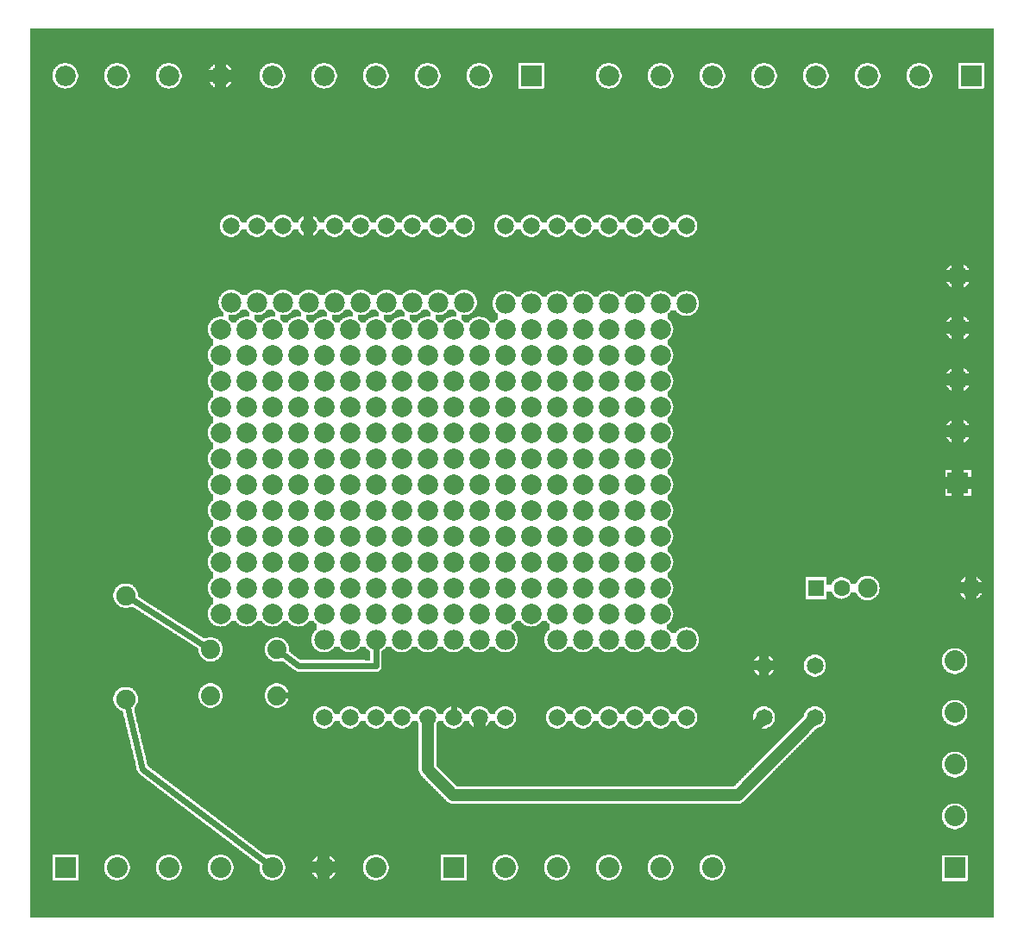
<source format=gbl>
G04 MADE WITH FRITZING*
G04 WWW.FRITZING.ORG*
G04 DOUBLE SIDED*
G04 HOLES PLATED*
G04 CONTOUR ON CENTER OF CONTOUR VECTOR*
%ASAXBY*%
%FSLAX23Y23*%
%MOIN*%
%OFA0B0*%
%SFA1.0B1.0*%
%ADD10C,0.075000*%
%ADD11C,0.078000*%
%ADD12C,0.065278*%
%ADD13C,0.078740*%
%ADD14C,0.074000*%
%ADD15C,0.062992*%
%ADD16C,0.080000*%
%ADD17C,0.065000*%
%ADD18C,0.079370*%
%ADD19R,0.062992X0.062992*%
%ADD20R,0.080000X0.080000*%
%ADD21R,0.079370X0.079370*%
%ADD22C,0.024000*%
%ADD23C,0.048000*%
%LNCOPPER0*%
G90*
G70*
G54D10*
X124Y3405D03*
G54D11*
X1874Y2413D03*
X1974Y2413D03*
X2074Y2413D03*
X2174Y2413D03*
X2274Y2413D03*
X2374Y2413D03*
X2474Y2413D03*
X2574Y2413D03*
X815Y2417D03*
X915Y2417D03*
X1015Y2417D03*
X1115Y2417D03*
X1215Y2417D03*
X1315Y2417D03*
X1415Y2417D03*
X1515Y2417D03*
X1615Y2417D03*
X1715Y2417D03*
G54D12*
X2174Y813D03*
X2274Y813D03*
X2374Y813D03*
X2474Y813D03*
X2574Y813D03*
X1714Y2713D03*
X1614Y2713D03*
X1514Y2713D03*
X1414Y2713D03*
X1314Y2713D03*
X1214Y2713D03*
X1114Y2713D03*
X1014Y2713D03*
X914Y2713D03*
X814Y2713D03*
X2574Y2713D03*
X2474Y2713D03*
X2374Y2713D03*
X2274Y2713D03*
X2174Y2713D03*
X2074Y2713D03*
X1974Y2713D03*
X1874Y2713D03*
X1274Y813D03*
X1174Y813D03*
X1374Y813D03*
X1474Y813D03*
X1574Y813D03*
X1674Y813D03*
X1774Y813D03*
X1874Y813D03*
X2074Y813D03*
G54D13*
X1874Y2313D03*
X1074Y1713D03*
X1074Y2213D03*
X1074Y2113D03*
X1074Y1413D03*
X1174Y1813D03*
X1074Y2313D03*
X1074Y1613D03*
X1074Y2013D03*
X1174Y2013D03*
X1074Y1513D03*
X1074Y1213D03*
X1074Y1913D03*
X1074Y1313D03*
X1174Y2113D03*
X1074Y1813D03*
X1174Y1513D03*
X1174Y1413D03*
X1274Y2013D03*
X1274Y1513D03*
X1274Y1813D03*
X1174Y2213D03*
X1174Y1313D03*
X1174Y1713D03*
X1174Y1213D03*
X1174Y1613D03*
X1174Y2313D03*
X1174Y1913D03*
X974Y2013D03*
X874Y1513D03*
X974Y1413D03*
X874Y1313D03*
X874Y1913D03*
X874Y1613D03*
X874Y1213D03*
X874Y2013D03*
X774Y2313D03*
X874Y1813D03*
X774Y1713D03*
X774Y2113D03*
X774Y1413D03*
X774Y2213D03*
X874Y2313D03*
X974Y1613D03*
X874Y1713D03*
X974Y2313D03*
X974Y2213D03*
X974Y2113D03*
X974Y1713D03*
X974Y1913D03*
X874Y2213D03*
X874Y2113D03*
X974Y1213D03*
X874Y1413D03*
X1274Y1313D03*
X974Y1313D03*
X974Y1813D03*
X1374Y1813D03*
X1574Y1913D03*
X1274Y1213D03*
X1574Y1613D03*
X1574Y1713D03*
X1574Y2213D03*
X1574Y2313D03*
X1574Y1213D03*
X1474Y2113D03*
X1574Y1313D03*
X1474Y1413D03*
X1574Y2013D03*
X1574Y1513D03*
X1574Y1813D03*
X1574Y2113D03*
X1674Y2313D03*
X1574Y1413D03*
X1674Y1713D03*
X1674Y2113D03*
X1674Y1413D03*
X1674Y2213D03*
X1674Y1613D03*
X1674Y1813D03*
X1674Y1913D03*
X1674Y2013D03*
X1674Y1313D03*
X1674Y1213D03*
X1674Y1513D03*
X1474Y2213D03*
X774Y1613D03*
X1474Y1713D03*
X1374Y2013D03*
X1374Y1313D03*
X1374Y1213D03*
X1374Y1513D03*
X1274Y1413D03*
X1274Y1913D03*
X1274Y2113D03*
X1274Y1613D03*
X1274Y1713D03*
X1274Y2213D03*
X1274Y2313D03*
X1374Y1913D03*
X1474Y1313D03*
X1374Y1613D03*
X1474Y1213D03*
X1474Y1613D03*
X1474Y2313D03*
X1474Y1913D03*
X1474Y1513D03*
X1374Y2313D03*
X1374Y1713D03*
X1474Y2013D03*
X1374Y2213D03*
X1374Y1413D03*
X1474Y1813D03*
X1374Y2113D03*
X974Y1513D03*
X2074Y2013D03*
X2174Y1713D03*
X2074Y1513D03*
X2074Y1213D03*
X2074Y1913D03*
X2074Y1313D03*
X2074Y1813D03*
X1974Y2113D03*
X1974Y2213D03*
X1974Y1313D03*
X1974Y1713D03*
X1974Y2013D03*
X1974Y1513D03*
X2074Y1613D03*
X2174Y1313D03*
X2074Y2313D03*
X2174Y1213D03*
X2174Y1613D03*
X2174Y2313D03*
X2174Y1913D03*
X2174Y1513D03*
X2074Y1713D03*
X2174Y2013D03*
X2074Y2213D03*
X2074Y1413D03*
X2174Y1813D03*
X2074Y2113D03*
X1974Y1613D03*
X1874Y1713D03*
X1974Y1413D03*
X1874Y1413D03*
X1874Y1213D03*
X1774Y2313D03*
X1874Y1313D03*
X1874Y1513D03*
X1874Y2213D03*
X1874Y1613D03*
X1874Y2113D03*
X1874Y1913D03*
X1874Y1813D03*
X1874Y2013D03*
X1774Y1913D03*
X1774Y2213D03*
X1774Y1813D03*
X1974Y2313D03*
X1974Y1813D03*
X774Y1913D03*
X1974Y1913D03*
X1774Y2013D03*
X1774Y1213D03*
X1774Y1413D03*
X1774Y1713D03*
X1774Y1613D03*
X1774Y1313D03*
X1774Y1513D03*
X1774Y2113D03*
X1974Y1213D03*
X2474Y2013D03*
X2474Y1513D03*
X2474Y1813D03*
X2474Y1313D03*
X774Y1813D03*
X2474Y1213D03*
X774Y2013D03*
X774Y1313D03*
X774Y1213D03*
X774Y1513D03*
X2474Y1413D03*
X2474Y1913D03*
X2474Y2113D03*
X2474Y1613D03*
X2474Y1713D03*
X2474Y2213D03*
X2474Y2313D03*
X2174Y2213D03*
X2274Y1613D03*
X2274Y1413D03*
X2274Y2313D03*
X2274Y2213D03*
X2274Y2113D03*
X2274Y1713D03*
X2274Y1913D03*
X2174Y2113D03*
X2174Y1413D03*
X2274Y1213D03*
X2274Y1813D03*
X2274Y1513D03*
X2274Y1313D03*
X2274Y2013D03*
X2374Y1713D03*
X2374Y2313D03*
X2374Y2213D03*
X2374Y1413D03*
X2374Y2113D03*
X2374Y1813D03*
X2374Y2013D03*
X2374Y1513D03*
X2374Y1313D03*
X2374Y1613D03*
X2374Y1213D03*
X2374Y1913D03*
G54D14*
X736Y1076D03*
X992Y1076D03*
X736Y898D03*
X992Y898D03*
G54D10*
X407Y884D03*
X407Y1284D03*
G54D15*
X3075Y1313D03*
X3174Y1313D03*
G54D16*
X3623Y1719D03*
X3623Y1919D03*
X3623Y2119D03*
X3623Y2319D03*
X3623Y2519D03*
G54D10*
X3274Y1313D03*
X3674Y1313D03*
G54D17*
X2874Y813D03*
X3071Y813D03*
X2874Y1013D03*
X3071Y1013D03*
G54D18*
X3674Y3293D03*
X3474Y3293D03*
X3274Y3293D03*
X3074Y3293D03*
X2874Y3293D03*
X2674Y3293D03*
X2474Y3293D03*
X2274Y3293D03*
X1974Y3293D03*
X1774Y3293D03*
X1574Y3293D03*
X1374Y3293D03*
X1174Y3293D03*
X974Y3293D03*
X774Y3293D03*
X574Y3293D03*
X374Y3293D03*
X174Y3293D03*
G54D16*
X3611Y232D03*
X3611Y432D03*
X3611Y632D03*
X3611Y832D03*
X3611Y1032D03*
X1674Y233D03*
X1874Y233D03*
X2074Y233D03*
X2274Y233D03*
X2474Y233D03*
X2674Y233D03*
X174Y233D03*
X374Y233D03*
X574Y233D03*
X774Y233D03*
X974Y233D03*
X1174Y233D03*
X1374Y233D03*
G54D11*
X1874Y1113D03*
X1774Y1113D03*
X1674Y1113D03*
X1574Y1113D03*
X1474Y1113D03*
X1374Y1113D03*
X1274Y1113D03*
X1174Y1113D03*
X1874Y1113D03*
X1774Y1113D03*
X1674Y1113D03*
X1574Y1113D03*
X1474Y1113D03*
X1374Y1113D03*
X1274Y1113D03*
X1174Y1113D03*
X2074Y1113D03*
X2174Y1113D03*
X2274Y1113D03*
X2374Y1113D03*
X2474Y1113D03*
X2574Y1113D03*
X2074Y1113D03*
X2174Y1113D03*
X2274Y1113D03*
X2374Y1113D03*
X2474Y1113D03*
X2574Y1113D03*
G54D19*
X3075Y1313D03*
G54D20*
X3623Y1719D03*
G54D21*
X3674Y3293D03*
X1974Y3293D03*
G54D20*
X3611Y232D03*
X1674Y233D03*
X174Y233D03*
G54D22*
X719Y1087D02*
X422Y1275D01*
D02*
X1374Y1094D02*
X1375Y1012D01*
D02*
X1075Y1013D02*
X1008Y1064D01*
D02*
X1375Y1012D02*
X1075Y1013D01*
D02*
X1012Y899D02*
X1673Y914D01*
D02*
X1673Y914D02*
X1674Y834D01*
D02*
X412Y867D02*
X473Y613D01*
D02*
X473Y613D02*
X958Y246D01*
G54D23*
D02*
X2675Y613D02*
X1772Y613D01*
D02*
X1772Y613D02*
X1774Y793D01*
D02*
X2864Y804D02*
X2675Y613D01*
D02*
X3061Y804D02*
X2774Y514D01*
D02*
X2774Y514D02*
X1673Y514D01*
D02*
X1673Y514D02*
X1574Y613D01*
D02*
X1574Y613D02*
X1574Y793D01*
G36*
X854Y2389D02*
X854Y2387D01*
X852Y2387D01*
X852Y2385D01*
X850Y2385D01*
X850Y2381D01*
X846Y2381D01*
X846Y2379D01*
X844Y2379D01*
X844Y2377D01*
X842Y2377D01*
X842Y2375D01*
X838Y2375D01*
X838Y2373D01*
X834Y2373D01*
X834Y2371D01*
X828Y2371D01*
X828Y2369D01*
X806Y2369D01*
X806Y2349D01*
X808Y2349D01*
X808Y2347D01*
X810Y2347D01*
X810Y2345D01*
X812Y2345D01*
X812Y2343D01*
X814Y2343D01*
X814Y2341D01*
X834Y2341D01*
X834Y2343D01*
X836Y2343D01*
X836Y2345D01*
X838Y2345D01*
X838Y2349D01*
X842Y2349D01*
X842Y2351D01*
X844Y2351D01*
X844Y2353D01*
X846Y2353D01*
X846Y2355D01*
X850Y2355D01*
X850Y2357D01*
X854Y2357D01*
X854Y2359D01*
X858Y2359D01*
X858Y2361D01*
X866Y2361D01*
X866Y2363D01*
X884Y2363D01*
X884Y2381D01*
X882Y2381D01*
X882Y2383D01*
X880Y2383D01*
X880Y2385D01*
X878Y2385D01*
X878Y2387D01*
X876Y2387D01*
X876Y2389D01*
X854Y2389D01*
G37*
D02*
G36*
X954Y2389D02*
X954Y2387D01*
X952Y2387D01*
X952Y2385D01*
X950Y2385D01*
X950Y2381D01*
X946Y2381D01*
X946Y2379D01*
X944Y2379D01*
X944Y2377D01*
X942Y2377D01*
X942Y2375D01*
X938Y2375D01*
X938Y2373D01*
X934Y2373D01*
X934Y2371D01*
X928Y2371D01*
X928Y2369D01*
X906Y2369D01*
X906Y2349D01*
X908Y2349D01*
X908Y2347D01*
X910Y2347D01*
X910Y2345D01*
X912Y2345D01*
X912Y2343D01*
X914Y2343D01*
X914Y2341D01*
X934Y2341D01*
X934Y2343D01*
X936Y2343D01*
X936Y2345D01*
X938Y2345D01*
X938Y2349D01*
X942Y2349D01*
X942Y2351D01*
X944Y2351D01*
X944Y2353D01*
X946Y2353D01*
X946Y2355D01*
X950Y2355D01*
X950Y2357D01*
X954Y2357D01*
X954Y2359D01*
X958Y2359D01*
X958Y2361D01*
X966Y2361D01*
X966Y2363D01*
X984Y2363D01*
X984Y2381D01*
X982Y2381D01*
X982Y2383D01*
X980Y2383D01*
X980Y2385D01*
X978Y2385D01*
X978Y2387D01*
X976Y2387D01*
X976Y2389D01*
X954Y2389D01*
G37*
D02*
G36*
X1054Y2389D02*
X1054Y2387D01*
X1052Y2387D01*
X1052Y2385D01*
X1050Y2385D01*
X1050Y2381D01*
X1046Y2381D01*
X1046Y2379D01*
X1044Y2379D01*
X1044Y2377D01*
X1042Y2377D01*
X1042Y2375D01*
X1038Y2375D01*
X1038Y2373D01*
X1034Y2373D01*
X1034Y2371D01*
X1028Y2371D01*
X1028Y2369D01*
X1006Y2369D01*
X1006Y2349D01*
X1008Y2349D01*
X1008Y2347D01*
X1010Y2347D01*
X1010Y2345D01*
X1012Y2345D01*
X1012Y2343D01*
X1014Y2343D01*
X1014Y2341D01*
X1034Y2341D01*
X1034Y2343D01*
X1036Y2343D01*
X1036Y2345D01*
X1038Y2345D01*
X1038Y2349D01*
X1042Y2349D01*
X1042Y2351D01*
X1044Y2351D01*
X1044Y2353D01*
X1046Y2353D01*
X1046Y2355D01*
X1050Y2355D01*
X1050Y2357D01*
X1054Y2357D01*
X1054Y2359D01*
X1058Y2359D01*
X1058Y2361D01*
X1066Y2361D01*
X1066Y2363D01*
X1084Y2363D01*
X1084Y2381D01*
X1082Y2381D01*
X1082Y2383D01*
X1080Y2383D01*
X1080Y2385D01*
X1078Y2385D01*
X1078Y2387D01*
X1076Y2387D01*
X1076Y2389D01*
X1054Y2389D01*
G37*
D02*
G36*
X1154Y2389D02*
X1154Y2387D01*
X1152Y2387D01*
X1152Y2385D01*
X1150Y2385D01*
X1150Y2381D01*
X1146Y2381D01*
X1146Y2379D01*
X1144Y2379D01*
X1144Y2377D01*
X1142Y2377D01*
X1142Y2375D01*
X1138Y2375D01*
X1138Y2373D01*
X1134Y2373D01*
X1134Y2371D01*
X1128Y2371D01*
X1128Y2369D01*
X1106Y2369D01*
X1106Y2349D01*
X1108Y2349D01*
X1108Y2347D01*
X1110Y2347D01*
X1110Y2345D01*
X1112Y2345D01*
X1112Y2343D01*
X1114Y2343D01*
X1114Y2341D01*
X1134Y2341D01*
X1134Y2343D01*
X1136Y2343D01*
X1136Y2345D01*
X1138Y2345D01*
X1138Y2349D01*
X1142Y2349D01*
X1142Y2351D01*
X1144Y2351D01*
X1144Y2353D01*
X1146Y2353D01*
X1146Y2355D01*
X1150Y2355D01*
X1150Y2357D01*
X1154Y2357D01*
X1154Y2359D01*
X1158Y2359D01*
X1158Y2361D01*
X1166Y2361D01*
X1166Y2363D01*
X1184Y2363D01*
X1184Y2381D01*
X1182Y2381D01*
X1182Y2383D01*
X1180Y2383D01*
X1180Y2385D01*
X1178Y2385D01*
X1178Y2387D01*
X1176Y2387D01*
X1176Y2389D01*
X1154Y2389D01*
G37*
D02*
G36*
X1254Y2389D02*
X1254Y2387D01*
X1252Y2387D01*
X1252Y2385D01*
X1250Y2385D01*
X1250Y2381D01*
X1246Y2381D01*
X1246Y2379D01*
X1244Y2379D01*
X1244Y2377D01*
X1242Y2377D01*
X1242Y2375D01*
X1238Y2375D01*
X1238Y2373D01*
X1234Y2373D01*
X1234Y2371D01*
X1228Y2371D01*
X1228Y2369D01*
X1206Y2369D01*
X1206Y2349D01*
X1208Y2349D01*
X1208Y2347D01*
X1210Y2347D01*
X1210Y2345D01*
X1212Y2345D01*
X1212Y2343D01*
X1214Y2343D01*
X1214Y2341D01*
X1234Y2341D01*
X1234Y2343D01*
X1236Y2343D01*
X1236Y2345D01*
X1238Y2345D01*
X1238Y2349D01*
X1242Y2349D01*
X1242Y2351D01*
X1244Y2351D01*
X1244Y2353D01*
X1246Y2353D01*
X1246Y2355D01*
X1250Y2355D01*
X1250Y2357D01*
X1254Y2357D01*
X1254Y2359D01*
X1258Y2359D01*
X1258Y2361D01*
X1266Y2361D01*
X1266Y2363D01*
X1284Y2363D01*
X1284Y2381D01*
X1282Y2381D01*
X1282Y2383D01*
X1280Y2383D01*
X1280Y2385D01*
X1278Y2385D01*
X1278Y2387D01*
X1276Y2387D01*
X1276Y2389D01*
X1254Y2389D01*
G37*
D02*
G36*
X1354Y2389D02*
X1354Y2387D01*
X1352Y2387D01*
X1352Y2385D01*
X1350Y2385D01*
X1350Y2381D01*
X1346Y2381D01*
X1346Y2379D01*
X1344Y2379D01*
X1344Y2377D01*
X1342Y2377D01*
X1342Y2375D01*
X1338Y2375D01*
X1338Y2373D01*
X1334Y2373D01*
X1334Y2371D01*
X1328Y2371D01*
X1328Y2369D01*
X1306Y2369D01*
X1306Y2349D01*
X1308Y2349D01*
X1308Y2347D01*
X1310Y2347D01*
X1310Y2345D01*
X1312Y2345D01*
X1312Y2343D01*
X1314Y2343D01*
X1314Y2341D01*
X1334Y2341D01*
X1334Y2343D01*
X1336Y2343D01*
X1336Y2345D01*
X1338Y2345D01*
X1338Y2349D01*
X1342Y2349D01*
X1342Y2351D01*
X1344Y2351D01*
X1344Y2353D01*
X1346Y2353D01*
X1346Y2355D01*
X1350Y2355D01*
X1350Y2357D01*
X1354Y2357D01*
X1354Y2359D01*
X1358Y2359D01*
X1358Y2361D01*
X1366Y2361D01*
X1366Y2363D01*
X1384Y2363D01*
X1384Y2381D01*
X1382Y2381D01*
X1382Y2383D01*
X1380Y2383D01*
X1380Y2385D01*
X1378Y2385D01*
X1378Y2387D01*
X1376Y2387D01*
X1376Y2389D01*
X1354Y2389D01*
G37*
D02*
G36*
X1454Y2389D02*
X1454Y2387D01*
X1452Y2387D01*
X1452Y2385D01*
X1450Y2385D01*
X1450Y2381D01*
X1446Y2381D01*
X1446Y2379D01*
X1444Y2379D01*
X1444Y2377D01*
X1442Y2377D01*
X1442Y2375D01*
X1438Y2375D01*
X1438Y2373D01*
X1434Y2373D01*
X1434Y2371D01*
X1428Y2371D01*
X1428Y2369D01*
X1406Y2369D01*
X1406Y2349D01*
X1408Y2349D01*
X1408Y2347D01*
X1410Y2347D01*
X1410Y2345D01*
X1412Y2345D01*
X1412Y2343D01*
X1414Y2343D01*
X1414Y2341D01*
X1434Y2341D01*
X1434Y2343D01*
X1436Y2343D01*
X1436Y2345D01*
X1438Y2345D01*
X1438Y2349D01*
X1442Y2349D01*
X1442Y2351D01*
X1444Y2351D01*
X1444Y2353D01*
X1446Y2353D01*
X1446Y2355D01*
X1450Y2355D01*
X1450Y2357D01*
X1454Y2357D01*
X1454Y2359D01*
X1458Y2359D01*
X1458Y2361D01*
X1466Y2361D01*
X1466Y2363D01*
X1484Y2363D01*
X1484Y2381D01*
X1482Y2381D01*
X1482Y2383D01*
X1480Y2383D01*
X1480Y2385D01*
X1478Y2385D01*
X1478Y2387D01*
X1476Y2387D01*
X1476Y2389D01*
X1454Y2389D01*
G37*
D02*
G36*
X1554Y2389D02*
X1554Y2387D01*
X1552Y2387D01*
X1552Y2385D01*
X1550Y2385D01*
X1550Y2381D01*
X1546Y2381D01*
X1546Y2379D01*
X1544Y2379D01*
X1544Y2377D01*
X1542Y2377D01*
X1542Y2375D01*
X1538Y2375D01*
X1538Y2373D01*
X1534Y2373D01*
X1534Y2371D01*
X1528Y2371D01*
X1528Y2369D01*
X1506Y2369D01*
X1506Y2349D01*
X1508Y2349D01*
X1508Y2347D01*
X1510Y2347D01*
X1510Y2345D01*
X1512Y2345D01*
X1512Y2343D01*
X1514Y2343D01*
X1514Y2341D01*
X1534Y2341D01*
X1534Y2343D01*
X1536Y2343D01*
X1536Y2345D01*
X1538Y2345D01*
X1538Y2349D01*
X1542Y2349D01*
X1542Y2351D01*
X1544Y2351D01*
X1544Y2353D01*
X1546Y2353D01*
X1546Y2355D01*
X1550Y2355D01*
X1550Y2357D01*
X1554Y2357D01*
X1554Y2359D01*
X1558Y2359D01*
X1558Y2361D01*
X1566Y2361D01*
X1566Y2363D01*
X1584Y2363D01*
X1584Y2381D01*
X1582Y2381D01*
X1582Y2383D01*
X1580Y2383D01*
X1580Y2385D01*
X1578Y2385D01*
X1578Y2387D01*
X1576Y2387D01*
X1576Y2389D01*
X1554Y2389D01*
G37*
D02*
G36*
X1654Y2389D02*
X1654Y2387D01*
X1652Y2387D01*
X1652Y2385D01*
X1650Y2385D01*
X1650Y2381D01*
X1646Y2381D01*
X1646Y2379D01*
X1644Y2379D01*
X1644Y2377D01*
X1642Y2377D01*
X1642Y2375D01*
X1638Y2375D01*
X1638Y2373D01*
X1634Y2373D01*
X1634Y2371D01*
X1628Y2371D01*
X1628Y2369D01*
X1606Y2369D01*
X1606Y2349D01*
X1608Y2349D01*
X1608Y2347D01*
X1610Y2347D01*
X1610Y2345D01*
X1612Y2345D01*
X1612Y2343D01*
X1614Y2343D01*
X1614Y2341D01*
X1634Y2341D01*
X1634Y2343D01*
X1636Y2343D01*
X1636Y2345D01*
X1638Y2345D01*
X1638Y2349D01*
X1642Y2349D01*
X1642Y2351D01*
X1644Y2351D01*
X1644Y2353D01*
X1646Y2353D01*
X1646Y2355D01*
X1650Y2355D01*
X1650Y2357D01*
X1654Y2357D01*
X1654Y2359D01*
X1658Y2359D01*
X1658Y2361D01*
X1666Y2361D01*
X1666Y2363D01*
X1684Y2363D01*
X1684Y2381D01*
X1682Y2381D01*
X1682Y2383D01*
X1680Y2383D01*
X1680Y2385D01*
X1678Y2385D01*
X1678Y2387D01*
X1676Y2387D01*
X1676Y2389D01*
X1654Y2389D01*
G37*
D02*
G36*
X40Y3475D02*
X40Y3343D01*
X3724Y3343D01*
X3724Y3245D01*
X3722Y3245D01*
X3722Y3243D01*
X3762Y3243D01*
X3762Y3475D01*
X40Y3475D01*
G37*
D02*
G36*
X40Y3343D02*
X40Y3243D01*
X168Y3243D01*
X168Y3245D01*
X160Y3245D01*
X160Y3247D01*
X154Y3247D01*
X154Y3249D01*
X150Y3249D01*
X150Y3251D01*
X146Y3251D01*
X146Y3253D01*
X144Y3253D01*
X144Y3255D01*
X142Y3255D01*
X142Y3257D01*
X138Y3257D01*
X138Y3261D01*
X136Y3261D01*
X136Y3263D01*
X134Y3263D01*
X134Y3265D01*
X132Y3265D01*
X132Y3269D01*
X130Y3269D01*
X130Y3271D01*
X128Y3271D01*
X128Y3277D01*
X126Y3277D01*
X126Y3283D01*
X124Y3283D01*
X124Y3303D01*
X126Y3303D01*
X126Y3309D01*
X128Y3309D01*
X128Y3315D01*
X130Y3315D01*
X130Y3319D01*
X132Y3319D01*
X132Y3321D01*
X134Y3321D01*
X134Y3323D01*
X136Y3323D01*
X136Y3327D01*
X138Y3327D01*
X138Y3329D01*
X140Y3329D01*
X140Y3331D01*
X144Y3331D01*
X144Y3333D01*
X146Y3333D01*
X146Y3335D01*
X148Y3335D01*
X148Y3337D01*
X152Y3337D01*
X152Y3339D01*
X158Y3339D01*
X158Y3341D01*
X164Y3341D01*
X164Y3343D01*
X40Y3343D01*
G37*
D02*
G36*
X182Y3343D02*
X182Y3341D01*
X190Y3341D01*
X190Y3339D01*
X194Y3339D01*
X194Y3337D01*
X198Y3337D01*
X198Y3335D01*
X202Y3335D01*
X202Y3333D01*
X204Y3333D01*
X204Y3331D01*
X206Y3331D01*
X206Y3329D01*
X210Y3329D01*
X210Y3325D01*
X212Y3325D01*
X212Y3323D01*
X214Y3323D01*
X214Y3321D01*
X216Y3321D01*
X216Y3317D01*
X218Y3317D01*
X218Y3313D01*
X220Y3313D01*
X220Y3307D01*
X222Y3307D01*
X222Y3299D01*
X224Y3299D01*
X224Y3287D01*
X222Y3287D01*
X222Y3279D01*
X220Y3279D01*
X220Y3273D01*
X218Y3273D01*
X218Y3269D01*
X216Y3269D01*
X216Y3265D01*
X214Y3265D01*
X214Y3263D01*
X212Y3263D01*
X212Y3261D01*
X210Y3261D01*
X210Y3259D01*
X208Y3259D01*
X208Y3257D01*
X206Y3257D01*
X206Y3255D01*
X204Y3255D01*
X204Y3253D01*
X202Y3253D01*
X202Y3251D01*
X198Y3251D01*
X198Y3249D01*
X194Y3249D01*
X194Y3247D01*
X188Y3247D01*
X188Y3245D01*
X180Y3245D01*
X180Y3243D01*
X368Y3243D01*
X368Y3245D01*
X360Y3245D01*
X360Y3247D01*
X354Y3247D01*
X354Y3249D01*
X350Y3249D01*
X350Y3251D01*
X346Y3251D01*
X346Y3253D01*
X344Y3253D01*
X344Y3255D01*
X342Y3255D01*
X342Y3257D01*
X338Y3257D01*
X338Y3261D01*
X336Y3261D01*
X336Y3263D01*
X334Y3263D01*
X334Y3265D01*
X332Y3265D01*
X332Y3269D01*
X330Y3269D01*
X330Y3271D01*
X328Y3271D01*
X328Y3277D01*
X326Y3277D01*
X326Y3283D01*
X324Y3283D01*
X324Y3303D01*
X326Y3303D01*
X326Y3309D01*
X328Y3309D01*
X328Y3315D01*
X330Y3315D01*
X330Y3319D01*
X332Y3319D01*
X332Y3321D01*
X334Y3321D01*
X334Y3323D01*
X336Y3323D01*
X336Y3327D01*
X338Y3327D01*
X338Y3329D01*
X340Y3329D01*
X340Y3331D01*
X344Y3331D01*
X344Y3333D01*
X346Y3333D01*
X346Y3335D01*
X348Y3335D01*
X348Y3337D01*
X352Y3337D01*
X352Y3339D01*
X358Y3339D01*
X358Y3341D01*
X364Y3341D01*
X364Y3343D01*
X182Y3343D01*
G37*
D02*
G36*
X382Y3343D02*
X382Y3341D01*
X390Y3341D01*
X390Y3339D01*
X394Y3339D01*
X394Y3337D01*
X398Y3337D01*
X398Y3335D01*
X402Y3335D01*
X402Y3333D01*
X404Y3333D01*
X404Y3331D01*
X406Y3331D01*
X406Y3329D01*
X410Y3329D01*
X410Y3325D01*
X412Y3325D01*
X412Y3323D01*
X414Y3323D01*
X414Y3321D01*
X416Y3321D01*
X416Y3317D01*
X418Y3317D01*
X418Y3313D01*
X420Y3313D01*
X420Y3307D01*
X422Y3307D01*
X422Y3299D01*
X424Y3299D01*
X424Y3287D01*
X422Y3287D01*
X422Y3279D01*
X420Y3279D01*
X420Y3273D01*
X418Y3273D01*
X418Y3269D01*
X416Y3269D01*
X416Y3265D01*
X414Y3265D01*
X414Y3263D01*
X412Y3263D01*
X412Y3261D01*
X410Y3261D01*
X410Y3259D01*
X408Y3259D01*
X408Y3257D01*
X406Y3257D01*
X406Y3255D01*
X404Y3255D01*
X404Y3253D01*
X402Y3253D01*
X402Y3251D01*
X398Y3251D01*
X398Y3249D01*
X394Y3249D01*
X394Y3247D01*
X388Y3247D01*
X388Y3245D01*
X380Y3245D01*
X380Y3243D01*
X568Y3243D01*
X568Y3245D01*
X560Y3245D01*
X560Y3247D01*
X554Y3247D01*
X554Y3249D01*
X550Y3249D01*
X550Y3251D01*
X546Y3251D01*
X546Y3253D01*
X544Y3253D01*
X544Y3255D01*
X542Y3255D01*
X542Y3257D01*
X538Y3257D01*
X538Y3261D01*
X536Y3261D01*
X536Y3263D01*
X534Y3263D01*
X534Y3265D01*
X532Y3265D01*
X532Y3269D01*
X530Y3269D01*
X530Y3271D01*
X528Y3271D01*
X528Y3277D01*
X526Y3277D01*
X526Y3283D01*
X524Y3283D01*
X524Y3303D01*
X526Y3303D01*
X526Y3309D01*
X528Y3309D01*
X528Y3315D01*
X530Y3315D01*
X530Y3319D01*
X532Y3319D01*
X532Y3321D01*
X534Y3321D01*
X534Y3323D01*
X536Y3323D01*
X536Y3327D01*
X538Y3327D01*
X538Y3329D01*
X540Y3329D01*
X540Y3331D01*
X544Y3331D01*
X544Y3333D01*
X546Y3333D01*
X546Y3335D01*
X548Y3335D01*
X548Y3337D01*
X552Y3337D01*
X552Y3339D01*
X558Y3339D01*
X558Y3341D01*
X564Y3341D01*
X564Y3343D01*
X382Y3343D01*
G37*
D02*
G36*
X582Y3343D02*
X582Y3341D01*
X590Y3341D01*
X590Y3339D01*
X594Y3339D01*
X594Y3337D01*
X598Y3337D01*
X598Y3335D01*
X602Y3335D01*
X602Y3333D01*
X604Y3333D01*
X604Y3331D01*
X606Y3331D01*
X606Y3329D01*
X610Y3329D01*
X610Y3325D01*
X612Y3325D01*
X612Y3323D01*
X614Y3323D01*
X614Y3321D01*
X616Y3321D01*
X616Y3317D01*
X618Y3317D01*
X618Y3313D01*
X620Y3313D01*
X620Y3307D01*
X622Y3307D01*
X622Y3299D01*
X624Y3299D01*
X624Y3287D01*
X622Y3287D01*
X622Y3279D01*
X620Y3279D01*
X620Y3273D01*
X618Y3273D01*
X618Y3269D01*
X616Y3269D01*
X616Y3265D01*
X614Y3265D01*
X614Y3263D01*
X612Y3263D01*
X612Y3261D01*
X610Y3261D01*
X610Y3259D01*
X608Y3259D01*
X608Y3257D01*
X606Y3257D01*
X606Y3255D01*
X604Y3255D01*
X604Y3253D01*
X602Y3253D01*
X602Y3251D01*
X598Y3251D01*
X598Y3249D01*
X594Y3249D01*
X594Y3247D01*
X588Y3247D01*
X588Y3245D01*
X580Y3245D01*
X580Y3243D01*
X768Y3243D01*
X768Y3245D01*
X760Y3245D01*
X760Y3247D01*
X754Y3247D01*
X754Y3249D01*
X750Y3249D01*
X750Y3251D01*
X746Y3251D01*
X746Y3253D01*
X744Y3253D01*
X744Y3255D01*
X742Y3255D01*
X742Y3257D01*
X738Y3257D01*
X738Y3261D01*
X736Y3261D01*
X736Y3263D01*
X734Y3263D01*
X734Y3265D01*
X732Y3265D01*
X732Y3269D01*
X730Y3269D01*
X730Y3271D01*
X728Y3271D01*
X728Y3277D01*
X726Y3277D01*
X726Y3283D01*
X724Y3283D01*
X724Y3303D01*
X726Y3303D01*
X726Y3309D01*
X728Y3309D01*
X728Y3315D01*
X730Y3315D01*
X730Y3319D01*
X732Y3319D01*
X732Y3321D01*
X734Y3321D01*
X734Y3323D01*
X736Y3323D01*
X736Y3327D01*
X738Y3327D01*
X738Y3329D01*
X740Y3329D01*
X740Y3331D01*
X744Y3331D01*
X744Y3333D01*
X746Y3333D01*
X746Y3335D01*
X748Y3335D01*
X748Y3337D01*
X752Y3337D01*
X752Y3339D01*
X758Y3339D01*
X758Y3341D01*
X764Y3341D01*
X764Y3343D01*
X582Y3343D01*
G37*
D02*
G36*
X782Y3343D02*
X782Y3341D01*
X790Y3341D01*
X790Y3339D01*
X794Y3339D01*
X794Y3337D01*
X798Y3337D01*
X798Y3335D01*
X802Y3335D01*
X802Y3333D01*
X804Y3333D01*
X804Y3331D01*
X806Y3331D01*
X806Y3329D01*
X810Y3329D01*
X810Y3325D01*
X812Y3325D01*
X812Y3323D01*
X814Y3323D01*
X814Y3321D01*
X816Y3321D01*
X816Y3317D01*
X818Y3317D01*
X818Y3313D01*
X820Y3313D01*
X820Y3307D01*
X822Y3307D01*
X822Y3299D01*
X824Y3299D01*
X824Y3287D01*
X822Y3287D01*
X822Y3279D01*
X820Y3279D01*
X820Y3273D01*
X818Y3273D01*
X818Y3269D01*
X816Y3269D01*
X816Y3265D01*
X814Y3265D01*
X814Y3263D01*
X812Y3263D01*
X812Y3261D01*
X810Y3261D01*
X810Y3259D01*
X808Y3259D01*
X808Y3257D01*
X806Y3257D01*
X806Y3255D01*
X804Y3255D01*
X804Y3253D01*
X802Y3253D01*
X802Y3251D01*
X798Y3251D01*
X798Y3249D01*
X794Y3249D01*
X794Y3247D01*
X788Y3247D01*
X788Y3245D01*
X780Y3245D01*
X780Y3243D01*
X968Y3243D01*
X968Y3245D01*
X960Y3245D01*
X960Y3247D01*
X954Y3247D01*
X954Y3249D01*
X950Y3249D01*
X950Y3251D01*
X946Y3251D01*
X946Y3253D01*
X944Y3253D01*
X944Y3255D01*
X942Y3255D01*
X942Y3257D01*
X938Y3257D01*
X938Y3261D01*
X936Y3261D01*
X936Y3263D01*
X934Y3263D01*
X934Y3265D01*
X932Y3265D01*
X932Y3269D01*
X930Y3269D01*
X930Y3271D01*
X928Y3271D01*
X928Y3277D01*
X926Y3277D01*
X926Y3283D01*
X924Y3283D01*
X924Y3303D01*
X926Y3303D01*
X926Y3309D01*
X928Y3309D01*
X928Y3315D01*
X930Y3315D01*
X930Y3319D01*
X932Y3319D01*
X932Y3321D01*
X934Y3321D01*
X934Y3323D01*
X936Y3323D01*
X936Y3327D01*
X938Y3327D01*
X938Y3329D01*
X940Y3329D01*
X940Y3331D01*
X944Y3331D01*
X944Y3333D01*
X946Y3333D01*
X946Y3335D01*
X948Y3335D01*
X948Y3337D01*
X952Y3337D01*
X952Y3339D01*
X958Y3339D01*
X958Y3341D01*
X964Y3341D01*
X964Y3343D01*
X782Y3343D01*
G37*
D02*
G36*
X982Y3343D02*
X982Y3341D01*
X990Y3341D01*
X990Y3339D01*
X994Y3339D01*
X994Y3337D01*
X998Y3337D01*
X998Y3335D01*
X1002Y3335D01*
X1002Y3333D01*
X1004Y3333D01*
X1004Y3331D01*
X1006Y3331D01*
X1006Y3329D01*
X1010Y3329D01*
X1010Y3325D01*
X1012Y3325D01*
X1012Y3323D01*
X1014Y3323D01*
X1014Y3321D01*
X1016Y3321D01*
X1016Y3317D01*
X1018Y3317D01*
X1018Y3313D01*
X1020Y3313D01*
X1020Y3307D01*
X1022Y3307D01*
X1022Y3299D01*
X1024Y3299D01*
X1024Y3287D01*
X1022Y3287D01*
X1022Y3279D01*
X1020Y3279D01*
X1020Y3273D01*
X1018Y3273D01*
X1018Y3269D01*
X1016Y3269D01*
X1016Y3265D01*
X1014Y3265D01*
X1014Y3263D01*
X1012Y3263D01*
X1012Y3261D01*
X1010Y3261D01*
X1010Y3259D01*
X1008Y3259D01*
X1008Y3257D01*
X1006Y3257D01*
X1006Y3255D01*
X1004Y3255D01*
X1004Y3253D01*
X1002Y3253D01*
X1002Y3251D01*
X998Y3251D01*
X998Y3249D01*
X994Y3249D01*
X994Y3247D01*
X988Y3247D01*
X988Y3245D01*
X980Y3245D01*
X980Y3243D01*
X1168Y3243D01*
X1168Y3245D01*
X1160Y3245D01*
X1160Y3247D01*
X1154Y3247D01*
X1154Y3249D01*
X1150Y3249D01*
X1150Y3251D01*
X1146Y3251D01*
X1146Y3253D01*
X1144Y3253D01*
X1144Y3255D01*
X1142Y3255D01*
X1142Y3257D01*
X1138Y3257D01*
X1138Y3261D01*
X1136Y3261D01*
X1136Y3263D01*
X1134Y3263D01*
X1134Y3265D01*
X1132Y3265D01*
X1132Y3269D01*
X1130Y3269D01*
X1130Y3271D01*
X1128Y3271D01*
X1128Y3277D01*
X1126Y3277D01*
X1126Y3283D01*
X1124Y3283D01*
X1124Y3303D01*
X1126Y3303D01*
X1126Y3309D01*
X1128Y3309D01*
X1128Y3315D01*
X1130Y3315D01*
X1130Y3319D01*
X1132Y3319D01*
X1132Y3321D01*
X1134Y3321D01*
X1134Y3323D01*
X1136Y3323D01*
X1136Y3327D01*
X1138Y3327D01*
X1138Y3329D01*
X1140Y3329D01*
X1140Y3331D01*
X1144Y3331D01*
X1144Y3333D01*
X1146Y3333D01*
X1146Y3335D01*
X1148Y3335D01*
X1148Y3337D01*
X1152Y3337D01*
X1152Y3339D01*
X1158Y3339D01*
X1158Y3341D01*
X1164Y3341D01*
X1164Y3343D01*
X982Y3343D01*
G37*
D02*
G36*
X1182Y3343D02*
X1182Y3341D01*
X1190Y3341D01*
X1190Y3339D01*
X1194Y3339D01*
X1194Y3337D01*
X1198Y3337D01*
X1198Y3335D01*
X1202Y3335D01*
X1202Y3333D01*
X1204Y3333D01*
X1204Y3331D01*
X1206Y3331D01*
X1206Y3329D01*
X1210Y3329D01*
X1210Y3325D01*
X1212Y3325D01*
X1212Y3323D01*
X1214Y3323D01*
X1214Y3321D01*
X1216Y3321D01*
X1216Y3317D01*
X1218Y3317D01*
X1218Y3313D01*
X1220Y3313D01*
X1220Y3307D01*
X1222Y3307D01*
X1222Y3299D01*
X1224Y3299D01*
X1224Y3287D01*
X1222Y3287D01*
X1222Y3279D01*
X1220Y3279D01*
X1220Y3273D01*
X1218Y3273D01*
X1218Y3269D01*
X1216Y3269D01*
X1216Y3265D01*
X1214Y3265D01*
X1214Y3263D01*
X1212Y3263D01*
X1212Y3261D01*
X1210Y3261D01*
X1210Y3259D01*
X1208Y3259D01*
X1208Y3257D01*
X1206Y3257D01*
X1206Y3255D01*
X1204Y3255D01*
X1204Y3253D01*
X1202Y3253D01*
X1202Y3251D01*
X1198Y3251D01*
X1198Y3249D01*
X1194Y3249D01*
X1194Y3247D01*
X1188Y3247D01*
X1188Y3245D01*
X1180Y3245D01*
X1180Y3243D01*
X1368Y3243D01*
X1368Y3245D01*
X1360Y3245D01*
X1360Y3247D01*
X1354Y3247D01*
X1354Y3249D01*
X1350Y3249D01*
X1350Y3251D01*
X1346Y3251D01*
X1346Y3253D01*
X1344Y3253D01*
X1344Y3255D01*
X1342Y3255D01*
X1342Y3257D01*
X1338Y3257D01*
X1338Y3261D01*
X1336Y3261D01*
X1336Y3263D01*
X1334Y3263D01*
X1334Y3265D01*
X1332Y3265D01*
X1332Y3269D01*
X1330Y3269D01*
X1330Y3271D01*
X1328Y3271D01*
X1328Y3277D01*
X1326Y3277D01*
X1326Y3283D01*
X1324Y3283D01*
X1324Y3303D01*
X1326Y3303D01*
X1326Y3309D01*
X1328Y3309D01*
X1328Y3315D01*
X1330Y3315D01*
X1330Y3319D01*
X1332Y3319D01*
X1332Y3321D01*
X1334Y3321D01*
X1334Y3323D01*
X1336Y3323D01*
X1336Y3327D01*
X1338Y3327D01*
X1338Y3329D01*
X1340Y3329D01*
X1340Y3331D01*
X1344Y3331D01*
X1344Y3333D01*
X1346Y3333D01*
X1346Y3335D01*
X1348Y3335D01*
X1348Y3337D01*
X1352Y3337D01*
X1352Y3339D01*
X1358Y3339D01*
X1358Y3341D01*
X1364Y3341D01*
X1364Y3343D01*
X1182Y3343D01*
G37*
D02*
G36*
X1382Y3343D02*
X1382Y3341D01*
X1390Y3341D01*
X1390Y3339D01*
X1394Y3339D01*
X1394Y3337D01*
X1398Y3337D01*
X1398Y3335D01*
X1402Y3335D01*
X1402Y3333D01*
X1404Y3333D01*
X1404Y3331D01*
X1406Y3331D01*
X1406Y3329D01*
X1410Y3329D01*
X1410Y3325D01*
X1412Y3325D01*
X1412Y3323D01*
X1414Y3323D01*
X1414Y3321D01*
X1416Y3321D01*
X1416Y3317D01*
X1418Y3317D01*
X1418Y3313D01*
X1420Y3313D01*
X1420Y3307D01*
X1422Y3307D01*
X1422Y3299D01*
X1424Y3299D01*
X1424Y3287D01*
X1422Y3287D01*
X1422Y3279D01*
X1420Y3279D01*
X1420Y3273D01*
X1418Y3273D01*
X1418Y3269D01*
X1416Y3269D01*
X1416Y3265D01*
X1414Y3265D01*
X1414Y3263D01*
X1412Y3263D01*
X1412Y3261D01*
X1410Y3261D01*
X1410Y3259D01*
X1408Y3259D01*
X1408Y3257D01*
X1406Y3257D01*
X1406Y3255D01*
X1404Y3255D01*
X1404Y3253D01*
X1402Y3253D01*
X1402Y3251D01*
X1398Y3251D01*
X1398Y3249D01*
X1394Y3249D01*
X1394Y3247D01*
X1388Y3247D01*
X1388Y3245D01*
X1380Y3245D01*
X1380Y3243D01*
X1568Y3243D01*
X1568Y3245D01*
X1560Y3245D01*
X1560Y3247D01*
X1554Y3247D01*
X1554Y3249D01*
X1550Y3249D01*
X1550Y3251D01*
X1546Y3251D01*
X1546Y3253D01*
X1544Y3253D01*
X1544Y3255D01*
X1542Y3255D01*
X1542Y3257D01*
X1538Y3257D01*
X1538Y3261D01*
X1536Y3261D01*
X1536Y3263D01*
X1534Y3263D01*
X1534Y3265D01*
X1532Y3265D01*
X1532Y3269D01*
X1530Y3269D01*
X1530Y3271D01*
X1528Y3271D01*
X1528Y3277D01*
X1526Y3277D01*
X1526Y3283D01*
X1524Y3283D01*
X1524Y3303D01*
X1526Y3303D01*
X1526Y3309D01*
X1528Y3309D01*
X1528Y3315D01*
X1530Y3315D01*
X1530Y3319D01*
X1532Y3319D01*
X1532Y3321D01*
X1534Y3321D01*
X1534Y3323D01*
X1536Y3323D01*
X1536Y3327D01*
X1538Y3327D01*
X1538Y3329D01*
X1540Y3329D01*
X1540Y3331D01*
X1544Y3331D01*
X1544Y3333D01*
X1546Y3333D01*
X1546Y3335D01*
X1548Y3335D01*
X1548Y3337D01*
X1552Y3337D01*
X1552Y3339D01*
X1558Y3339D01*
X1558Y3341D01*
X1564Y3341D01*
X1564Y3343D01*
X1382Y3343D01*
G37*
D02*
G36*
X1582Y3343D02*
X1582Y3341D01*
X1590Y3341D01*
X1590Y3339D01*
X1594Y3339D01*
X1594Y3337D01*
X1598Y3337D01*
X1598Y3335D01*
X1602Y3335D01*
X1602Y3333D01*
X1604Y3333D01*
X1604Y3331D01*
X1606Y3331D01*
X1606Y3329D01*
X1610Y3329D01*
X1610Y3325D01*
X1612Y3325D01*
X1612Y3323D01*
X1614Y3323D01*
X1614Y3321D01*
X1616Y3321D01*
X1616Y3317D01*
X1618Y3317D01*
X1618Y3313D01*
X1620Y3313D01*
X1620Y3307D01*
X1622Y3307D01*
X1622Y3299D01*
X1624Y3299D01*
X1624Y3287D01*
X1622Y3287D01*
X1622Y3279D01*
X1620Y3279D01*
X1620Y3273D01*
X1618Y3273D01*
X1618Y3269D01*
X1616Y3269D01*
X1616Y3265D01*
X1614Y3265D01*
X1614Y3263D01*
X1612Y3263D01*
X1612Y3261D01*
X1610Y3261D01*
X1610Y3259D01*
X1608Y3259D01*
X1608Y3257D01*
X1606Y3257D01*
X1606Y3255D01*
X1604Y3255D01*
X1604Y3253D01*
X1602Y3253D01*
X1602Y3251D01*
X1598Y3251D01*
X1598Y3249D01*
X1594Y3249D01*
X1594Y3247D01*
X1588Y3247D01*
X1588Y3245D01*
X1580Y3245D01*
X1580Y3243D01*
X1768Y3243D01*
X1768Y3245D01*
X1760Y3245D01*
X1760Y3247D01*
X1754Y3247D01*
X1754Y3249D01*
X1750Y3249D01*
X1750Y3251D01*
X1746Y3251D01*
X1746Y3253D01*
X1744Y3253D01*
X1744Y3255D01*
X1742Y3255D01*
X1742Y3257D01*
X1738Y3257D01*
X1738Y3261D01*
X1736Y3261D01*
X1736Y3263D01*
X1734Y3263D01*
X1734Y3265D01*
X1732Y3265D01*
X1732Y3269D01*
X1730Y3269D01*
X1730Y3271D01*
X1728Y3271D01*
X1728Y3277D01*
X1726Y3277D01*
X1726Y3283D01*
X1724Y3283D01*
X1724Y3303D01*
X1726Y3303D01*
X1726Y3309D01*
X1728Y3309D01*
X1728Y3315D01*
X1730Y3315D01*
X1730Y3319D01*
X1732Y3319D01*
X1732Y3321D01*
X1734Y3321D01*
X1734Y3323D01*
X1736Y3323D01*
X1736Y3327D01*
X1738Y3327D01*
X1738Y3329D01*
X1740Y3329D01*
X1740Y3331D01*
X1744Y3331D01*
X1744Y3333D01*
X1746Y3333D01*
X1746Y3335D01*
X1748Y3335D01*
X1748Y3337D01*
X1752Y3337D01*
X1752Y3339D01*
X1758Y3339D01*
X1758Y3341D01*
X1764Y3341D01*
X1764Y3343D01*
X1582Y3343D01*
G37*
D02*
G36*
X1782Y3343D02*
X1782Y3341D01*
X1790Y3341D01*
X1790Y3339D01*
X1794Y3339D01*
X1794Y3337D01*
X1798Y3337D01*
X1798Y3335D01*
X1802Y3335D01*
X1802Y3333D01*
X1804Y3333D01*
X1804Y3331D01*
X1806Y3331D01*
X1806Y3329D01*
X1810Y3329D01*
X1810Y3325D01*
X1812Y3325D01*
X1812Y3323D01*
X1814Y3323D01*
X1814Y3321D01*
X1816Y3321D01*
X1816Y3317D01*
X1818Y3317D01*
X1818Y3313D01*
X1820Y3313D01*
X1820Y3307D01*
X1822Y3307D01*
X1822Y3299D01*
X1824Y3299D01*
X1824Y3287D01*
X1822Y3287D01*
X1822Y3279D01*
X1820Y3279D01*
X1820Y3273D01*
X1818Y3273D01*
X1818Y3269D01*
X1816Y3269D01*
X1816Y3265D01*
X1814Y3265D01*
X1814Y3263D01*
X1812Y3263D01*
X1812Y3261D01*
X1810Y3261D01*
X1810Y3259D01*
X1808Y3259D01*
X1808Y3257D01*
X1806Y3257D01*
X1806Y3255D01*
X1804Y3255D01*
X1804Y3253D01*
X1802Y3253D01*
X1802Y3251D01*
X1798Y3251D01*
X1798Y3249D01*
X1794Y3249D01*
X1794Y3247D01*
X1788Y3247D01*
X1788Y3245D01*
X1780Y3245D01*
X1780Y3243D01*
X1924Y3243D01*
X1924Y3343D01*
X1782Y3343D01*
G37*
D02*
G36*
X2024Y3343D02*
X2024Y3245D01*
X2022Y3245D01*
X2022Y3243D01*
X2268Y3243D01*
X2268Y3245D01*
X2260Y3245D01*
X2260Y3247D01*
X2254Y3247D01*
X2254Y3249D01*
X2250Y3249D01*
X2250Y3251D01*
X2246Y3251D01*
X2246Y3253D01*
X2244Y3253D01*
X2244Y3255D01*
X2242Y3255D01*
X2242Y3257D01*
X2238Y3257D01*
X2238Y3261D01*
X2236Y3261D01*
X2236Y3263D01*
X2234Y3263D01*
X2234Y3265D01*
X2232Y3265D01*
X2232Y3269D01*
X2230Y3269D01*
X2230Y3271D01*
X2228Y3271D01*
X2228Y3277D01*
X2226Y3277D01*
X2226Y3283D01*
X2224Y3283D01*
X2224Y3303D01*
X2226Y3303D01*
X2226Y3309D01*
X2228Y3309D01*
X2228Y3315D01*
X2230Y3315D01*
X2230Y3319D01*
X2232Y3319D01*
X2232Y3321D01*
X2234Y3321D01*
X2234Y3323D01*
X2236Y3323D01*
X2236Y3327D01*
X2238Y3327D01*
X2238Y3329D01*
X2240Y3329D01*
X2240Y3331D01*
X2244Y3331D01*
X2244Y3333D01*
X2246Y3333D01*
X2246Y3335D01*
X2248Y3335D01*
X2248Y3337D01*
X2252Y3337D01*
X2252Y3339D01*
X2258Y3339D01*
X2258Y3341D01*
X2264Y3341D01*
X2264Y3343D01*
X2024Y3343D01*
G37*
D02*
G36*
X2282Y3343D02*
X2282Y3341D01*
X2290Y3341D01*
X2290Y3339D01*
X2294Y3339D01*
X2294Y3337D01*
X2298Y3337D01*
X2298Y3335D01*
X2302Y3335D01*
X2302Y3333D01*
X2304Y3333D01*
X2304Y3331D01*
X2306Y3331D01*
X2306Y3329D01*
X2310Y3329D01*
X2310Y3325D01*
X2312Y3325D01*
X2312Y3323D01*
X2314Y3323D01*
X2314Y3321D01*
X2316Y3321D01*
X2316Y3317D01*
X2318Y3317D01*
X2318Y3313D01*
X2320Y3313D01*
X2320Y3307D01*
X2322Y3307D01*
X2322Y3299D01*
X2324Y3299D01*
X2324Y3287D01*
X2322Y3287D01*
X2322Y3279D01*
X2320Y3279D01*
X2320Y3273D01*
X2318Y3273D01*
X2318Y3269D01*
X2316Y3269D01*
X2316Y3265D01*
X2314Y3265D01*
X2314Y3263D01*
X2312Y3263D01*
X2312Y3261D01*
X2310Y3261D01*
X2310Y3259D01*
X2308Y3259D01*
X2308Y3257D01*
X2306Y3257D01*
X2306Y3255D01*
X2304Y3255D01*
X2304Y3253D01*
X2302Y3253D01*
X2302Y3251D01*
X2298Y3251D01*
X2298Y3249D01*
X2294Y3249D01*
X2294Y3247D01*
X2288Y3247D01*
X2288Y3245D01*
X2280Y3245D01*
X2280Y3243D01*
X2468Y3243D01*
X2468Y3245D01*
X2460Y3245D01*
X2460Y3247D01*
X2454Y3247D01*
X2454Y3249D01*
X2450Y3249D01*
X2450Y3251D01*
X2446Y3251D01*
X2446Y3253D01*
X2444Y3253D01*
X2444Y3255D01*
X2442Y3255D01*
X2442Y3257D01*
X2438Y3257D01*
X2438Y3261D01*
X2436Y3261D01*
X2436Y3263D01*
X2434Y3263D01*
X2434Y3265D01*
X2432Y3265D01*
X2432Y3269D01*
X2430Y3269D01*
X2430Y3271D01*
X2428Y3271D01*
X2428Y3277D01*
X2426Y3277D01*
X2426Y3283D01*
X2424Y3283D01*
X2424Y3303D01*
X2426Y3303D01*
X2426Y3309D01*
X2428Y3309D01*
X2428Y3315D01*
X2430Y3315D01*
X2430Y3319D01*
X2432Y3319D01*
X2432Y3321D01*
X2434Y3321D01*
X2434Y3323D01*
X2436Y3323D01*
X2436Y3327D01*
X2438Y3327D01*
X2438Y3329D01*
X2440Y3329D01*
X2440Y3331D01*
X2444Y3331D01*
X2444Y3333D01*
X2446Y3333D01*
X2446Y3335D01*
X2448Y3335D01*
X2448Y3337D01*
X2452Y3337D01*
X2452Y3339D01*
X2458Y3339D01*
X2458Y3341D01*
X2464Y3341D01*
X2464Y3343D01*
X2282Y3343D01*
G37*
D02*
G36*
X2482Y3343D02*
X2482Y3341D01*
X2490Y3341D01*
X2490Y3339D01*
X2494Y3339D01*
X2494Y3337D01*
X2498Y3337D01*
X2498Y3335D01*
X2502Y3335D01*
X2502Y3333D01*
X2504Y3333D01*
X2504Y3331D01*
X2506Y3331D01*
X2506Y3329D01*
X2510Y3329D01*
X2510Y3325D01*
X2512Y3325D01*
X2512Y3323D01*
X2514Y3323D01*
X2514Y3321D01*
X2516Y3321D01*
X2516Y3317D01*
X2518Y3317D01*
X2518Y3313D01*
X2520Y3313D01*
X2520Y3307D01*
X2522Y3307D01*
X2522Y3299D01*
X2524Y3299D01*
X2524Y3287D01*
X2522Y3287D01*
X2522Y3279D01*
X2520Y3279D01*
X2520Y3273D01*
X2518Y3273D01*
X2518Y3269D01*
X2516Y3269D01*
X2516Y3265D01*
X2514Y3265D01*
X2514Y3263D01*
X2512Y3263D01*
X2512Y3261D01*
X2510Y3261D01*
X2510Y3259D01*
X2508Y3259D01*
X2508Y3257D01*
X2506Y3257D01*
X2506Y3255D01*
X2504Y3255D01*
X2504Y3253D01*
X2502Y3253D01*
X2502Y3251D01*
X2498Y3251D01*
X2498Y3249D01*
X2494Y3249D01*
X2494Y3247D01*
X2488Y3247D01*
X2488Y3245D01*
X2480Y3245D01*
X2480Y3243D01*
X2668Y3243D01*
X2668Y3245D01*
X2660Y3245D01*
X2660Y3247D01*
X2654Y3247D01*
X2654Y3249D01*
X2650Y3249D01*
X2650Y3251D01*
X2646Y3251D01*
X2646Y3253D01*
X2644Y3253D01*
X2644Y3255D01*
X2642Y3255D01*
X2642Y3257D01*
X2638Y3257D01*
X2638Y3261D01*
X2636Y3261D01*
X2636Y3263D01*
X2634Y3263D01*
X2634Y3265D01*
X2632Y3265D01*
X2632Y3269D01*
X2630Y3269D01*
X2630Y3271D01*
X2628Y3271D01*
X2628Y3277D01*
X2626Y3277D01*
X2626Y3283D01*
X2624Y3283D01*
X2624Y3303D01*
X2626Y3303D01*
X2626Y3309D01*
X2628Y3309D01*
X2628Y3315D01*
X2630Y3315D01*
X2630Y3319D01*
X2632Y3319D01*
X2632Y3321D01*
X2634Y3321D01*
X2634Y3323D01*
X2636Y3323D01*
X2636Y3327D01*
X2638Y3327D01*
X2638Y3329D01*
X2640Y3329D01*
X2640Y3331D01*
X2644Y3331D01*
X2644Y3333D01*
X2646Y3333D01*
X2646Y3335D01*
X2648Y3335D01*
X2648Y3337D01*
X2652Y3337D01*
X2652Y3339D01*
X2658Y3339D01*
X2658Y3341D01*
X2664Y3341D01*
X2664Y3343D01*
X2482Y3343D01*
G37*
D02*
G36*
X2682Y3343D02*
X2682Y3341D01*
X2690Y3341D01*
X2690Y3339D01*
X2694Y3339D01*
X2694Y3337D01*
X2698Y3337D01*
X2698Y3335D01*
X2702Y3335D01*
X2702Y3333D01*
X2704Y3333D01*
X2704Y3331D01*
X2706Y3331D01*
X2706Y3329D01*
X2710Y3329D01*
X2710Y3325D01*
X2712Y3325D01*
X2712Y3323D01*
X2714Y3323D01*
X2714Y3321D01*
X2716Y3321D01*
X2716Y3317D01*
X2718Y3317D01*
X2718Y3313D01*
X2720Y3313D01*
X2720Y3307D01*
X2722Y3307D01*
X2722Y3299D01*
X2724Y3299D01*
X2724Y3287D01*
X2722Y3287D01*
X2722Y3279D01*
X2720Y3279D01*
X2720Y3273D01*
X2718Y3273D01*
X2718Y3269D01*
X2716Y3269D01*
X2716Y3265D01*
X2714Y3265D01*
X2714Y3263D01*
X2712Y3263D01*
X2712Y3261D01*
X2710Y3261D01*
X2710Y3259D01*
X2708Y3259D01*
X2708Y3257D01*
X2706Y3257D01*
X2706Y3255D01*
X2704Y3255D01*
X2704Y3253D01*
X2702Y3253D01*
X2702Y3251D01*
X2698Y3251D01*
X2698Y3249D01*
X2694Y3249D01*
X2694Y3247D01*
X2688Y3247D01*
X2688Y3245D01*
X2680Y3245D01*
X2680Y3243D01*
X2868Y3243D01*
X2868Y3245D01*
X2860Y3245D01*
X2860Y3247D01*
X2854Y3247D01*
X2854Y3249D01*
X2850Y3249D01*
X2850Y3251D01*
X2846Y3251D01*
X2846Y3253D01*
X2844Y3253D01*
X2844Y3255D01*
X2842Y3255D01*
X2842Y3257D01*
X2838Y3257D01*
X2838Y3261D01*
X2836Y3261D01*
X2836Y3263D01*
X2834Y3263D01*
X2834Y3265D01*
X2832Y3265D01*
X2832Y3269D01*
X2830Y3269D01*
X2830Y3271D01*
X2828Y3271D01*
X2828Y3277D01*
X2826Y3277D01*
X2826Y3283D01*
X2824Y3283D01*
X2824Y3303D01*
X2826Y3303D01*
X2826Y3309D01*
X2828Y3309D01*
X2828Y3315D01*
X2830Y3315D01*
X2830Y3319D01*
X2832Y3319D01*
X2832Y3321D01*
X2834Y3321D01*
X2834Y3323D01*
X2836Y3323D01*
X2836Y3327D01*
X2838Y3327D01*
X2838Y3329D01*
X2840Y3329D01*
X2840Y3331D01*
X2844Y3331D01*
X2844Y3333D01*
X2846Y3333D01*
X2846Y3335D01*
X2848Y3335D01*
X2848Y3337D01*
X2852Y3337D01*
X2852Y3339D01*
X2858Y3339D01*
X2858Y3341D01*
X2864Y3341D01*
X2864Y3343D01*
X2682Y3343D01*
G37*
D02*
G36*
X2882Y3343D02*
X2882Y3341D01*
X2890Y3341D01*
X2890Y3339D01*
X2894Y3339D01*
X2894Y3337D01*
X2898Y3337D01*
X2898Y3335D01*
X2902Y3335D01*
X2902Y3333D01*
X2904Y3333D01*
X2904Y3331D01*
X2906Y3331D01*
X2906Y3329D01*
X2910Y3329D01*
X2910Y3325D01*
X2912Y3325D01*
X2912Y3323D01*
X2914Y3323D01*
X2914Y3321D01*
X2916Y3321D01*
X2916Y3317D01*
X2918Y3317D01*
X2918Y3313D01*
X2920Y3313D01*
X2920Y3307D01*
X2922Y3307D01*
X2922Y3299D01*
X2924Y3299D01*
X2924Y3287D01*
X2922Y3287D01*
X2922Y3279D01*
X2920Y3279D01*
X2920Y3273D01*
X2918Y3273D01*
X2918Y3269D01*
X2916Y3269D01*
X2916Y3265D01*
X2914Y3265D01*
X2914Y3263D01*
X2912Y3263D01*
X2912Y3261D01*
X2910Y3261D01*
X2910Y3259D01*
X2908Y3259D01*
X2908Y3257D01*
X2906Y3257D01*
X2906Y3255D01*
X2904Y3255D01*
X2904Y3253D01*
X2902Y3253D01*
X2902Y3251D01*
X2898Y3251D01*
X2898Y3249D01*
X2894Y3249D01*
X2894Y3247D01*
X2888Y3247D01*
X2888Y3245D01*
X2880Y3245D01*
X2880Y3243D01*
X3068Y3243D01*
X3068Y3245D01*
X3060Y3245D01*
X3060Y3247D01*
X3054Y3247D01*
X3054Y3249D01*
X3050Y3249D01*
X3050Y3251D01*
X3046Y3251D01*
X3046Y3253D01*
X3044Y3253D01*
X3044Y3255D01*
X3042Y3255D01*
X3042Y3257D01*
X3038Y3257D01*
X3038Y3261D01*
X3036Y3261D01*
X3036Y3263D01*
X3034Y3263D01*
X3034Y3265D01*
X3032Y3265D01*
X3032Y3269D01*
X3030Y3269D01*
X3030Y3271D01*
X3028Y3271D01*
X3028Y3277D01*
X3026Y3277D01*
X3026Y3283D01*
X3024Y3283D01*
X3024Y3303D01*
X3026Y3303D01*
X3026Y3309D01*
X3028Y3309D01*
X3028Y3315D01*
X3030Y3315D01*
X3030Y3319D01*
X3032Y3319D01*
X3032Y3321D01*
X3034Y3321D01*
X3034Y3323D01*
X3036Y3323D01*
X3036Y3327D01*
X3038Y3327D01*
X3038Y3329D01*
X3040Y3329D01*
X3040Y3331D01*
X3044Y3331D01*
X3044Y3333D01*
X3046Y3333D01*
X3046Y3335D01*
X3048Y3335D01*
X3048Y3337D01*
X3052Y3337D01*
X3052Y3339D01*
X3058Y3339D01*
X3058Y3341D01*
X3064Y3341D01*
X3064Y3343D01*
X2882Y3343D01*
G37*
D02*
G36*
X3082Y3343D02*
X3082Y3341D01*
X3090Y3341D01*
X3090Y3339D01*
X3094Y3339D01*
X3094Y3337D01*
X3098Y3337D01*
X3098Y3335D01*
X3102Y3335D01*
X3102Y3333D01*
X3104Y3333D01*
X3104Y3331D01*
X3106Y3331D01*
X3106Y3329D01*
X3110Y3329D01*
X3110Y3325D01*
X3112Y3325D01*
X3112Y3323D01*
X3114Y3323D01*
X3114Y3321D01*
X3116Y3321D01*
X3116Y3317D01*
X3118Y3317D01*
X3118Y3313D01*
X3120Y3313D01*
X3120Y3307D01*
X3122Y3307D01*
X3122Y3299D01*
X3124Y3299D01*
X3124Y3287D01*
X3122Y3287D01*
X3122Y3279D01*
X3120Y3279D01*
X3120Y3273D01*
X3118Y3273D01*
X3118Y3269D01*
X3116Y3269D01*
X3116Y3265D01*
X3114Y3265D01*
X3114Y3263D01*
X3112Y3263D01*
X3112Y3261D01*
X3110Y3261D01*
X3110Y3259D01*
X3108Y3259D01*
X3108Y3257D01*
X3106Y3257D01*
X3106Y3255D01*
X3104Y3255D01*
X3104Y3253D01*
X3102Y3253D01*
X3102Y3251D01*
X3098Y3251D01*
X3098Y3249D01*
X3094Y3249D01*
X3094Y3247D01*
X3088Y3247D01*
X3088Y3245D01*
X3080Y3245D01*
X3080Y3243D01*
X3268Y3243D01*
X3268Y3245D01*
X3260Y3245D01*
X3260Y3247D01*
X3254Y3247D01*
X3254Y3249D01*
X3250Y3249D01*
X3250Y3251D01*
X3246Y3251D01*
X3246Y3253D01*
X3244Y3253D01*
X3244Y3255D01*
X3242Y3255D01*
X3242Y3257D01*
X3238Y3257D01*
X3238Y3261D01*
X3236Y3261D01*
X3236Y3263D01*
X3234Y3263D01*
X3234Y3265D01*
X3232Y3265D01*
X3232Y3269D01*
X3230Y3269D01*
X3230Y3271D01*
X3228Y3271D01*
X3228Y3277D01*
X3226Y3277D01*
X3226Y3283D01*
X3224Y3283D01*
X3224Y3303D01*
X3226Y3303D01*
X3226Y3309D01*
X3228Y3309D01*
X3228Y3315D01*
X3230Y3315D01*
X3230Y3319D01*
X3232Y3319D01*
X3232Y3321D01*
X3234Y3321D01*
X3234Y3323D01*
X3236Y3323D01*
X3236Y3327D01*
X3238Y3327D01*
X3238Y3329D01*
X3240Y3329D01*
X3240Y3331D01*
X3244Y3331D01*
X3244Y3333D01*
X3246Y3333D01*
X3246Y3335D01*
X3248Y3335D01*
X3248Y3337D01*
X3252Y3337D01*
X3252Y3339D01*
X3258Y3339D01*
X3258Y3341D01*
X3264Y3341D01*
X3264Y3343D01*
X3082Y3343D01*
G37*
D02*
G36*
X3282Y3343D02*
X3282Y3341D01*
X3290Y3341D01*
X3290Y3339D01*
X3294Y3339D01*
X3294Y3337D01*
X3298Y3337D01*
X3298Y3335D01*
X3302Y3335D01*
X3302Y3333D01*
X3304Y3333D01*
X3304Y3331D01*
X3306Y3331D01*
X3306Y3329D01*
X3310Y3329D01*
X3310Y3325D01*
X3312Y3325D01*
X3312Y3323D01*
X3314Y3323D01*
X3314Y3321D01*
X3316Y3321D01*
X3316Y3317D01*
X3318Y3317D01*
X3318Y3313D01*
X3320Y3313D01*
X3320Y3307D01*
X3322Y3307D01*
X3322Y3299D01*
X3324Y3299D01*
X3324Y3287D01*
X3322Y3287D01*
X3322Y3279D01*
X3320Y3279D01*
X3320Y3273D01*
X3318Y3273D01*
X3318Y3269D01*
X3316Y3269D01*
X3316Y3265D01*
X3314Y3265D01*
X3314Y3263D01*
X3312Y3263D01*
X3312Y3261D01*
X3310Y3261D01*
X3310Y3259D01*
X3308Y3259D01*
X3308Y3257D01*
X3306Y3257D01*
X3306Y3255D01*
X3304Y3255D01*
X3304Y3253D01*
X3302Y3253D01*
X3302Y3251D01*
X3298Y3251D01*
X3298Y3249D01*
X3294Y3249D01*
X3294Y3247D01*
X3288Y3247D01*
X3288Y3245D01*
X3280Y3245D01*
X3280Y3243D01*
X3468Y3243D01*
X3468Y3245D01*
X3460Y3245D01*
X3460Y3247D01*
X3454Y3247D01*
X3454Y3249D01*
X3450Y3249D01*
X3450Y3251D01*
X3446Y3251D01*
X3446Y3253D01*
X3444Y3253D01*
X3444Y3255D01*
X3442Y3255D01*
X3442Y3257D01*
X3438Y3257D01*
X3438Y3261D01*
X3436Y3261D01*
X3436Y3263D01*
X3434Y3263D01*
X3434Y3265D01*
X3432Y3265D01*
X3432Y3269D01*
X3430Y3269D01*
X3430Y3271D01*
X3428Y3271D01*
X3428Y3277D01*
X3426Y3277D01*
X3426Y3283D01*
X3424Y3283D01*
X3424Y3303D01*
X3426Y3303D01*
X3426Y3309D01*
X3428Y3309D01*
X3428Y3315D01*
X3430Y3315D01*
X3430Y3319D01*
X3432Y3319D01*
X3432Y3321D01*
X3434Y3321D01*
X3434Y3323D01*
X3436Y3323D01*
X3436Y3327D01*
X3438Y3327D01*
X3438Y3329D01*
X3440Y3329D01*
X3440Y3331D01*
X3444Y3331D01*
X3444Y3333D01*
X3446Y3333D01*
X3446Y3335D01*
X3448Y3335D01*
X3448Y3337D01*
X3452Y3337D01*
X3452Y3339D01*
X3458Y3339D01*
X3458Y3341D01*
X3464Y3341D01*
X3464Y3343D01*
X3282Y3343D01*
G37*
D02*
G36*
X3482Y3343D02*
X3482Y3341D01*
X3490Y3341D01*
X3490Y3339D01*
X3494Y3339D01*
X3494Y3337D01*
X3498Y3337D01*
X3498Y3335D01*
X3502Y3335D01*
X3502Y3333D01*
X3504Y3333D01*
X3504Y3331D01*
X3506Y3331D01*
X3506Y3329D01*
X3510Y3329D01*
X3510Y3325D01*
X3512Y3325D01*
X3512Y3323D01*
X3514Y3323D01*
X3514Y3321D01*
X3516Y3321D01*
X3516Y3317D01*
X3518Y3317D01*
X3518Y3313D01*
X3520Y3313D01*
X3520Y3307D01*
X3522Y3307D01*
X3522Y3299D01*
X3524Y3299D01*
X3524Y3287D01*
X3522Y3287D01*
X3522Y3279D01*
X3520Y3279D01*
X3520Y3273D01*
X3518Y3273D01*
X3518Y3269D01*
X3516Y3269D01*
X3516Y3265D01*
X3514Y3265D01*
X3514Y3263D01*
X3512Y3263D01*
X3512Y3261D01*
X3510Y3261D01*
X3510Y3259D01*
X3508Y3259D01*
X3508Y3257D01*
X3506Y3257D01*
X3506Y3255D01*
X3504Y3255D01*
X3504Y3253D01*
X3502Y3253D01*
X3502Y3251D01*
X3498Y3251D01*
X3498Y3249D01*
X3494Y3249D01*
X3494Y3247D01*
X3488Y3247D01*
X3488Y3245D01*
X3480Y3245D01*
X3480Y3243D01*
X3624Y3243D01*
X3624Y3343D01*
X3482Y3343D01*
G37*
D02*
G36*
X40Y3243D02*
X40Y3241D01*
X3762Y3241D01*
X3762Y3243D01*
X40Y3243D01*
G37*
D02*
G36*
X40Y3243D02*
X40Y3241D01*
X3762Y3241D01*
X3762Y3243D01*
X40Y3243D01*
G37*
D02*
G36*
X40Y3243D02*
X40Y3241D01*
X3762Y3241D01*
X3762Y3243D01*
X40Y3243D01*
G37*
D02*
G36*
X40Y3243D02*
X40Y3241D01*
X3762Y3241D01*
X3762Y3243D01*
X40Y3243D01*
G37*
D02*
G36*
X40Y3243D02*
X40Y3241D01*
X3762Y3241D01*
X3762Y3243D01*
X40Y3243D01*
G37*
D02*
G36*
X40Y3243D02*
X40Y3241D01*
X3762Y3241D01*
X3762Y3243D01*
X40Y3243D01*
G37*
D02*
G36*
X40Y3243D02*
X40Y3241D01*
X3762Y3241D01*
X3762Y3243D01*
X40Y3243D01*
G37*
D02*
G36*
X40Y3243D02*
X40Y3241D01*
X3762Y3241D01*
X3762Y3243D01*
X40Y3243D01*
G37*
D02*
G36*
X40Y3243D02*
X40Y3241D01*
X3762Y3241D01*
X3762Y3243D01*
X40Y3243D01*
G37*
D02*
G36*
X40Y3243D02*
X40Y3241D01*
X3762Y3241D01*
X3762Y3243D01*
X40Y3243D01*
G37*
D02*
G36*
X40Y3243D02*
X40Y3241D01*
X3762Y3241D01*
X3762Y3243D01*
X40Y3243D01*
G37*
D02*
G36*
X40Y3243D02*
X40Y3241D01*
X3762Y3241D01*
X3762Y3243D01*
X40Y3243D01*
G37*
D02*
G36*
X40Y3243D02*
X40Y3241D01*
X3762Y3241D01*
X3762Y3243D01*
X40Y3243D01*
G37*
D02*
G36*
X40Y3243D02*
X40Y3241D01*
X3762Y3241D01*
X3762Y3243D01*
X40Y3243D01*
G37*
D02*
G36*
X40Y3243D02*
X40Y3241D01*
X3762Y3241D01*
X3762Y3243D01*
X40Y3243D01*
G37*
D02*
G36*
X40Y3243D02*
X40Y3241D01*
X3762Y3241D01*
X3762Y3243D01*
X40Y3243D01*
G37*
D02*
G36*
X40Y3243D02*
X40Y3241D01*
X3762Y3241D01*
X3762Y3243D01*
X40Y3243D01*
G37*
D02*
G36*
X40Y3243D02*
X40Y3241D01*
X3762Y3241D01*
X3762Y3243D01*
X40Y3243D01*
G37*
D02*
G36*
X40Y3243D02*
X40Y3241D01*
X3762Y3241D01*
X3762Y3243D01*
X40Y3243D01*
G37*
D02*
G36*
X40Y3241D02*
X40Y2755D01*
X2586Y2755D01*
X2586Y2753D01*
X2592Y2753D01*
X2592Y2751D01*
X2594Y2751D01*
X2594Y2749D01*
X2598Y2749D01*
X2598Y2747D01*
X2600Y2747D01*
X2600Y2745D01*
X2604Y2745D01*
X2604Y2741D01*
X2606Y2741D01*
X2606Y2739D01*
X2608Y2739D01*
X2608Y2737D01*
X2610Y2737D01*
X2610Y2733D01*
X2612Y2733D01*
X2612Y2729D01*
X2614Y2729D01*
X2614Y2723D01*
X2616Y2723D01*
X2616Y2703D01*
X2614Y2703D01*
X2614Y2697D01*
X2612Y2697D01*
X2612Y2693D01*
X2610Y2693D01*
X2610Y2689D01*
X2608Y2689D01*
X2608Y2687D01*
X2606Y2687D01*
X2606Y2685D01*
X2604Y2685D01*
X2604Y2683D01*
X2602Y2683D01*
X2602Y2681D01*
X2600Y2681D01*
X2600Y2679D01*
X2598Y2679D01*
X2598Y2677D01*
X2594Y2677D01*
X2594Y2675D01*
X2590Y2675D01*
X2590Y2673D01*
X2584Y2673D01*
X2584Y2671D01*
X3762Y2671D01*
X3762Y3241D01*
X40Y3241D01*
G37*
D02*
G36*
X40Y2755D02*
X40Y2671D01*
X804Y2671D01*
X804Y2673D01*
X798Y2673D01*
X798Y2675D01*
X794Y2675D01*
X794Y2677D01*
X790Y2677D01*
X790Y2679D01*
X788Y2679D01*
X788Y2681D01*
X784Y2681D01*
X784Y2683D01*
X782Y2683D01*
X782Y2687D01*
X780Y2687D01*
X780Y2689D01*
X778Y2689D01*
X778Y2691D01*
X776Y2691D01*
X776Y2695D01*
X774Y2695D01*
X774Y2701D01*
X772Y2701D01*
X772Y2725D01*
X774Y2725D01*
X774Y2731D01*
X776Y2731D01*
X776Y2735D01*
X778Y2735D01*
X778Y2737D01*
X780Y2737D01*
X780Y2741D01*
X782Y2741D01*
X782Y2743D01*
X784Y2743D01*
X784Y2745D01*
X786Y2745D01*
X786Y2747D01*
X790Y2747D01*
X790Y2749D01*
X792Y2749D01*
X792Y2751D01*
X796Y2751D01*
X796Y2753D01*
X802Y2753D01*
X802Y2755D01*
X40Y2755D01*
G37*
D02*
G36*
X826Y2755D02*
X826Y2753D01*
X832Y2753D01*
X832Y2751D01*
X834Y2751D01*
X834Y2749D01*
X838Y2749D01*
X838Y2747D01*
X840Y2747D01*
X840Y2745D01*
X844Y2745D01*
X844Y2741D01*
X846Y2741D01*
X846Y2739D01*
X848Y2739D01*
X848Y2737D01*
X850Y2737D01*
X850Y2733D01*
X852Y2733D01*
X852Y2729D01*
X854Y2729D01*
X854Y2725D01*
X874Y2725D01*
X874Y2731D01*
X876Y2731D01*
X876Y2735D01*
X878Y2735D01*
X878Y2737D01*
X880Y2737D01*
X880Y2741D01*
X882Y2741D01*
X882Y2743D01*
X884Y2743D01*
X884Y2745D01*
X886Y2745D01*
X886Y2747D01*
X890Y2747D01*
X890Y2749D01*
X892Y2749D01*
X892Y2751D01*
X896Y2751D01*
X896Y2753D01*
X902Y2753D01*
X902Y2755D01*
X826Y2755D01*
G37*
D02*
G36*
X926Y2755D02*
X926Y2753D01*
X932Y2753D01*
X932Y2751D01*
X934Y2751D01*
X934Y2749D01*
X938Y2749D01*
X938Y2747D01*
X940Y2747D01*
X940Y2745D01*
X944Y2745D01*
X944Y2741D01*
X946Y2741D01*
X946Y2739D01*
X948Y2739D01*
X948Y2737D01*
X950Y2737D01*
X950Y2733D01*
X952Y2733D01*
X952Y2729D01*
X954Y2729D01*
X954Y2725D01*
X974Y2725D01*
X974Y2731D01*
X976Y2731D01*
X976Y2735D01*
X978Y2735D01*
X978Y2737D01*
X980Y2737D01*
X980Y2741D01*
X982Y2741D01*
X982Y2743D01*
X984Y2743D01*
X984Y2745D01*
X986Y2745D01*
X986Y2747D01*
X990Y2747D01*
X990Y2749D01*
X992Y2749D01*
X992Y2751D01*
X996Y2751D01*
X996Y2753D01*
X1002Y2753D01*
X1002Y2755D01*
X926Y2755D01*
G37*
D02*
G36*
X1026Y2755D02*
X1026Y2753D01*
X1032Y2753D01*
X1032Y2751D01*
X1034Y2751D01*
X1034Y2749D01*
X1038Y2749D01*
X1038Y2747D01*
X1040Y2747D01*
X1040Y2745D01*
X1044Y2745D01*
X1044Y2741D01*
X1046Y2741D01*
X1046Y2739D01*
X1048Y2739D01*
X1048Y2737D01*
X1050Y2737D01*
X1050Y2733D01*
X1052Y2733D01*
X1052Y2729D01*
X1054Y2729D01*
X1054Y2725D01*
X1074Y2725D01*
X1074Y2731D01*
X1076Y2731D01*
X1076Y2735D01*
X1078Y2735D01*
X1078Y2737D01*
X1080Y2737D01*
X1080Y2741D01*
X1082Y2741D01*
X1082Y2743D01*
X1084Y2743D01*
X1084Y2745D01*
X1086Y2745D01*
X1086Y2747D01*
X1090Y2747D01*
X1090Y2749D01*
X1092Y2749D01*
X1092Y2751D01*
X1096Y2751D01*
X1096Y2753D01*
X1102Y2753D01*
X1102Y2755D01*
X1026Y2755D01*
G37*
D02*
G36*
X1126Y2755D02*
X1126Y2753D01*
X1132Y2753D01*
X1132Y2751D01*
X1134Y2751D01*
X1134Y2749D01*
X1138Y2749D01*
X1138Y2747D01*
X1140Y2747D01*
X1140Y2745D01*
X1144Y2745D01*
X1144Y2741D01*
X1146Y2741D01*
X1146Y2739D01*
X1148Y2739D01*
X1148Y2737D01*
X1150Y2737D01*
X1150Y2733D01*
X1152Y2733D01*
X1152Y2729D01*
X1154Y2729D01*
X1154Y2725D01*
X1174Y2725D01*
X1174Y2731D01*
X1176Y2731D01*
X1176Y2735D01*
X1178Y2735D01*
X1178Y2737D01*
X1180Y2737D01*
X1180Y2741D01*
X1182Y2741D01*
X1182Y2743D01*
X1184Y2743D01*
X1184Y2745D01*
X1186Y2745D01*
X1186Y2747D01*
X1190Y2747D01*
X1190Y2749D01*
X1192Y2749D01*
X1192Y2751D01*
X1196Y2751D01*
X1196Y2753D01*
X1202Y2753D01*
X1202Y2755D01*
X1126Y2755D01*
G37*
D02*
G36*
X1226Y2755D02*
X1226Y2753D01*
X1232Y2753D01*
X1232Y2751D01*
X1234Y2751D01*
X1234Y2749D01*
X1238Y2749D01*
X1238Y2747D01*
X1240Y2747D01*
X1240Y2745D01*
X1244Y2745D01*
X1244Y2741D01*
X1246Y2741D01*
X1246Y2739D01*
X1248Y2739D01*
X1248Y2737D01*
X1250Y2737D01*
X1250Y2733D01*
X1252Y2733D01*
X1252Y2729D01*
X1254Y2729D01*
X1254Y2725D01*
X1274Y2725D01*
X1274Y2731D01*
X1276Y2731D01*
X1276Y2735D01*
X1278Y2735D01*
X1278Y2737D01*
X1280Y2737D01*
X1280Y2741D01*
X1282Y2741D01*
X1282Y2743D01*
X1284Y2743D01*
X1284Y2745D01*
X1286Y2745D01*
X1286Y2747D01*
X1290Y2747D01*
X1290Y2749D01*
X1292Y2749D01*
X1292Y2751D01*
X1296Y2751D01*
X1296Y2753D01*
X1302Y2753D01*
X1302Y2755D01*
X1226Y2755D01*
G37*
D02*
G36*
X1326Y2755D02*
X1326Y2753D01*
X1332Y2753D01*
X1332Y2751D01*
X1334Y2751D01*
X1334Y2749D01*
X1338Y2749D01*
X1338Y2747D01*
X1340Y2747D01*
X1340Y2745D01*
X1344Y2745D01*
X1344Y2741D01*
X1346Y2741D01*
X1346Y2739D01*
X1348Y2739D01*
X1348Y2737D01*
X1350Y2737D01*
X1350Y2733D01*
X1352Y2733D01*
X1352Y2729D01*
X1354Y2729D01*
X1354Y2725D01*
X1374Y2725D01*
X1374Y2731D01*
X1376Y2731D01*
X1376Y2735D01*
X1378Y2735D01*
X1378Y2737D01*
X1380Y2737D01*
X1380Y2741D01*
X1382Y2741D01*
X1382Y2743D01*
X1384Y2743D01*
X1384Y2745D01*
X1386Y2745D01*
X1386Y2747D01*
X1390Y2747D01*
X1390Y2749D01*
X1392Y2749D01*
X1392Y2751D01*
X1396Y2751D01*
X1396Y2753D01*
X1402Y2753D01*
X1402Y2755D01*
X1326Y2755D01*
G37*
D02*
G36*
X1426Y2755D02*
X1426Y2753D01*
X1432Y2753D01*
X1432Y2751D01*
X1434Y2751D01*
X1434Y2749D01*
X1438Y2749D01*
X1438Y2747D01*
X1440Y2747D01*
X1440Y2745D01*
X1444Y2745D01*
X1444Y2741D01*
X1446Y2741D01*
X1446Y2739D01*
X1448Y2739D01*
X1448Y2737D01*
X1450Y2737D01*
X1450Y2733D01*
X1452Y2733D01*
X1452Y2729D01*
X1454Y2729D01*
X1454Y2725D01*
X1474Y2725D01*
X1474Y2731D01*
X1476Y2731D01*
X1476Y2735D01*
X1478Y2735D01*
X1478Y2737D01*
X1480Y2737D01*
X1480Y2741D01*
X1482Y2741D01*
X1482Y2743D01*
X1484Y2743D01*
X1484Y2745D01*
X1486Y2745D01*
X1486Y2747D01*
X1490Y2747D01*
X1490Y2749D01*
X1492Y2749D01*
X1492Y2751D01*
X1496Y2751D01*
X1496Y2753D01*
X1502Y2753D01*
X1502Y2755D01*
X1426Y2755D01*
G37*
D02*
G36*
X1526Y2755D02*
X1526Y2753D01*
X1532Y2753D01*
X1532Y2751D01*
X1534Y2751D01*
X1534Y2749D01*
X1538Y2749D01*
X1538Y2747D01*
X1540Y2747D01*
X1540Y2745D01*
X1544Y2745D01*
X1544Y2741D01*
X1546Y2741D01*
X1546Y2739D01*
X1548Y2739D01*
X1548Y2737D01*
X1550Y2737D01*
X1550Y2733D01*
X1552Y2733D01*
X1552Y2729D01*
X1554Y2729D01*
X1554Y2725D01*
X1574Y2725D01*
X1574Y2731D01*
X1576Y2731D01*
X1576Y2735D01*
X1578Y2735D01*
X1578Y2737D01*
X1580Y2737D01*
X1580Y2741D01*
X1582Y2741D01*
X1582Y2743D01*
X1584Y2743D01*
X1584Y2745D01*
X1586Y2745D01*
X1586Y2747D01*
X1590Y2747D01*
X1590Y2749D01*
X1592Y2749D01*
X1592Y2751D01*
X1596Y2751D01*
X1596Y2753D01*
X1602Y2753D01*
X1602Y2755D01*
X1526Y2755D01*
G37*
D02*
G36*
X1626Y2755D02*
X1626Y2753D01*
X1632Y2753D01*
X1632Y2751D01*
X1634Y2751D01*
X1634Y2749D01*
X1638Y2749D01*
X1638Y2747D01*
X1640Y2747D01*
X1640Y2745D01*
X1644Y2745D01*
X1644Y2741D01*
X1646Y2741D01*
X1646Y2739D01*
X1648Y2739D01*
X1648Y2737D01*
X1650Y2737D01*
X1650Y2733D01*
X1652Y2733D01*
X1652Y2729D01*
X1654Y2729D01*
X1654Y2725D01*
X1674Y2725D01*
X1674Y2731D01*
X1676Y2731D01*
X1676Y2735D01*
X1678Y2735D01*
X1678Y2737D01*
X1680Y2737D01*
X1680Y2741D01*
X1682Y2741D01*
X1682Y2743D01*
X1684Y2743D01*
X1684Y2745D01*
X1686Y2745D01*
X1686Y2747D01*
X1690Y2747D01*
X1690Y2749D01*
X1692Y2749D01*
X1692Y2751D01*
X1696Y2751D01*
X1696Y2753D01*
X1702Y2753D01*
X1702Y2755D01*
X1626Y2755D01*
G37*
D02*
G36*
X1726Y2755D02*
X1726Y2753D01*
X1732Y2753D01*
X1732Y2751D01*
X1734Y2751D01*
X1734Y2749D01*
X1738Y2749D01*
X1738Y2747D01*
X1740Y2747D01*
X1740Y2745D01*
X1744Y2745D01*
X1744Y2741D01*
X1746Y2741D01*
X1746Y2739D01*
X1748Y2739D01*
X1748Y2737D01*
X1750Y2737D01*
X1750Y2733D01*
X1752Y2733D01*
X1752Y2729D01*
X1754Y2729D01*
X1754Y2723D01*
X1756Y2723D01*
X1756Y2703D01*
X1754Y2703D01*
X1754Y2697D01*
X1752Y2697D01*
X1752Y2693D01*
X1750Y2693D01*
X1750Y2689D01*
X1748Y2689D01*
X1748Y2687D01*
X1746Y2687D01*
X1746Y2685D01*
X1744Y2685D01*
X1744Y2683D01*
X1742Y2683D01*
X1742Y2681D01*
X1740Y2681D01*
X1740Y2679D01*
X1738Y2679D01*
X1738Y2677D01*
X1734Y2677D01*
X1734Y2675D01*
X1730Y2675D01*
X1730Y2673D01*
X1724Y2673D01*
X1724Y2671D01*
X1864Y2671D01*
X1864Y2673D01*
X1858Y2673D01*
X1858Y2675D01*
X1854Y2675D01*
X1854Y2677D01*
X1850Y2677D01*
X1850Y2679D01*
X1848Y2679D01*
X1848Y2681D01*
X1844Y2681D01*
X1844Y2683D01*
X1842Y2683D01*
X1842Y2687D01*
X1840Y2687D01*
X1840Y2689D01*
X1838Y2689D01*
X1838Y2691D01*
X1836Y2691D01*
X1836Y2695D01*
X1834Y2695D01*
X1834Y2701D01*
X1832Y2701D01*
X1832Y2725D01*
X1834Y2725D01*
X1834Y2731D01*
X1836Y2731D01*
X1836Y2735D01*
X1838Y2735D01*
X1838Y2737D01*
X1840Y2737D01*
X1840Y2741D01*
X1842Y2741D01*
X1842Y2743D01*
X1844Y2743D01*
X1844Y2745D01*
X1846Y2745D01*
X1846Y2747D01*
X1850Y2747D01*
X1850Y2749D01*
X1852Y2749D01*
X1852Y2751D01*
X1856Y2751D01*
X1856Y2753D01*
X1862Y2753D01*
X1862Y2755D01*
X1726Y2755D01*
G37*
D02*
G36*
X1886Y2755D02*
X1886Y2753D01*
X1892Y2753D01*
X1892Y2751D01*
X1894Y2751D01*
X1894Y2749D01*
X1898Y2749D01*
X1898Y2747D01*
X1900Y2747D01*
X1900Y2745D01*
X1904Y2745D01*
X1904Y2741D01*
X1906Y2741D01*
X1906Y2739D01*
X1908Y2739D01*
X1908Y2737D01*
X1910Y2737D01*
X1910Y2733D01*
X1912Y2733D01*
X1912Y2729D01*
X1914Y2729D01*
X1914Y2725D01*
X1934Y2725D01*
X1934Y2731D01*
X1936Y2731D01*
X1936Y2735D01*
X1938Y2735D01*
X1938Y2737D01*
X1940Y2737D01*
X1940Y2741D01*
X1942Y2741D01*
X1942Y2743D01*
X1944Y2743D01*
X1944Y2745D01*
X1946Y2745D01*
X1946Y2747D01*
X1950Y2747D01*
X1950Y2749D01*
X1952Y2749D01*
X1952Y2751D01*
X1956Y2751D01*
X1956Y2753D01*
X1962Y2753D01*
X1962Y2755D01*
X1886Y2755D01*
G37*
D02*
G36*
X1986Y2755D02*
X1986Y2753D01*
X1992Y2753D01*
X1992Y2751D01*
X1994Y2751D01*
X1994Y2749D01*
X1998Y2749D01*
X1998Y2747D01*
X2000Y2747D01*
X2000Y2745D01*
X2004Y2745D01*
X2004Y2741D01*
X2006Y2741D01*
X2006Y2739D01*
X2008Y2739D01*
X2008Y2737D01*
X2010Y2737D01*
X2010Y2733D01*
X2012Y2733D01*
X2012Y2729D01*
X2014Y2729D01*
X2014Y2725D01*
X2034Y2725D01*
X2034Y2731D01*
X2036Y2731D01*
X2036Y2735D01*
X2038Y2735D01*
X2038Y2737D01*
X2040Y2737D01*
X2040Y2741D01*
X2042Y2741D01*
X2042Y2743D01*
X2044Y2743D01*
X2044Y2745D01*
X2046Y2745D01*
X2046Y2747D01*
X2050Y2747D01*
X2050Y2749D01*
X2052Y2749D01*
X2052Y2751D01*
X2056Y2751D01*
X2056Y2753D01*
X2062Y2753D01*
X2062Y2755D01*
X1986Y2755D01*
G37*
D02*
G36*
X2086Y2755D02*
X2086Y2753D01*
X2092Y2753D01*
X2092Y2751D01*
X2094Y2751D01*
X2094Y2749D01*
X2098Y2749D01*
X2098Y2747D01*
X2100Y2747D01*
X2100Y2745D01*
X2104Y2745D01*
X2104Y2741D01*
X2106Y2741D01*
X2106Y2739D01*
X2108Y2739D01*
X2108Y2737D01*
X2110Y2737D01*
X2110Y2733D01*
X2112Y2733D01*
X2112Y2729D01*
X2114Y2729D01*
X2114Y2725D01*
X2134Y2725D01*
X2134Y2731D01*
X2136Y2731D01*
X2136Y2735D01*
X2138Y2735D01*
X2138Y2737D01*
X2140Y2737D01*
X2140Y2741D01*
X2142Y2741D01*
X2142Y2743D01*
X2144Y2743D01*
X2144Y2745D01*
X2146Y2745D01*
X2146Y2747D01*
X2150Y2747D01*
X2150Y2749D01*
X2152Y2749D01*
X2152Y2751D01*
X2156Y2751D01*
X2156Y2753D01*
X2162Y2753D01*
X2162Y2755D01*
X2086Y2755D01*
G37*
D02*
G36*
X2186Y2755D02*
X2186Y2753D01*
X2192Y2753D01*
X2192Y2751D01*
X2194Y2751D01*
X2194Y2749D01*
X2198Y2749D01*
X2198Y2747D01*
X2200Y2747D01*
X2200Y2745D01*
X2204Y2745D01*
X2204Y2741D01*
X2206Y2741D01*
X2206Y2739D01*
X2208Y2739D01*
X2208Y2737D01*
X2210Y2737D01*
X2210Y2733D01*
X2212Y2733D01*
X2212Y2729D01*
X2214Y2729D01*
X2214Y2725D01*
X2234Y2725D01*
X2234Y2731D01*
X2236Y2731D01*
X2236Y2735D01*
X2238Y2735D01*
X2238Y2737D01*
X2240Y2737D01*
X2240Y2741D01*
X2242Y2741D01*
X2242Y2743D01*
X2244Y2743D01*
X2244Y2745D01*
X2246Y2745D01*
X2246Y2747D01*
X2250Y2747D01*
X2250Y2749D01*
X2252Y2749D01*
X2252Y2751D01*
X2256Y2751D01*
X2256Y2753D01*
X2262Y2753D01*
X2262Y2755D01*
X2186Y2755D01*
G37*
D02*
G36*
X2286Y2755D02*
X2286Y2753D01*
X2292Y2753D01*
X2292Y2751D01*
X2294Y2751D01*
X2294Y2749D01*
X2298Y2749D01*
X2298Y2747D01*
X2300Y2747D01*
X2300Y2745D01*
X2304Y2745D01*
X2304Y2741D01*
X2306Y2741D01*
X2306Y2739D01*
X2308Y2739D01*
X2308Y2737D01*
X2310Y2737D01*
X2310Y2733D01*
X2312Y2733D01*
X2312Y2729D01*
X2314Y2729D01*
X2314Y2725D01*
X2334Y2725D01*
X2334Y2731D01*
X2336Y2731D01*
X2336Y2735D01*
X2338Y2735D01*
X2338Y2737D01*
X2340Y2737D01*
X2340Y2741D01*
X2342Y2741D01*
X2342Y2743D01*
X2344Y2743D01*
X2344Y2745D01*
X2346Y2745D01*
X2346Y2747D01*
X2350Y2747D01*
X2350Y2749D01*
X2352Y2749D01*
X2352Y2751D01*
X2356Y2751D01*
X2356Y2753D01*
X2362Y2753D01*
X2362Y2755D01*
X2286Y2755D01*
G37*
D02*
G36*
X2386Y2755D02*
X2386Y2753D01*
X2392Y2753D01*
X2392Y2751D01*
X2394Y2751D01*
X2394Y2749D01*
X2398Y2749D01*
X2398Y2747D01*
X2400Y2747D01*
X2400Y2745D01*
X2404Y2745D01*
X2404Y2743D01*
X2406Y2743D01*
X2406Y2739D01*
X2408Y2739D01*
X2408Y2737D01*
X2410Y2737D01*
X2410Y2733D01*
X2412Y2733D01*
X2412Y2729D01*
X2414Y2729D01*
X2414Y2725D01*
X2434Y2725D01*
X2434Y2731D01*
X2436Y2731D01*
X2436Y2735D01*
X2438Y2735D01*
X2438Y2737D01*
X2440Y2737D01*
X2440Y2741D01*
X2442Y2741D01*
X2442Y2743D01*
X2444Y2743D01*
X2444Y2745D01*
X2446Y2745D01*
X2446Y2747D01*
X2450Y2747D01*
X2450Y2749D01*
X2452Y2749D01*
X2452Y2751D01*
X2456Y2751D01*
X2456Y2753D01*
X2462Y2753D01*
X2462Y2755D01*
X2386Y2755D01*
G37*
D02*
G36*
X2486Y2755D02*
X2486Y2753D01*
X2492Y2753D01*
X2492Y2751D01*
X2494Y2751D01*
X2494Y2749D01*
X2498Y2749D01*
X2498Y2747D01*
X2500Y2747D01*
X2500Y2745D01*
X2504Y2745D01*
X2504Y2741D01*
X2506Y2741D01*
X2506Y2739D01*
X2508Y2739D01*
X2508Y2737D01*
X2510Y2737D01*
X2510Y2733D01*
X2512Y2733D01*
X2512Y2729D01*
X2514Y2729D01*
X2514Y2725D01*
X2534Y2725D01*
X2534Y2731D01*
X2536Y2731D01*
X2536Y2735D01*
X2538Y2735D01*
X2538Y2737D01*
X2540Y2737D01*
X2540Y2741D01*
X2542Y2741D01*
X2542Y2743D01*
X2544Y2743D01*
X2544Y2745D01*
X2546Y2745D01*
X2546Y2747D01*
X2550Y2747D01*
X2550Y2749D01*
X2552Y2749D01*
X2552Y2751D01*
X2556Y2751D01*
X2556Y2753D01*
X2562Y2753D01*
X2562Y2755D01*
X2486Y2755D01*
G37*
D02*
G36*
X854Y2701D02*
X854Y2697D01*
X852Y2697D01*
X852Y2693D01*
X850Y2693D01*
X850Y2689D01*
X848Y2689D01*
X848Y2687D01*
X846Y2687D01*
X846Y2685D01*
X844Y2685D01*
X844Y2683D01*
X842Y2683D01*
X842Y2681D01*
X840Y2681D01*
X840Y2679D01*
X838Y2679D01*
X838Y2677D01*
X834Y2677D01*
X834Y2675D01*
X830Y2675D01*
X830Y2673D01*
X824Y2673D01*
X824Y2671D01*
X904Y2671D01*
X904Y2673D01*
X898Y2673D01*
X898Y2675D01*
X894Y2675D01*
X894Y2677D01*
X890Y2677D01*
X890Y2679D01*
X888Y2679D01*
X888Y2681D01*
X884Y2681D01*
X884Y2683D01*
X882Y2683D01*
X882Y2687D01*
X880Y2687D01*
X880Y2689D01*
X878Y2689D01*
X878Y2691D01*
X876Y2691D01*
X876Y2695D01*
X874Y2695D01*
X874Y2701D01*
X854Y2701D01*
G37*
D02*
G36*
X954Y2701D02*
X954Y2697D01*
X952Y2697D01*
X952Y2693D01*
X950Y2693D01*
X950Y2689D01*
X948Y2689D01*
X948Y2687D01*
X946Y2687D01*
X946Y2685D01*
X944Y2685D01*
X944Y2683D01*
X942Y2683D01*
X942Y2681D01*
X940Y2681D01*
X940Y2679D01*
X938Y2679D01*
X938Y2677D01*
X934Y2677D01*
X934Y2675D01*
X930Y2675D01*
X930Y2673D01*
X924Y2673D01*
X924Y2671D01*
X1004Y2671D01*
X1004Y2673D01*
X998Y2673D01*
X998Y2675D01*
X994Y2675D01*
X994Y2677D01*
X990Y2677D01*
X990Y2679D01*
X988Y2679D01*
X988Y2681D01*
X984Y2681D01*
X984Y2683D01*
X982Y2683D01*
X982Y2687D01*
X980Y2687D01*
X980Y2689D01*
X978Y2689D01*
X978Y2691D01*
X976Y2691D01*
X976Y2695D01*
X974Y2695D01*
X974Y2701D01*
X954Y2701D01*
G37*
D02*
G36*
X1054Y2701D02*
X1054Y2697D01*
X1052Y2697D01*
X1052Y2693D01*
X1050Y2693D01*
X1050Y2689D01*
X1048Y2689D01*
X1048Y2687D01*
X1046Y2687D01*
X1046Y2685D01*
X1044Y2685D01*
X1044Y2683D01*
X1042Y2683D01*
X1042Y2681D01*
X1040Y2681D01*
X1040Y2679D01*
X1038Y2679D01*
X1038Y2677D01*
X1034Y2677D01*
X1034Y2675D01*
X1030Y2675D01*
X1030Y2673D01*
X1024Y2673D01*
X1024Y2671D01*
X1104Y2671D01*
X1104Y2673D01*
X1098Y2673D01*
X1098Y2675D01*
X1094Y2675D01*
X1094Y2677D01*
X1090Y2677D01*
X1090Y2679D01*
X1088Y2679D01*
X1088Y2681D01*
X1084Y2681D01*
X1084Y2683D01*
X1082Y2683D01*
X1082Y2687D01*
X1080Y2687D01*
X1080Y2689D01*
X1078Y2689D01*
X1078Y2691D01*
X1076Y2691D01*
X1076Y2695D01*
X1074Y2695D01*
X1074Y2701D01*
X1054Y2701D01*
G37*
D02*
G36*
X1154Y2701D02*
X1154Y2697D01*
X1152Y2697D01*
X1152Y2693D01*
X1150Y2693D01*
X1150Y2689D01*
X1148Y2689D01*
X1148Y2687D01*
X1146Y2687D01*
X1146Y2685D01*
X1144Y2685D01*
X1144Y2683D01*
X1142Y2683D01*
X1142Y2681D01*
X1140Y2681D01*
X1140Y2679D01*
X1138Y2679D01*
X1138Y2677D01*
X1134Y2677D01*
X1134Y2675D01*
X1130Y2675D01*
X1130Y2673D01*
X1124Y2673D01*
X1124Y2671D01*
X1204Y2671D01*
X1204Y2673D01*
X1198Y2673D01*
X1198Y2675D01*
X1194Y2675D01*
X1194Y2677D01*
X1190Y2677D01*
X1190Y2679D01*
X1188Y2679D01*
X1188Y2681D01*
X1184Y2681D01*
X1184Y2683D01*
X1182Y2683D01*
X1182Y2687D01*
X1180Y2687D01*
X1180Y2689D01*
X1178Y2689D01*
X1178Y2691D01*
X1176Y2691D01*
X1176Y2695D01*
X1174Y2695D01*
X1174Y2701D01*
X1154Y2701D01*
G37*
D02*
G36*
X1254Y2701D02*
X1254Y2697D01*
X1252Y2697D01*
X1252Y2693D01*
X1250Y2693D01*
X1250Y2689D01*
X1248Y2689D01*
X1248Y2687D01*
X1246Y2687D01*
X1246Y2685D01*
X1244Y2685D01*
X1244Y2683D01*
X1242Y2683D01*
X1242Y2681D01*
X1240Y2681D01*
X1240Y2679D01*
X1238Y2679D01*
X1238Y2677D01*
X1234Y2677D01*
X1234Y2675D01*
X1230Y2675D01*
X1230Y2673D01*
X1224Y2673D01*
X1224Y2671D01*
X1304Y2671D01*
X1304Y2673D01*
X1298Y2673D01*
X1298Y2675D01*
X1294Y2675D01*
X1294Y2677D01*
X1290Y2677D01*
X1290Y2679D01*
X1288Y2679D01*
X1288Y2681D01*
X1284Y2681D01*
X1284Y2683D01*
X1282Y2683D01*
X1282Y2687D01*
X1280Y2687D01*
X1280Y2689D01*
X1278Y2689D01*
X1278Y2691D01*
X1276Y2691D01*
X1276Y2695D01*
X1274Y2695D01*
X1274Y2701D01*
X1254Y2701D01*
G37*
D02*
G36*
X1354Y2701D02*
X1354Y2697D01*
X1352Y2697D01*
X1352Y2693D01*
X1350Y2693D01*
X1350Y2689D01*
X1348Y2689D01*
X1348Y2687D01*
X1346Y2687D01*
X1346Y2685D01*
X1344Y2685D01*
X1344Y2683D01*
X1342Y2683D01*
X1342Y2681D01*
X1340Y2681D01*
X1340Y2679D01*
X1338Y2679D01*
X1338Y2677D01*
X1334Y2677D01*
X1334Y2675D01*
X1330Y2675D01*
X1330Y2673D01*
X1324Y2673D01*
X1324Y2671D01*
X1404Y2671D01*
X1404Y2673D01*
X1398Y2673D01*
X1398Y2675D01*
X1394Y2675D01*
X1394Y2677D01*
X1390Y2677D01*
X1390Y2679D01*
X1388Y2679D01*
X1388Y2681D01*
X1384Y2681D01*
X1384Y2683D01*
X1382Y2683D01*
X1382Y2687D01*
X1380Y2687D01*
X1380Y2689D01*
X1378Y2689D01*
X1378Y2691D01*
X1376Y2691D01*
X1376Y2695D01*
X1374Y2695D01*
X1374Y2701D01*
X1354Y2701D01*
G37*
D02*
G36*
X1454Y2701D02*
X1454Y2697D01*
X1452Y2697D01*
X1452Y2693D01*
X1450Y2693D01*
X1450Y2689D01*
X1448Y2689D01*
X1448Y2687D01*
X1446Y2687D01*
X1446Y2685D01*
X1444Y2685D01*
X1444Y2683D01*
X1442Y2683D01*
X1442Y2681D01*
X1440Y2681D01*
X1440Y2679D01*
X1438Y2679D01*
X1438Y2677D01*
X1434Y2677D01*
X1434Y2675D01*
X1430Y2675D01*
X1430Y2673D01*
X1424Y2673D01*
X1424Y2671D01*
X1504Y2671D01*
X1504Y2673D01*
X1498Y2673D01*
X1498Y2675D01*
X1494Y2675D01*
X1494Y2677D01*
X1490Y2677D01*
X1490Y2679D01*
X1488Y2679D01*
X1488Y2681D01*
X1484Y2681D01*
X1484Y2683D01*
X1482Y2683D01*
X1482Y2687D01*
X1480Y2687D01*
X1480Y2689D01*
X1478Y2689D01*
X1478Y2691D01*
X1476Y2691D01*
X1476Y2695D01*
X1474Y2695D01*
X1474Y2701D01*
X1454Y2701D01*
G37*
D02*
G36*
X1554Y2701D02*
X1554Y2697D01*
X1552Y2697D01*
X1552Y2693D01*
X1550Y2693D01*
X1550Y2689D01*
X1548Y2689D01*
X1548Y2687D01*
X1546Y2687D01*
X1546Y2685D01*
X1544Y2685D01*
X1544Y2683D01*
X1542Y2683D01*
X1542Y2681D01*
X1540Y2681D01*
X1540Y2679D01*
X1538Y2679D01*
X1538Y2677D01*
X1534Y2677D01*
X1534Y2675D01*
X1530Y2675D01*
X1530Y2673D01*
X1524Y2673D01*
X1524Y2671D01*
X1604Y2671D01*
X1604Y2673D01*
X1598Y2673D01*
X1598Y2675D01*
X1594Y2675D01*
X1594Y2677D01*
X1590Y2677D01*
X1590Y2679D01*
X1588Y2679D01*
X1588Y2681D01*
X1584Y2681D01*
X1584Y2683D01*
X1582Y2683D01*
X1582Y2687D01*
X1580Y2687D01*
X1580Y2689D01*
X1578Y2689D01*
X1578Y2693D01*
X1576Y2693D01*
X1576Y2695D01*
X1574Y2695D01*
X1574Y2701D01*
X1554Y2701D01*
G37*
D02*
G36*
X1654Y2701D02*
X1654Y2697D01*
X1652Y2697D01*
X1652Y2693D01*
X1650Y2693D01*
X1650Y2689D01*
X1648Y2689D01*
X1648Y2687D01*
X1646Y2687D01*
X1646Y2685D01*
X1644Y2685D01*
X1644Y2683D01*
X1642Y2683D01*
X1642Y2681D01*
X1640Y2681D01*
X1640Y2679D01*
X1638Y2679D01*
X1638Y2677D01*
X1634Y2677D01*
X1634Y2675D01*
X1630Y2675D01*
X1630Y2673D01*
X1624Y2673D01*
X1624Y2671D01*
X1704Y2671D01*
X1704Y2673D01*
X1698Y2673D01*
X1698Y2675D01*
X1694Y2675D01*
X1694Y2677D01*
X1690Y2677D01*
X1690Y2679D01*
X1688Y2679D01*
X1688Y2681D01*
X1684Y2681D01*
X1684Y2683D01*
X1682Y2683D01*
X1682Y2687D01*
X1680Y2687D01*
X1680Y2689D01*
X1678Y2689D01*
X1678Y2691D01*
X1676Y2691D01*
X1676Y2695D01*
X1674Y2695D01*
X1674Y2701D01*
X1654Y2701D01*
G37*
D02*
G36*
X1914Y2701D02*
X1914Y2697D01*
X1912Y2697D01*
X1912Y2693D01*
X1910Y2693D01*
X1910Y2689D01*
X1908Y2689D01*
X1908Y2687D01*
X1906Y2687D01*
X1906Y2685D01*
X1904Y2685D01*
X1904Y2683D01*
X1902Y2683D01*
X1902Y2681D01*
X1900Y2681D01*
X1900Y2679D01*
X1898Y2679D01*
X1898Y2677D01*
X1894Y2677D01*
X1894Y2675D01*
X1890Y2675D01*
X1890Y2673D01*
X1884Y2673D01*
X1884Y2671D01*
X1964Y2671D01*
X1964Y2673D01*
X1958Y2673D01*
X1958Y2675D01*
X1954Y2675D01*
X1954Y2677D01*
X1950Y2677D01*
X1950Y2679D01*
X1948Y2679D01*
X1948Y2681D01*
X1944Y2681D01*
X1944Y2683D01*
X1942Y2683D01*
X1942Y2687D01*
X1940Y2687D01*
X1940Y2689D01*
X1938Y2689D01*
X1938Y2693D01*
X1936Y2693D01*
X1936Y2695D01*
X1934Y2695D01*
X1934Y2701D01*
X1914Y2701D01*
G37*
D02*
G36*
X2014Y2701D02*
X2014Y2697D01*
X2012Y2697D01*
X2012Y2693D01*
X2010Y2693D01*
X2010Y2689D01*
X2008Y2689D01*
X2008Y2687D01*
X2006Y2687D01*
X2006Y2685D01*
X2004Y2685D01*
X2004Y2683D01*
X2002Y2683D01*
X2002Y2681D01*
X2000Y2681D01*
X2000Y2679D01*
X1998Y2679D01*
X1998Y2677D01*
X1994Y2677D01*
X1994Y2675D01*
X1990Y2675D01*
X1990Y2673D01*
X1984Y2673D01*
X1984Y2671D01*
X2064Y2671D01*
X2064Y2673D01*
X2058Y2673D01*
X2058Y2675D01*
X2054Y2675D01*
X2054Y2677D01*
X2050Y2677D01*
X2050Y2679D01*
X2048Y2679D01*
X2048Y2681D01*
X2044Y2681D01*
X2044Y2683D01*
X2042Y2683D01*
X2042Y2687D01*
X2040Y2687D01*
X2040Y2689D01*
X2038Y2689D01*
X2038Y2693D01*
X2036Y2693D01*
X2036Y2695D01*
X2034Y2695D01*
X2034Y2701D01*
X2014Y2701D01*
G37*
D02*
G36*
X2114Y2701D02*
X2114Y2697D01*
X2112Y2697D01*
X2112Y2693D01*
X2110Y2693D01*
X2110Y2689D01*
X2108Y2689D01*
X2108Y2687D01*
X2106Y2687D01*
X2106Y2685D01*
X2104Y2685D01*
X2104Y2683D01*
X2102Y2683D01*
X2102Y2681D01*
X2100Y2681D01*
X2100Y2679D01*
X2098Y2679D01*
X2098Y2677D01*
X2094Y2677D01*
X2094Y2675D01*
X2090Y2675D01*
X2090Y2673D01*
X2084Y2673D01*
X2084Y2671D01*
X2164Y2671D01*
X2164Y2673D01*
X2158Y2673D01*
X2158Y2675D01*
X2154Y2675D01*
X2154Y2677D01*
X2150Y2677D01*
X2150Y2679D01*
X2148Y2679D01*
X2148Y2681D01*
X2144Y2681D01*
X2144Y2683D01*
X2142Y2683D01*
X2142Y2687D01*
X2140Y2687D01*
X2140Y2689D01*
X2138Y2689D01*
X2138Y2691D01*
X2136Y2691D01*
X2136Y2695D01*
X2134Y2695D01*
X2134Y2701D01*
X2114Y2701D01*
G37*
D02*
G36*
X2214Y2701D02*
X2214Y2697D01*
X2212Y2697D01*
X2212Y2693D01*
X2210Y2693D01*
X2210Y2689D01*
X2208Y2689D01*
X2208Y2687D01*
X2206Y2687D01*
X2206Y2685D01*
X2204Y2685D01*
X2204Y2683D01*
X2202Y2683D01*
X2202Y2681D01*
X2200Y2681D01*
X2200Y2679D01*
X2198Y2679D01*
X2198Y2677D01*
X2194Y2677D01*
X2194Y2675D01*
X2190Y2675D01*
X2190Y2673D01*
X2184Y2673D01*
X2184Y2671D01*
X2264Y2671D01*
X2264Y2673D01*
X2258Y2673D01*
X2258Y2675D01*
X2254Y2675D01*
X2254Y2677D01*
X2250Y2677D01*
X2250Y2679D01*
X2248Y2679D01*
X2248Y2681D01*
X2244Y2681D01*
X2244Y2683D01*
X2242Y2683D01*
X2242Y2687D01*
X2240Y2687D01*
X2240Y2689D01*
X2238Y2689D01*
X2238Y2691D01*
X2236Y2691D01*
X2236Y2695D01*
X2234Y2695D01*
X2234Y2701D01*
X2214Y2701D01*
G37*
D02*
G36*
X2314Y2701D02*
X2314Y2697D01*
X2312Y2697D01*
X2312Y2693D01*
X2310Y2693D01*
X2310Y2689D01*
X2308Y2689D01*
X2308Y2687D01*
X2306Y2687D01*
X2306Y2685D01*
X2304Y2685D01*
X2304Y2683D01*
X2302Y2683D01*
X2302Y2681D01*
X2300Y2681D01*
X2300Y2679D01*
X2298Y2679D01*
X2298Y2677D01*
X2294Y2677D01*
X2294Y2675D01*
X2290Y2675D01*
X2290Y2673D01*
X2284Y2673D01*
X2284Y2671D01*
X2364Y2671D01*
X2364Y2673D01*
X2358Y2673D01*
X2358Y2675D01*
X2354Y2675D01*
X2354Y2677D01*
X2350Y2677D01*
X2350Y2679D01*
X2348Y2679D01*
X2348Y2681D01*
X2344Y2681D01*
X2344Y2683D01*
X2342Y2683D01*
X2342Y2687D01*
X2340Y2687D01*
X2340Y2689D01*
X2338Y2689D01*
X2338Y2693D01*
X2336Y2693D01*
X2336Y2695D01*
X2334Y2695D01*
X2334Y2701D01*
X2314Y2701D01*
G37*
D02*
G36*
X2414Y2701D02*
X2414Y2697D01*
X2412Y2697D01*
X2412Y2693D01*
X2410Y2693D01*
X2410Y2689D01*
X2408Y2689D01*
X2408Y2687D01*
X2406Y2687D01*
X2406Y2685D01*
X2404Y2685D01*
X2404Y2683D01*
X2402Y2683D01*
X2402Y2681D01*
X2400Y2681D01*
X2400Y2679D01*
X2398Y2679D01*
X2398Y2677D01*
X2394Y2677D01*
X2394Y2675D01*
X2390Y2675D01*
X2390Y2673D01*
X2384Y2673D01*
X2384Y2671D01*
X2464Y2671D01*
X2464Y2673D01*
X2458Y2673D01*
X2458Y2675D01*
X2454Y2675D01*
X2454Y2677D01*
X2450Y2677D01*
X2450Y2679D01*
X2448Y2679D01*
X2448Y2681D01*
X2444Y2681D01*
X2444Y2683D01*
X2442Y2683D01*
X2442Y2687D01*
X2440Y2687D01*
X2440Y2689D01*
X2438Y2689D01*
X2438Y2693D01*
X2436Y2693D01*
X2436Y2695D01*
X2434Y2695D01*
X2434Y2701D01*
X2414Y2701D01*
G37*
D02*
G36*
X2514Y2701D02*
X2514Y2697D01*
X2512Y2697D01*
X2512Y2693D01*
X2510Y2693D01*
X2510Y2689D01*
X2508Y2689D01*
X2508Y2687D01*
X2506Y2687D01*
X2506Y2685D01*
X2504Y2685D01*
X2504Y2683D01*
X2502Y2683D01*
X2502Y2681D01*
X2500Y2681D01*
X2500Y2679D01*
X2498Y2679D01*
X2498Y2677D01*
X2494Y2677D01*
X2494Y2675D01*
X2490Y2675D01*
X2490Y2673D01*
X2484Y2673D01*
X2484Y2671D01*
X2564Y2671D01*
X2564Y2673D01*
X2558Y2673D01*
X2558Y2675D01*
X2554Y2675D01*
X2554Y2677D01*
X2550Y2677D01*
X2550Y2679D01*
X2548Y2679D01*
X2548Y2681D01*
X2544Y2681D01*
X2544Y2683D01*
X2542Y2683D01*
X2542Y2687D01*
X2540Y2687D01*
X2540Y2689D01*
X2538Y2689D01*
X2538Y2693D01*
X2536Y2693D01*
X2536Y2695D01*
X2534Y2695D01*
X2534Y2701D01*
X2514Y2701D01*
G37*
D02*
G36*
X40Y2671D02*
X40Y2669D01*
X3762Y2669D01*
X3762Y2671D01*
X40Y2671D01*
G37*
D02*
G36*
X40Y2671D02*
X40Y2669D01*
X3762Y2669D01*
X3762Y2671D01*
X40Y2671D01*
G37*
D02*
G36*
X40Y2671D02*
X40Y2669D01*
X3762Y2669D01*
X3762Y2671D01*
X40Y2671D01*
G37*
D02*
G36*
X40Y2671D02*
X40Y2669D01*
X3762Y2669D01*
X3762Y2671D01*
X40Y2671D01*
G37*
D02*
G36*
X40Y2671D02*
X40Y2669D01*
X3762Y2669D01*
X3762Y2671D01*
X40Y2671D01*
G37*
D02*
G36*
X40Y2671D02*
X40Y2669D01*
X3762Y2669D01*
X3762Y2671D01*
X40Y2671D01*
G37*
D02*
G36*
X40Y2671D02*
X40Y2669D01*
X3762Y2669D01*
X3762Y2671D01*
X40Y2671D01*
G37*
D02*
G36*
X40Y2671D02*
X40Y2669D01*
X3762Y2669D01*
X3762Y2671D01*
X40Y2671D01*
G37*
D02*
G36*
X40Y2671D02*
X40Y2669D01*
X3762Y2669D01*
X3762Y2671D01*
X40Y2671D01*
G37*
D02*
G36*
X40Y2671D02*
X40Y2669D01*
X3762Y2669D01*
X3762Y2671D01*
X40Y2671D01*
G37*
D02*
G36*
X40Y2671D02*
X40Y2669D01*
X3762Y2669D01*
X3762Y2671D01*
X40Y2671D01*
G37*
D02*
G36*
X40Y2671D02*
X40Y2669D01*
X3762Y2669D01*
X3762Y2671D01*
X40Y2671D01*
G37*
D02*
G36*
X40Y2671D02*
X40Y2669D01*
X3762Y2669D01*
X3762Y2671D01*
X40Y2671D01*
G37*
D02*
G36*
X40Y2671D02*
X40Y2669D01*
X3762Y2669D01*
X3762Y2671D01*
X40Y2671D01*
G37*
D02*
G36*
X40Y2671D02*
X40Y2669D01*
X3762Y2669D01*
X3762Y2671D01*
X40Y2671D01*
G37*
D02*
G36*
X40Y2671D02*
X40Y2669D01*
X3762Y2669D01*
X3762Y2671D01*
X40Y2671D01*
G37*
D02*
G36*
X40Y2671D02*
X40Y2669D01*
X3762Y2669D01*
X3762Y2671D01*
X40Y2671D01*
G37*
D02*
G36*
X40Y2671D02*
X40Y2669D01*
X3762Y2669D01*
X3762Y2671D01*
X40Y2671D01*
G37*
D02*
G36*
X40Y2671D02*
X40Y2669D01*
X3762Y2669D01*
X3762Y2671D01*
X40Y2671D01*
G37*
D02*
G36*
X40Y2669D02*
X40Y2569D01*
X3634Y2569D01*
X3634Y2567D01*
X3640Y2567D01*
X3640Y2565D01*
X3646Y2565D01*
X3646Y2563D01*
X3648Y2563D01*
X3648Y2561D01*
X3652Y2561D01*
X3652Y2559D01*
X3654Y2559D01*
X3654Y2557D01*
X3656Y2557D01*
X3656Y2555D01*
X3658Y2555D01*
X3658Y2553D01*
X3660Y2553D01*
X3660Y2551D01*
X3662Y2551D01*
X3662Y2549D01*
X3664Y2549D01*
X3664Y2547D01*
X3666Y2547D01*
X3666Y2543D01*
X3668Y2543D01*
X3668Y2539D01*
X3670Y2539D01*
X3670Y2533D01*
X3672Y2533D01*
X3672Y2521D01*
X3674Y2521D01*
X3674Y2517D01*
X3672Y2517D01*
X3672Y2505D01*
X3670Y2505D01*
X3670Y2499D01*
X3668Y2499D01*
X3668Y2495D01*
X3666Y2495D01*
X3666Y2493D01*
X3664Y2493D01*
X3664Y2489D01*
X3662Y2489D01*
X3662Y2487D01*
X3660Y2487D01*
X3660Y2485D01*
X3658Y2485D01*
X3658Y2483D01*
X3656Y2483D01*
X3656Y2481D01*
X3654Y2481D01*
X3654Y2479D01*
X3652Y2479D01*
X3652Y2477D01*
X3648Y2477D01*
X3648Y2475D01*
X3644Y2475D01*
X3644Y2473D01*
X3640Y2473D01*
X3640Y2471D01*
X3630Y2471D01*
X3630Y2469D01*
X3762Y2469D01*
X3762Y2669D01*
X40Y2669D01*
G37*
D02*
G36*
X40Y2569D02*
X40Y2469D01*
X3616Y2469D01*
X3616Y2471D01*
X3608Y2471D01*
X3608Y2473D01*
X3602Y2473D01*
X3602Y2475D01*
X3598Y2475D01*
X3598Y2477D01*
X3596Y2477D01*
X3596Y2479D01*
X3592Y2479D01*
X3592Y2481D01*
X3590Y2481D01*
X3590Y2483D01*
X3588Y2483D01*
X3588Y2485D01*
X3586Y2485D01*
X3586Y2487D01*
X3584Y2487D01*
X3584Y2489D01*
X3582Y2489D01*
X3582Y2493D01*
X3580Y2493D01*
X3580Y2497D01*
X3578Y2497D01*
X3578Y2501D01*
X3576Y2501D01*
X3576Y2507D01*
X3574Y2507D01*
X3574Y2533D01*
X3576Y2533D01*
X3576Y2539D01*
X3578Y2539D01*
X3578Y2543D01*
X3580Y2543D01*
X3580Y2545D01*
X3582Y2545D01*
X3582Y2549D01*
X3584Y2549D01*
X3584Y2551D01*
X3586Y2551D01*
X3586Y2553D01*
X3588Y2553D01*
X3588Y2555D01*
X3590Y2555D01*
X3590Y2557D01*
X3592Y2557D01*
X3592Y2559D01*
X3594Y2559D01*
X3594Y2561D01*
X3598Y2561D01*
X3598Y2563D01*
X3602Y2563D01*
X3602Y2565D01*
X3606Y2565D01*
X3606Y2567D01*
X3612Y2567D01*
X3612Y2569D01*
X40Y2569D01*
G37*
D02*
G36*
X40Y2469D02*
X40Y2467D01*
X3762Y2467D01*
X3762Y2469D01*
X40Y2469D01*
G37*
D02*
G36*
X40Y2469D02*
X40Y2467D01*
X3762Y2467D01*
X3762Y2469D01*
X40Y2469D01*
G37*
D02*
G36*
X40Y2467D02*
X40Y1331D01*
X420Y1331D01*
X420Y1329D01*
X426Y1329D01*
X426Y1327D01*
X430Y1327D01*
X430Y1325D01*
X434Y1325D01*
X434Y1323D01*
X436Y1323D01*
X436Y1321D01*
X438Y1321D01*
X438Y1319D01*
X440Y1319D01*
X440Y1317D01*
X442Y1317D01*
X442Y1315D01*
X444Y1315D01*
X444Y1313D01*
X446Y1313D01*
X446Y1311D01*
X448Y1311D01*
X448Y1307D01*
X450Y1307D01*
X450Y1303D01*
X452Y1303D01*
X452Y1297D01*
X454Y1297D01*
X454Y1281D01*
X456Y1281D01*
X456Y1279D01*
X458Y1279D01*
X458Y1277D01*
X462Y1277D01*
X462Y1275D01*
X464Y1275D01*
X464Y1273D01*
X468Y1273D01*
X468Y1271D01*
X470Y1271D01*
X470Y1269D01*
X474Y1269D01*
X474Y1267D01*
X478Y1267D01*
X478Y1265D01*
X480Y1265D01*
X480Y1263D01*
X484Y1263D01*
X484Y1261D01*
X486Y1261D01*
X486Y1259D01*
X490Y1259D01*
X490Y1257D01*
X492Y1257D01*
X492Y1255D01*
X496Y1255D01*
X496Y1253D01*
X500Y1253D01*
X500Y1251D01*
X502Y1251D01*
X502Y1249D01*
X506Y1249D01*
X506Y1247D01*
X508Y1247D01*
X508Y1245D01*
X512Y1245D01*
X512Y1243D01*
X516Y1243D01*
X516Y1241D01*
X518Y1241D01*
X518Y1239D01*
X522Y1239D01*
X522Y1237D01*
X524Y1237D01*
X524Y1235D01*
X528Y1235D01*
X528Y1233D01*
X530Y1233D01*
X530Y1231D01*
X534Y1231D01*
X534Y1229D01*
X538Y1229D01*
X538Y1227D01*
X540Y1227D01*
X540Y1225D01*
X544Y1225D01*
X544Y1223D01*
X546Y1223D01*
X546Y1221D01*
X550Y1221D01*
X550Y1219D01*
X552Y1219D01*
X552Y1217D01*
X556Y1217D01*
X556Y1215D01*
X560Y1215D01*
X560Y1213D01*
X562Y1213D01*
X562Y1211D01*
X566Y1211D01*
X566Y1209D01*
X568Y1209D01*
X568Y1207D01*
X572Y1207D01*
X572Y1205D01*
X576Y1205D01*
X576Y1203D01*
X578Y1203D01*
X578Y1201D01*
X582Y1201D01*
X582Y1199D01*
X584Y1199D01*
X584Y1197D01*
X588Y1197D01*
X588Y1195D01*
X590Y1195D01*
X590Y1193D01*
X594Y1193D01*
X594Y1191D01*
X598Y1191D01*
X598Y1189D01*
X600Y1189D01*
X600Y1187D01*
X604Y1187D01*
X604Y1185D01*
X606Y1185D01*
X606Y1183D01*
X610Y1183D01*
X610Y1181D01*
X612Y1181D01*
X612Y1179D01*
X616Y1179D01*
X616Y1177D01*
X620Y1177D01*
X620Y1175D01*
X622Y1175D01*
X622Y1173D01*
X626Y1173D01*
X626Y1171D01*
X628Y1171D01*
X628Y1169D01*
X632Y1169D01*
X632Y1167D01*
X634Y1167D01*
X634Y1165D01*
X638Y1165D01*
X638Y1163D01*
X772Y1163D01*
X772Y1165D01*
X760Y1165D01*
X760Y1167D01*
X754Y1167D01*
X754Y1169D01*
X750Y1169D01*
X750Y1171D01*
X746Y1171D01*
X746Y1173D01*
X744Y1173D01*
X744Y1175D01*
X742Y1175D01*
X742Y1177D01*
X740Y1177D01*
X740Y1179D01*
X738Y1179D01*
X738Y1181D01*
X736Y1181D01*
X736Y1183D01*
X734Y1183D01*
X734Y1185D01*
X732Y1185D01*
X732Y1189D01*
X730Y1189D01*
X730Y1193D01*
X728Y1193D01*
X728Y1199D01*
X726Y1199D01*
X726Y1205D01*
X724Y1205D01*
X724Y1221D01*
X726Y1221D01*
X726Y1229D01*
X728Y1229D01*
X728Y1233D01*
X730Y1233D01*
X730Y1237D01*
X732Y1237D01*
X732Y1241D01*
X734Y1241D01*
X734Y1243D01*
X736Y1243D01*
X736Y1245D01*
X738Y1245D01*
X738Y1249D01*
X742Y1249D01*
X742Y1251D01*
X744Y1251D01*
X744Y1253D01*
X746Y1253D01*
X746Y1273D01*
X744Y1273D01*
X744Y1275D01*
X742Y1275D01*
X742Y1277D01*
X740Y1277D01*
X740Y1279D01*
X738Y1279D01*
X738Y1281D01*
X736Y1281D01*
X736Y1283D01*
X734Y1283D01*
X734Y1285D01*
X732Y1285D01*
X732Y1289D01*
X730Y1289D01*
X730Y1293D01*
X728Y1293D01*
X728Y1299D01*
X726Y1299D01*
X726Y1305D01*
X724Y1305D01*
X724Y1321D01*
X726Y1321D01*
X726Y1329D01*
X728Y1329D01*
X728Y1333D01*
X730Y1333D01*
X730Y1337D01*
X732Y1337D01*
X732Y1341D01*
X734Y1341D01*
X734Y1343D01*
X736Y1343D01*
X736Y1345D01*
X738Y1345D01*
X738Y1349D01*
X742Y1349D01*
X742Y1351D01*
X744Y1351D01*
X744Y1353D01*
X746Y1353D01*
X746Y1373D01*
X744Y1373D01*
X744Y1375D01*
X742Y1375D01*
X742Y1377D01*
X740Y1377D01*
X740Y1379D01*
X738Y1379D01*
X738Y1381D01*
X736Y1381D01*
X736Y1383D01*
X734Y1383D01*
X734Y1385D01*
X732Y1385D01*
X732Y1389D01*
X730Y1389D01*
X730Y1393D01*
X728Y1393D01*
X728Y1399D01*
X726Y1399D01*
X726Y1405D01*
X724Y1405D01*
X724Y1421D01*
X726Y1421D01*
X726Y1429D01*
X728Y1429D01*
X728Y1433D01*
X730Y1433D01*
X730Y1437D01*
X732Y1437D01*
X732Y1441D01*
X734Y1441D01*
X734Y1443D01*
X736Y1443D01*
X736Y1445D01*
X738Y1445D01*
X738Y1449D01*
X742Y1449D01*
X742Y1451D01*
X744Y1451D01*
X744Y1453D01*
X746Y1453D01*
X746Y1473D01*
X744Y1473D01*
X744Y1475D01*
X742Y1475D01*
X742Y1477D01*
X740Y1477D01*
X740Y1479D01*
X738Y1479D01*
X738Y1481D01*
X736Y1481D01*
X736Y1483D01*
X734Y1483D01*
X734Y1485D01*
X732Y1485D01*
X732Y1489D01*
X730Y1489D01*
X730Y1493D01*
X728Y1493D01*
X728Y1499D01*
X726Y1499D01*
X726Y1505D01*
X724Y1505D01*
X724Y1521D01*
X726Y1521D01*
X726Y1529D01*
X728Y1529D01*
X728Y1533D01*
X730Y1533D01*
X730Y1537D01*
X732Y1537D01*
X732Y1541D01*
X734Y1541D01*
X734Y1543D01*
X736Y1543D01*
X736Y1545D01*
X738Y1545D01*
X738Y1549D01*
X742Y1549D01*
X742Y1551D01*
X744Y1551D01*
X744Y1553D01*
X746Y1553D01*
X746Y1573D01*
X744Y1573D01*
X744Y1575D01*
X742Y1575D01*
X742Y1577D01*
X740Y1577D01*
X740Y1579D01*
X738Y1579D01*
X738Y1581D01*
X736Y1581D01*
X736Y1583D01*
X734Y1583D01*
X734Y1585D01*
X732Y1585D01*
X732Y1589D01*
X730Y1589D01*
X730Y1593D01*
X728Y1593D01*
X728Y1599D01*
X726Y1599D01*
X726Y1605D01*
X724Y1605D01*
X724Y1621D01*
X726Y1621D01*
X726Y1629D01*
X728Y1629D01*
X728Y1633D01*
X730Y1633D01*
X730Y1637D01*
X732Y1637D01*
X732Y1641D01*
X734Y1641D01*
X734Y1643D01*
X736Y1643D01*
X736Y1645D01*
X738Y1645D01*
X738Y1649D01*
X742Y1649D01*
X742Y1651D01*
X744Y1651D01*
X744Y1653D01*
X746Y1653D01*
X746Y1673D01*
X744Y1673D01*
X744Y1675D01*
X742Y1675D01*
X742Y1677D01*
X740Y1677D01*
X740Y1679D01*
X738Y1679D01*
X738Y1681D01*
X736Y1681D01*
X736Y1683D01*
X734Y1683D01*
X734Y1685D01*
X732Y1685D01*
X732Y1689D01*
X730Y1689D01*
X730Y1693D01*
X728Y1693D01*
X728Y1699D01*
X726Y1699D01*
X726Y1705D01*
X724Y1705D01*
X724Y1721D01*
X726Y1721D01*
X726Y1729D01*
X728Y1729D01*
X728Y1733D01*
X730Y1733D01*
X730Y1737D01*
X732Y1737D01*
X732Y1741D01*
X734Y1741D01*
X734Y1743D01*
X736Y1743D01*
X736Y1745D01*
X738Y1745D01*
X738Y1749D01*
X742Y1749D01*
X742Y1751D01*
X744Y1751D01*
X744Y1753D01*
X746Y1753D01*
X746Y1773D01*
X744Y1773D01*
X744Y1775D01*
X742Y1775D01*
X742Y1777D01*
X740Y1777D01*
X740Y1779D01*
X738Y1779D01*
X738Y1781D01*
X736Y1781D01*
X736Y1783D01*
X734Y1783D01*
X734Y1785D01*
X732Y1785D01*
X732Y1789D01*
X730Y1789D01*
X730Y1793D01*
X728Y1793D01*
X728Y1799D01*
X726Y1799D01*
X726Y1805D01*
X724Y1805D01*
X724Y1821D01*
X726Y1821D01*
X726Y1829D01*
X728Y1829D01*
X728Y1833D01*
X730Y1833D01*
X730Y1837D01*
X732Y1837D01*
X732Y1841D01*
X734Y1841D01*
X734Y1843D01*
X736Y1843D01*
X736Y1845D01*
X738Y1845D01*
X738Y1849D01*
X742Y1849D01*
X742Y1851D01*
X744Y1851D01*
X744Y1853D01*
X746Y1853D01*
X746Y1873D01*
X744Y1873D01*
X744Y1875D01*
X742Y1875D01*
X742Y1877D01*
X740Y1877D01*
X740Y1879D01*
X738Y1879D01*
X738Y1881D01*
X736Y1881D01*
X736Y1883D01*
X734Y1883D01*
X734Y1885D01*
X732Y1885D01*
X732Y1889D01*
X730Y1889D01*
X730Y1893D01*
X728Y1893D01*
X728Y1899D01*
X726Y1899D01*
X726Y1905D01*
X724Y1905D01*
X724Y1921D01*
X726Y1921D01*
X726Y1929D01*
X728Y1929D01*
X728Y1933D01*
X730Y1933D01*
X730Y1937D01*
X732Y1937D01*
X732Y1941D01*
X734Y1941D01*
X734Y1943D01*
X736Y1943D01*
X736Y1945D01*
X738Y1945D01*
X738Y1949D01*
X742Y1949D01*
X742Y1951D01*
X744Y1951D01*
X744Y1953D01*
X746Y1953D01*
X746Y1973D01*
X744Y1973D01*
X744Y1975D01*
X742Y1975D01*
X742Y1977D01*
X740Y1977D01*
X740Y1979D01*
X738Y1979D01*
X738Y1981D01*
X736Y1981D01*
X736Y1983D01*
X734Y1983D01*
X734Y1985D01*
X732Y1985D01*
X732Y1989D01*
X730Y1989D01*
X730Y1993D01*
X728Y1993D01*
X728Y1999D01*
X726Y1999D01*
X726Y2005D01*
X724Y2005D01*
X724Y2021D01*
X726Y2021D01*
X726Y2029D01*
X728Y2029D01*
X728Y2033D01*
X730Y2033D01*
X730Y2037D01*
X732Y2037D01*
X732Y2041D01*
X734Y2041D01*
X734Y2043D01*
X736Y2043D01*
X736Y2045D01*
X738Y2045D01*
X738Y2049D01*
X742Y2049D01*
X742Y2051D01*
X744Y2051D01*
X744Y2053D01*
X746Y2053D01*
X746Y2073D01*
X744Y2073D01*
X744Y2075D01*
X742Y2075D01*
X742Y2077D01*
X740Y2077D01*
X740Y2079D01*
X738Y2079D01*
X738Y2081D01*
X736Y2081D01*
X736Y2083D01*
X734Y2083D01*
X734Y2085D01*
X732Y2085D01*
X732Y2089D01*
X730Y2089D01*
X730Y2093D01*
X728Y2093D01*
X728Y2099D01*
X726Y2099D01*
X726Y2105D01*
X724Y2105D01*
X724Y2121D01*
X726Y2121D01*
X726Y2129D01*
X728Y2129D01*
X728Y2133D01*
X730Y2133D01*
X730Y2137D01*
X732Y2137D01*
X732Y2141D01*
X734Y2141D01*
X734Y2143D01*
X736Y2143D01*
X736Y2145D01*
X738Y2145D01*
X738Y2149D01*
X742Y2149D01*
X742Y2151D01*
X744Y2151D01*
X744Y2153D01*
X746Y2153D01*
X746Y2173D01*
X744Y2173D01*
X744Y2175D01*
X742Y2175D01*
X742Y2177D01*
X740Y2177D01*
X740Y2179D01*
X738Y2179D01*
X738Y2181D01*
X736Y2181D01*
X736Y2183D01*
X734Y2183D01*
X734Y2185D01*
X732Y2185D01*
X732Y2189D01*
X730Y2189D01*
X730Y2193D01*
X728Y2193D01*
X728Y2199D01*
X726Y2199D01*
X726Y2205D01*
X724Y2205D01*
X724Y2221D01*
X726Y2221D01*
X726Y2229D01*
X728Y2229D01*
X728Y2233D01*
X730Y2233D01*
X730Y2237D01*
X732Y2237D01*
X732Y2241D01*
X734Y2241D01*
X734Y2243D01*
X736Y2243D01*
X736Y2245D01*
X738Y2245D01*
X738Y2249D01*
X742Y2249D01*
X742Y2251D01*
X744Y2251D01*
X744Y2253D01*
X746Y2253D01*
X746Y2273D01*
X744Y2273D01*
X744Y2275D01*
X742Y2275D01*
X742Y2277D01*
X740Y2277D01*
X740Y2279D01*
X738Y2279D01*
X738Y2281D01*
X736Y2281D01*
X736Y2283D01*
X734Y2283D01*
X734Y2285D01*
X732Y2285D01*
X732Y2289D01*
X730Y2289D01*
X730Y2293D01*
X728Y2293D01*
X728Y2299D01*
X726Y2299D01*
X726Y2305D01*
X724Y2305D01*
X724Y2321D01*
X726Y2321D01*
X726Y2329D01*
X728Y2329D01*
X728Y2333D01*
X730Y2333D01*
X730Y2337D01*
X732Y2337D01*
X732Y2341D01*
X734Y2341D01*
X734Y2343D01*
X736Y2343D01*
X736Y2345D01*
X738Y2345D01*
X738Y2349D01*
X742Y2349D01*
X742Y2351D01*
X744Y2351D01*
X744Y2353D01*
X746Y2353D01*
X746Y2355D01*
X750Y2355D01*
X750Y2357D01*
X754Y2357D01*
X754Y2359D01*
X758Y2359D01*
X758Y2361D01*
X766Y2361D01*
X766Y2363D01*
X784Y2363D01*
X784Y2381D01*
X782Y2381D01*
X782Y2383D01*
X780Y2383D01*
X780Y2385D01*
X778Y2385D01*
X778Y2387D01*
X776Y2387D01*
X776Y2389D01*
X774Y2389D01*
X774Y2393D01*
X772Y2393D01*
X772Y2397D01*
X770Y2397D01*
X770Y2401D01*
X768Y2401D01*
X768Y2409D01*
X766Y2409D01*
X766Y2425D01*
X768Y2425D01*
X768Y2433D01*
X770Y2433D01*
X770Y2439D01*
X772Y2439D01*
X772Y2441D01*
X774Y2441D01*
X774Y2445D01*
X776Y2445D01*
X776Y2447D01*
X778Y2447D01*
X778Y2451D01*
X780Y2451D01*
X780Y2453D01*
X784Y2453D01*
X784Y2455D01*
X786Y2455D01*
X786Y2457D01*
X788Y2457D01*
X788Y2459D01*
X792Y2459D01*
X792Y2461D01*
X796Y2461D01*
X796Y2463D01*
X802Y2463D01*
X802Y2465D01*
X810Y2465D01*
X810Y2467D01*
X40Y2467D01*
G37*
D02*
G36*
X820Y2467D02*
X820Y2465D01*
X830Y2465D01*
X830Y2463D01*
X836Y2463D01*
X836Y2461D01*
X838Y2461D01*
X838Y2459D01*
X842Y2459D01*
X842Y2457D01*
X844Y2457D01*
X844Y2455D01*
X848Y2455D01*
X848Y2453D01*
X850Y2453D01*
X850Y2451D01*
X852Y2451D01*
X852Y2449D01*
X854Y2449D01*
X854Y2445D01*
X876Y2445D01*
X876Y2447D01*
X878Y2447D01*
X878Y2451D01*
X880Y2451D01*
X880Y2453D01*
X884Y2453D01*
X884Y2455D01*
X886Y2455D01*
X886Y2457D01*
X888Y2457D01*
X888Y2459D01*
X892Y2459D01*
X892Y2461D01*
X896Y2461D01*
X896Y2463D01*
X902Y2463D01*
X902Y2465D01*
X910Y2465D01*
X910Y2467D01*
X820Y2467D01*
G37*
D02*
G36*
X920Y2467D02*
X920Y2465D01*
X930Y2465D01*
X930Y2463D01*
X936Y2463D01*
X936Y2461D01*
X938Y2461D01*
X938Y2459D01*
X942Y2459D01*
X942Y2457D01*
X944Y2457D01*
X944Y2455D01*
X948Y2455D01*
X948Y2453D01*
X950Y2453D01*
X950Y2451D01*
X952Y2451D01*
X952Y2449D01*
X954Y2449D01*
X954Y2445D01*
X976Y2445D01*
X976Y2447D01*
X978Y2447D01*
X978Y2451D01*
X980Y2451D01*
X980Y2453D01*
X984Y2453D01*
X984Y2455D01*
X986Y2455D01*
X986Y2457D01*
X988Y2457D01*
X988Y2459D01*
X992Y2459D01*
X992Y2461D01*
X996Y2461D01*
X996Y2463D01*
X1002Y2463D01*
X1002Y2465D01*
X1010Y2465D01*
X1010Y2467D01*
X920Y2467D01*
G37*
D02*
G36*
X1020Y2467D02*
X1020Y2465D01*
X1030Y2465D01*
X1030Y2463D01*
X1036Y2463D01*
X1036Y2461D01*
X1038Y2461D01*
X1038Y2459D01*
X1042Y2459D01*
X1042Y2457D01*
X1044Y2457D01*
X1044Y2455D01*
X1048Y2455D01*
X1048Y2453D01*
X1050Y2453D01*
X1050Y2451D01*
X1052Y2451D01*
X1052Y2449D01*
X1054Y2449D01*
X1054Y2445D01*
X1076Y2445D01*
X1076Y2447D01*
X1078Y2447D01*
X1078Y2451D01*
X1080Y2451D01*
X1080Y2453D01*
X1084Y2453D01*
X1084Y2455D01*
X1086Y2455D01*
X1086Y2457D01*
X1088Y2457D01*
X1088Y2459D01*
X1092Y2459D01*
X1092Y2461D01*
X1096Y2461D01*
X1096Y2463D01*
X1102Y2463D01*
X1102Y2465D01*
X1110Y2465D01*
X1110Y2467D01*
X1020Y2467D01*
G37*
D02*
G36*
X1120Y2467D02*
X1120Y2465D01*
X1130Y2465D01*
X1130Y2463D01*
X1136Y2463D01*
X1136Y2461D01*
X1138Y2461D01*
X1138Y2459D01*
X1142Y2459D01*
X1142Y2457D01*
X1144Y2457D01*
X1144Y2455D01*
X1148Y2455D01*
X1148Y2453D01*
X1150Y2453D01*
X1150Y2451D01*
X1152Y2451D01*
X1152Y2449D01*
X1154Y2449D01*
X1154Y2445D01*
X1176Y2445D01*
X1176Y2447D01*
X1178Y2447D01*
X1178Y2451D01*
X1180Y2451D01*
X1180Y2453D01*
X1184Y2453D01*
X1184Y2455D01*
X1186Y2455D01*
X1186Y2457D01*
X1188Y2457D01*
X1188Y2459D01*
X1192Y2459D01*
X1192Y2461D01*
X1196Y2461D01*
X1196Y2463D01*
X1202Y2463D01*
X1202Y2465D01*
X1210Y2465D01*
X1210Y2467D01*
X1120Y2467D01*
G37*
D02*
G36*
X1220Y2467D02*
X1220Y2465D01*
X1230Y2465D01*
X1230Y2463D01*
X1236Y2463D01*
X1236Y2461D01*
X1238Y2461D01*
X1238Y2459D01*
X1242Y2459D01*
X1242Y2457D01*
X1244Y2457D01*
X1244Y2455D01*
X1248Y2455D01*
X1248Y2453D01*
X1250Y2453D01*
X1250Y2451D01*
X1252Y2451D01*
X1252Y2449D01*
X1254Y2449D01*
X1254Y2445D01*
X1276Y2445D01*
X1276Y2447D01*
X1278Y2447D01*
X1278Y2451D01*
X1280Y2451D01*
X1280Y2453D01*
X1284Y2453D01*
X1284Y2455D01*
X1286Y2455D01*
X1286Y2457D01*
X1288Y2457D01*
X1288Y2459D01*
X1292Y2459D01*
X1292Y2461D01*
X1296Y2461D01*
X1296Y2463D01*
X1302Y2463D01*
X1302Y2465D01*
X1310Y2465D01*
X1310Y2467D01*
X1220Y2467D01*
G37*
D02*
G36*
X1320Y2467D02*
X1320Y2465D01*
X1330Y2465D01*
X1330Y2463D01*
X1336Y2463D01*
X1336Y2461D01*
X1338Y2461D01*
X1338Y2459D01*
X1342Y2459D01*
X1342Y2457D01*
X1344Y2457D01*
X1344Y2455D01*
X1348Y2455D01*
X1348Y2453D01*
X1350Y2453D01*
X1350Y2451D01*
X1352Y2451D01*
X1352Y2449D01*
X1354Y2449D01*
X1354Y2445D01*
X1376Y2445D01*
X1376Y2447D01*
X1378Y2447D01*
X1378Y2451D01*
X1380Y2451D01*
X1380Y2453D01*
X1384Y2453D01*
X1384Y2455D01*
X1386Y2455D01*
X1386Y2457D01*
X1388Y2457D01*
X1388Y2459D01*
X1392Y2459D01*
X1392Y2461D01*
X1396Y2461D01*
X1396Y2463D01*
X1402Y2463D01*
X1402Y2465D01*
X1410Y2465D01*
X1410Y2467D01*
X1320Y2467D01*
G37*
D02*
G36*
X1420Y2467D02*
X1420Y2465D01*
X1430Y2465D01*
X1430Y2463D01*
X1436Y2463D01*
X1436Y2461D01*
X1438Y2461D01*
X1438Y2459D01*
X1442Y2459D01*
X1442Y2457D01*
X1444Y2457D01*
X1444Y2455D01*
X1448Y2455D01*
X1448Y2453D01*
X1450Y2453D01*
X1450Y2451D01*
X1452Y2451D01*
X1452Y2449D01*
X1454Y2449D01*
X1454Y2445D01*
X1476Y2445D01*
X1476Y2447D01*
X1478Y2447D01*
X1478Y2451D01*
X1480Y2451D01*
X1480Y2453D01*
X1484Y2453D01*
X1484Y2455D01*
X1486Y2455D01*
X1486Y2457D01*
X1488Y2457D01*
X1488Y2459D01*
X1492Y2459D01*
X1492Y2461D01*
X1496Y2461D01*
X1496Y2463D01*
X1502Y2463D01*
X1502Y2465D01*
X1510Y2465D01*
X1510Y2467D01*
X1420Y2467D01*
G37*
D02*
G36*
X1520Y2467D02*
X1520Y2465D01*
X1530Y2465D01*
X1530Y2463D01*
X1536Y2463D01*
X1536Y2461D01*
X1538Y2461D01*
X1538Y2459D01*
X1542Y2459D01*
X1542Y2457D01*
X1544Y2457D01*
X1544Y2455D01*
X1548Y2455D01*
X1548Y2453D01*
X1550Y2453D01*
X1550Y2451D01*
X1552Y2451D01*
X1552Y2449D01*
X1554Y2449D01*
X1554Y2445D01*
X1576Y2445D01*
X1576Y2447D01*
X1578Y2447D01*
X1578Y2451D01*
X1580Y2451D01*
X1580Y2453D01*
X1584Y2453D01*
X1584Y2455D01*
X1586Y2455D01*
X1586Y2457D01*
X1588Y2457D01*
X1588Y2459D01*
X1592Y2459D01*
X1592Y2461D01*
X1596Y2461D01*
X1596Y2463D01*
X1602Y2463D01*
X1602Y2465D01*
X1610Y2465D01*
X1610Y2467D01*
X1520Y2467D01*
G37*
D02*
G36*
X1620Y2467D02*
X1620Y2465D01*
X1630Y2465D01*
X1630Y2463D01*
X1636Y2463D01*
X1636Y2461D01*
X1638Y2461D01*
X1638Y2459D01*
X1642Y2459D01*
X1642Y2457D01*
X1644Y2457D01*
X1644Y2455D01*
X1648Y2455D01*
X1648Y2453D01*
X1650Y2453D01*
X1650Y2451D01*
X1652Y2451D01*
X1652Y2449D01*
X1654Y2449D01*
X1654Y2445D01*
X1676Y2445D01*
X1676Y2447D01*
X1678Y2447D01*
X1678Y2451D01*
X1680Y2451D01*
X1680Y2453D01*
X1684Y2453D01*
X1684Y2455D01*
X1686Y2455D01*
X1686Y2457D01*
X1688Y2457D01*
X1688Y2459D01*
X1692Y2459D01*
X1692Y2461D01*
X1696Y2461D01*
X1696Y2463D01*
X1702Y2463D01*
X1702Y2465D01*
X1710Y2465D01*
X1710Y2467D01*
X1620Y2467D01*
G37*
D02*
G36*
X1720Y2467D02*
X1720Y2465D01*
X1730Y2465D01*
X1730Y2463D01*
X2578Y2463D01*
X2578Y2461D01*
X2588Y2461D01*
X2588Y2459D01*
X2594Y2459D01*
X2594Y2457D01*
X2598Y2457D01*
X2598Y2455D01*
X2600Y2455D01*
X2600Y2453D01*
X2604Y2453D01*
X2604Y2451D01*
X2606Y2451D01*
X2606Y2449D01*
X2608Y2449D01*
X2608Y2447D01*
X2610Y2447D01*
X2610Y2445D01*
X2612Y2445D01*
X2612Y2443D01*
X2614Y2443D01*
X2614Y2439D01*
X2616Y2439D01*
X2616Y2435D01*
X2618Y2435D01*
X2618Y2431D01*
X2620Y2431D01*
X2620Y2425D01*
X2622Y2425D01*
X2622Y2401D01*
X2620Y2401D01*
X2620Y2395D01*
X2618Y2395D01*
X2618Y2391D01*
X2616Y2391D01*
X2616Y2387D01*
X2614Y2387D01*
X2614Y2385D01*
X2612Y2385D01*
X2612Y2381D01*
X2610Y2381D01*
X2610Y2379D01*
X2608Y2379D01*
X2608Y2377D01*
X2606Y2377D01*
X2606Y2375D01*
X2602Y2375D01*
X2602Y2373D01*
X2600Y2373D01*
X2600Y2371D01*
X2596Y2371D01*
X2596Y2369D01*
X3634Y2369D01*
X3634Y2367D01*
X3640Y2367D01*
X3640Y2365D01*
X3646Y2365D01*
X3646Y2363D01*
X3648Y2363D01*
X3648Y2361D01*
X3652Y2361D01*
X3652Y2359D01*
X3654Y2359D01*
X3654Y2357D01*
X3656Y2357D01*
X3656Y2355D01*
X3658Y2355D01*
X3658Y2353D01*
X3660Y2353D01*
X3660Y2351D01*
X3662Y2351D01*
X3662Y2349D01*
X3664Y2349D01*
X3664Y2347D01*
X3666Y2347D01*
X3666Y2343D01*
X3668Y2343D01*
X3668Y2339D01*
X3670Y2339D01*
X3670Y2333D01*
X3672Y2333D01*
X3672Y2321D01*
X3674Y2321D01*
X3674Y2317D01*
X3672Y2317D01*
X3672Y2305D01*
X3670Y2305D01*
X3670Y2299D01*
X3668Y2299D01*
X3668Y2295D01*
X3666Y2295D01*
X3666Y2293D01*
X3664Y2293D01*
X3664Y2289D01*
X3662Y2289D01*
X3662Y2287D01*
X3660Y2287D01*
X3660Y2285D01*
X3658Y2285D01*
X3658Y2283D01*
X3656Y2283D01*
X3656Y2281D01*
X3654Y2281D01*
X3654Y2279D01*
X3652Y2279D01*
X3652Y2277D01*
X3648Y2277D01*
X3648Y2275D01*
X3644Y2275D01*
X3644Y2273D01*
X3640Y2273D01*
X3640Y2271D01*
X3630Y2271D01*
X3630Y2269D01*
X3762Y2269D01*
X3762Y2467D01*
X1720Y2467D01*
G37*
D02*
G36*
X1736Y2463D02*
X1736Y2461D01*
X1738Y2461D01*
X1738Y2459D01*
X1742Y2459D01*
X1742Y2457D01*
X1744Y2457D01*
X1744Y2455D01*
X1748Y2455D01*
X1748Y2453D01*
X1750Y2453D01*
X1750Y2451D01*
X1752Y2451D01*
X1752Y2449D01*
X1754Y2449D01*
X1754Y2445D01*
X1756Y2445D01*
X1756Y2443D01*
X1758Y2443D01*
X1758Y2439D01*
X1760Y2439D01*
X1760Y2435D01*
X1762Y2435D01*
X1762Y2427D01*
X1764Y2427D01*
X1764Y2407D01*
X1762Y2407D01*
X1762Y2401D01*
X1760Y2401D01*
X1760Y2395D01*
X1758Y2395D01*
X1758Y2393D01*
X1756Y2393D01*
X1756Y2389D01*
X1754Y2389D01*
X1754Y2387D01*
X1752Y2387D01*
X1752Y2385D01*
X1750Y2385D01*
X1750Y2381D01*
X1746Y2381D01*
X1746Y2379D01*
X1744Y2379D01*
X1744Y2377D01*
X1742Y2377D01*
X1742Y2375D01*
X1738Y2375D01*
X1738Y2373D01*
X1734Y2373D01*
X1734Y2371D01*
X1728Y2371D01*
X1728Y2369D01*
X1706Y2369D01*
X1706Y2363D01*
X1780Y2363D01*
X1780Y2361D01*
X1788Y2361D01*
X1788Y2359D01*
X1794Y2359D01*
X1794Y2357D01*
X1798Y2357D01*
X1798Y2355D01*
X1802Y2355D01*
X1802Y2353D01*
X1804Y2353D01*
X1804Y2351D01*
X1806Y2351D01*
X1806Y2349D01*
X1808Y2349D01*
X1808Y2347D01*
X1810Y2347D01*
X1810Y2345D01*
X1812Y2345D01*
X1812Y2343D01*
X1814Y2343D01*
X1814Y2341D01*
X1834Y2341D01*
X1834Y2343D01*
X1836Y2343D01*
X1836Y2345D01*
X1838Y2345D01*
X1838Y2349D01*
X1842Y2349D01*
X1842Y2351D01*
X1844Y2351D01*
X1844Y2353D01*
X1846Y2353D01*
X1846Y2373D01*
X1844Y2373D01*
X1844Y2375D01*
X1842Y2375D01*
X1842Y2377D01*
X1840Y2377D01*
X1840Y2379D01*
X1838Y2379D01*
X1838Y2381D01*
X1836Y2381D01*
X1836Y2383D01*
X1834Y2383D01*
X1834Y2387D01*
X1832Y2387D01*
X1832Y2389D01*
X1830Y2389D01*
X1830Y2393D01*
X1828Y2393D01*
X1828Y2399D01*
X1826Y2399D01*
X1826Y2409D01*
X1824Y2409D01*
X1824Y2419D01*
X1826Y2419D01*
X1826Y2427D01*
X1828Y2427D01*
X1828Y2433D01*
X1830Y2433D01*
X1830Y2437D01*
X1832Y2437D01*
X1832Y2441D01*
X1834Y2441D01*
X1834Y2443D01*
X1836Y2443D01*
X1836Y2445D01*
X1838Y2445D01*
X1838Y2447D01*
X1840Y2447D01*
X1840Y2449D01*
X1842Y2449D01*
X1842Y2451D01*
X1844Y2451D01*
X1844Y2453D01*
X1846Y2453D01*
X1846Y2455D01*
X1850Y2455D01*
X1850Y2457D01*
X1854Y2457D01*
X1854Y2459D01*
X1860Y2459D01*
X1860Y2461D01*
X1870Y2461D01*
X1870Y2463D01*
X1736Y2463D01*
G37*
D02*
G36*
X1878Y2463D02*
X1878Y2461D01*
X1888Y2461D01*
X1888Y2459D01*
X1894Y2459D01*
X1894Y2457D01*
X1898Y2457D01*
X1898Y2455D01*
X1900Y2455D01*
X1900Y2453D01*
X1904Y2453D01*
X1904Y2451D01*
X1906Y2451D01*
X1906Y2449D01*
X1908Y2449D01*
X1908Y2447D01*
X1910Y2447D01*
X1910Y2445D01*
X1912Y2445D01*
X1912Y2443D01*
X1914Y2443D01*
X1914Y2441D01*
X1934Y2441D01*
X1934Y2443D01*
X1936Y2443D01*
X1936Y2445D01*
X1938Y2445D01*
X1938Y2447D01*
X1940Y2447D01*
X1940Y2449D01*
X1942Y2449D01*
X1942Y2451D01*
X1944Y2451D01*
X1944Y2453D01*
X1946Y2453D01*
X1946Y2455D01*
X1950Y2455D01*
X1950Y2457D01*
X1954Y2457D01*
X1954Y2459D01*
X1960Y2459D01*
X1960Y2461D01*
X1970Y2461D01*
X1970Y2463D01*
X1878Y2463D01*
G37*
D02*
G36*
X1978Y2463D02*
X1978Y2461D01*
X1988Y2461D01*
X1988Y2459D01*
X1994Y2459D01*
X1994Y2457D01*
X1998Y2457D01*
X1998Y2455D01*
X2000Y2455D01*
X2000Y2453D01*
X2004Y2453D01*
X2004Y2451D01*
X2006Y2451D01*
X2006Y2449D01*
X2008Y2449D01*
X2008Y2447D01*
X2010Y2447D01*
X2010Y2445D01*
X2012Y2445D01*
X2012Y2443D01*
X2014Y2443D01*
X2014Y2441D01*
X2034Y2441D01*
X2034Y2443D01*
X2036Y2443D01*
X2036Y2445D01*
X2038Y2445D01*
X2038Y2447D01*
X2040Y2447D01*
X2040Y2449D01*
X2042Y2449D01*
X2042Y2451D01*
X2044Y2451D01*
X2044Y2453D01*
X2046Y2453D01*
X2046Y2455D01*
X2050Y2455D01*
X2050Y2457D01*
X2054Y2457D01*
X2054Y2459D01*
X2060Y2459D01*
X2060Y2461D01*
X2070Y2461D01*
X2070Y2463D01*
X1978Y2463D01*
G37*
D02*
G36*
X2078Y2463D02*
X2078Y2461D01*
X2088Y2461D01*
X2088Y2459D01*
X2094Y2459D01*
X2094Y2457D01*
X2098Y2457D01*
X2098Y2455D01*
X2100Y2455D01*
X2100Y2453D01*
X2104Y2453D01*
X2104Y2451D01*
X2106Y2451D01*
X2106Y2449D01*
X2108Y2449D01*
X2108Y2447D01*
X2110Y2447D01*
X2110Y2445D01*
X2112Y2445D01*
X2112Y2443D01*
X2114Y2443D01*
X2114Y2441D01*
X2134Y2441D01*
X2134Y2443D01*
X2136Y2443D01*
X2136Y2445D01*
X2138Y2445D01*
X2138Y2447D01*
X2140Y2447D01*
X2140Y2449D01*
X2142Y2449D01*
X2142Y2451D01*
X2144Y2451D01*
X2144Y2453D01*
X2146Y2453D01*
X2146Y2455D01*
X2150Y2455D01*
X2150Y2457D01*
X2154Y2457D01*
X2154Y2459D01*
X2160Y2459D01*
X2160Y2461D01*
X2170Y2461D01*
X2170Y2463D01*
X2078Y2463D01*
G37*
D02*
G36*
X2178Y2463D02*
X2178Y2461D01*
X2188Y2461D01*
X2188Y2459D01*
X2194Y2459D01*
X2194Y2457D01*
X2198Y2457D01*
X2198Y2455D01*
X2200Y2455D01*
X2200Y2453D01*
X2204Y2453D01*
X2204Y2451D01*
X2206Y2451D01*
X2206Y2449D01*
X2208Y2449D01*
X2208Y2447D01*
X2210Y2447D01*
X2210Y2445D01*
X2212Y2445D01*
X2212Y2443D01*
X2214Y2443D01*
X2214Y2441D01*
X2234Y2441D01*
X2234Y2443D01*
X2236Y2443D01*
X2236Y2445D01*
X2238Y2445D01*
X2238Y2447D01*
X2240Y2447D01*
X2240Y2449D01*
X2242Y2449D01*
X2242Y2451D01*
X2244Y2451D01*
X2244Y2453D01*
X2246Y2453D01*
X2246Y2455D01*
X2250Y2455D01*
X2250Y2457D01*
X2254Y2457D01*
X2254Y2459D01*
X2260Y2459D01*
X2260Y2461D01*
X2270Y2461D01*
X2270Y2463D01*
X2178Y2463D01*
G37*
D02*
G36*
X2278Y2463D02*
X2278Y2461D01*
X2288Y2461D01*
X2288Y2459D01*
X2294Y2459D01*
X2294Y2457D01*
X2298Y2457D01*
X2298Y2455D01*
X2300Y2455D01*
X2300Y2453D01*
X2304Y2453D01*
X2304Y2451D01*
X2306Y2451D01*
X2306Y2449D01*
X2308Y2449D01*
X2308Y2447D01*
X2310Y2447D01*
X2310Y2445D01*
X2312Y2445D01*
X2312Y2443D01*
X2314Y2443D01*
X2314Y2441D01*
X2334Y2441D01*
X2334Y2443D01*
X2336Y2443D01*
X2336Y2445D01*
X2338Y2445D01*
X2338Y2447D01*
X2340Y2447D01*
X2340Y2449D01*
X2342Y2449D01*
X2342Y2451D01*
X2344Y2451D01*
X2344Y2453D01*
X2346Y2453D01*
X2346Y2455D01*
X2350Y2455D01*
X2350Y2457D01*
X2354Y2457D01*
X2354Y2459D01*
X2360Y2459D01*
X2360Y2461D01*
X2370Y2461D01*
X2370Y2463D01*
X2278Y2463D01*
G37*
D02*
G36*
X2378Y2463D02*
X2378Y2461D01*
X2388Y2461D01*
X2388Y2459D01*
X2394Y2459D01*
X2394Y2457D01*
X2398Y2457D01*
X2398Y2455D01*
X2400Y2455D01*
X2400Y2453D01*
X2404Y2453D01*
X2404Y2451D01*
X2406Y2451D01*
X2406Y2449D01*
X2408Y2449D01*
X2408Y2447D01*
X2410Y2447D01*
X2410Y2445D01*
X2412Y2445D01*
X2412Y2443D01*
X2414Y2443D01*
X2414Y2441D01*
X2434Y2441D01*
X2434Y2443D01*
X2436Y2443D01*
X2436Y2445D01*
X2438Y2445D01*
X2438Y2447D01*
X2440Y2447D01*
X2440Y2449D01*
X2442Y2449D01*
X2442Y2451D01*
X2444Y2451D01*
X2444Y2453D01*
X2446Y2453D01*
X2446Y2455D01*
X2450Y2455D01*
X2450Y2457D01*
X2454Y2457D01*
X2454Y2459D01*
X2460Y2459D01*
X2460Y2461D01*
X2470Y2461D01*
X2470Y2463D01*
X2378Y2463D01*
G37*
D02*
G36*
X2478Y2463D02*
X2478Y2461D01*
X2488Y2461D01*
X2488Y2459D01*
X2494Y2459D01*
X2494Y2457D01*
X2498Y2457D01*
X2498Y2455D01*
X2500Y2455D01*
X2500Y2453D01*
X2504Y2453D01*
X2504Y2451D01*
X2506Y2451D01*
X2506Y2449D01*
X2508Y2449D01*
X2508Y2447D01*
X2510Y2447D01*
X2510Y2445D01*
X2512Y2445D01*
X2512Y2443D01*
X2514Y2443D01*
X2514Y2441D01*
X2534Y2441D01*
X2534Y2443D01*
X2536Y2443D01*
X2536Y2445D01*
X2538Y2445D01*
X2538Y2447D01*
X2540Y2447D01*
X2540Y2449D01*
X2542Y2449D01*
X2542Y2451D01*
X2544Y2451D01*
X2544Y2453D01*
X2546Y2453D01*
X2546Y2455D01*
X2550Y2455D01*
X2550Y2457D01*
X2554Y2457D01*
X2554Y2459D01*
X2560Y2459D01*
X2560Y2461D01*
X2570Y2461D01*
X2570Y2463D01*
X2478Y2463D01*
G37*
D02*
G36*
X2514Y2387D02*
X2514Y2385D01*
X2512Y2385D01*
X2512Y2381D01*
X2510Y2381D01*
X2510Y2379D01*
X2508Y2379D01*
X2508Y2377D01*
X2506Y2377D01*
X2506Y2375D01*
X2502Y2375D01*
X2502Y2365D01*
X2562Y2365D01*
X2562Y2367D01*
X2556Y2367D01*
X2556Y2369D01*
X2552Y2369D01*
X2552Y2371D01*
X2548Y2371D01*
X2548Y2373D01*
X2544Y2373D01*
X2544Y2375D01*
X2542Y2375D01*
X2542Y2377D01*
X2540Y2377D01*
X2540Y2379D01*
X2538Y2379D01*
X2538Y2381D01*
X2536Y2381D01*
X2536Y2383D01*
X2534Y2383D01*
X2534Y2387D01*
X2514Y2387D01*
G37*
D02*
G36*
X2592Y2369D02*
X2592Y2367D01*
X2586Y2367D01*
X2586Y2365D01*
X3606Y2365D01*
X3606Y2367D01*
X3612Y2367D01*
X3612Y2369D01*
X2592Y2369D01*
G37*
D02*
G36*
X2502Y2365D02*
X2502Y2363D01*
X3602Y2363D01*
X3602Y2365D01*
X2502Y2365D01*
G37*
D02*
G36*
X2502Y2365D02*
X2502Y2363D01*
X3602Y2363D01*
X3602Y2365D01*
X2502Y2365D01*
G37*
D02*
G36*
X1706Y2363D02*
X1706Y2349D01*
X1708Y2349D01*
X1708Y2347D01*
X1710Y2347D01*
X1710Y2345D01*
X1712Y2345D01*
X1712Y2343D01*
X1714Y2343D01*
X1714Y2341D01*
X1734Y2341D01*
X1734Y2343D01*
X1736Y2343D01*
X1736Y2345D01*
X1738Y2345D01*
X1738Y2349D01*
X1742Y2349D01*
X1742Y2351D01*
X1744Y2351D01*
X1744Y2353D01*
X1746Y2353D01*
X1746Y2355D01*
X1750Y2355D01*
X1750Y2357D01*
X1754Y2357D01*
X1754Y2359D01*
X1758Y2359D01*
X1758Y2361D01*
X1766Y2361D01*
X1766Y2363D01*
X1706Y2363D01*
G37*
D02*
G36*
X2502Y2363D02*
X2502Y2353D01*
X2504Y2353D01*
X2504Y2351D01*
X2506Y2351D01*
X2506Y2349D01*
X2508Y2349D01*
X2508Y2347D01*
X2510Y2347D01*
X2510Y2345D01*
X2512Y2345D01*
X2512Y2343D01*
X2514Y2343D01*
X2514Y2339D01*
X2516Y2339D01*
X2516Y2337D01*
X2518Y2337D01*
X2518Y2333D01*
X2520Y2333D01*
X2520Y2327D01*
X2522Y2327D01*
X2522Y2315D01*
X2524Y2315D01*
X2524Y2313D01*
X2522Y2313D01*
X2522Y2301D01*
X2520Y2301D01*
X2520Y2293D01*
X2518Y2293D01*
X2518Y2291D01*
X2516Y2291D01*
X2516Y2287D01*
X2514Y2287D01*
X2514Y2283D01*
X2512Y2283D01*
X2512Y2281D01*
X2510Y2281D01*
X2510Y2279D01*
X2508Y2279D01*
X2508Y2277D01*
X2506Y2277D01*
X2506Y2275D01*
X2504Y2275D01*
X2504Y2273D01*
X2502Y2273D01*
X2502Y2269D01*
X3616Y2269D01*
X3616Y2271D01*
X3608Y2271D01*
X3608Y2273D01*
X3602Y2273D01*
X3602Y2275D01*
X3598Y2275D01*
X3598Y2277D01*
X3596Y2277D01*
X3596Y2279D01*
X3592Y2279D01*
X3592Y2281D01*
X3590Y2281D01*
X3590Y2283D01*
X3588Y2283D01*
X3588Y2285D01*
X3586Y2285D01*
X3586Y2287D01*
X3584Y2287D01*
X3584Y2289D01*
X3582Y2289D01*
X3582Y2293D01*
X3580Y2293D01*
X3580Y2297D01*
X3578Y2297D01*
X3578Y2301D01*
X3576Y2301D01*
X3576Y2307D01*
X3574Y2307D01*
X3574Y2333D01*
X3576Y2333D01*
X3576Y2339D01*
X3578Y2339D01*
X3578Y2343D01*
X3580Y2343D01*
X3580Y2345D01*
X3582Y2345D01*
X3582Y2349D01*
X3584Y2349D01*
X3584Y2351D01*
X3586Y2351D01*
X3586Y2353D01*
X3588Y2353D01*
X3588Y2355D01*
X3590Y2355D01*
X3590Y2357D01*
X3592Y2357D01*
X3592Y2359D01*
X3594Y2359D01*
X3594Y2361D01*
X3598Y2361D01*
X3598Y2363D01*
X2502Y2363D01*
G37*
D02*
G36*
X2502Y2269D02*
X2502Y2267D01*
X3762Y2267D01*
X3762Y2269D01*
X2502Y2269D01*
G37*
D02*
G36*
X2502Y2269D02*
X2502Y2267D01*
X3762Y2267D01*
X3762Y2269D01*
X2502Y2269D01*
G37*
D02*
G36*
X2502Y2267D02*
X2502Y2253D01*
X2504Y2253D01*
X2504Y2251D01*
X2506Y2251D01*
X2506Y2249D01*
X2508Y2249D01*
X2508Y2247D01*
X2510Y2247D01*
X2510Y2245D01*
X2512Y2245D01*
X2512Y2243D01*
X2514Y2243D01*
X2514Y2239D01*
X2516Y2239D01*
X2516Y2237D01*
X2518Y2237D01*
X2518Y2233D01*
X2520Y2233D01*
X2520Y2227D01*
X2522Y2227D01*
X2522Y2215D01*
X2524Y2215D01*
X2524Y2213D01*
X2522Y2213D01*
X2522Y2201D01*
X2520Y2201D01*
X2520Y2193D01*
X2518Y2193D01*
X2518Y2191D01*
X2516Y2191D01*
X2516Y2187D01*
X2514Y2187D01*
X2514Y2183D01*
X2512Y2183D01*
X2512Y2181D01*
X2510Y2181D01*
X2510Y2179D01*
X2508Y2179D01*
X2508Y2177D01*
X2506Y2177D01*
X2506Y2175D01*
X2504Y2175D01*
X2504Y2173D01*
X2502Y2173D01*
X2502Y2169D01*
X3634Y2169D01*
X3634Y2167D01*
X3640Y2167D01*
X3640Y2165D01*
X3646Y2165D01*
X3646Y2163D01*
X3648Y2163D01*
X3648Y2161D01*
X3652Y2161D01*
X3652Y2159D01*
X3654Y2159D01*
X3654Y2157D01*
X3656Y2157D01*
X3656Y2155D01*
X3658Y2155D01*
X3658Y2153D01*
X3660Y2153D01*
X3660Y2151D01*
X3662Y2151D01*
X3662Y2149D01*
X3664Y2149D01*
X3664Y2147D01*
X3666Y2147D01*
X3666Y2143D01*
X3668Y2143D01*
X3668Y2139D01*
X3670Y2139D01*
X3670Y2133D01*
X3672Y2133D01*
X3672Y2121D01*
X3674Y2121D01*
X3674Y2117D01*
X3672Y2117D01*
X3672Y2105D01*
X3670Y2105D01*
X3670Y2099D01*
X3668Y2099D01*
X3668Y2095D01*
X3666Y2095D01*
X3666Y2093D01*
X3664Y2093D01*
X3664Y2089D01*
X3662Y2089D01*
X3662Y2087D01*
X3660Y2087D01*
X3660Y2085D01*
X3658Y2085D01*
X3658Y2083D01*
X3656Y2083D01*
X3656Y2081D01*
X3654Y2081D01*
X3654Y2079D01*
X3652Y2079D01*
X3652Y2077D01*
X3648Y2077D01*
X3648Y2075D01*
X3644Y2075D01*
X3644Y2073D01*
X3640Y2073D01*
X3640Y2071D01*
X3630Y2071D01*
X3630Y2069D01*
X3762Y2069D01*
X3762Y2267D01*
X2502Y2267D01*
G37*
D02*
G36*
X2502Y2169D02*
X2502Y2153D01*
X2504Y2153D01*
X2504Y2151D01*
X2506Y2151D01*
X2506Y2149D01*
X2508Y2149D01*
X2508Y2147D01*
X2510Y2147D01*
X2510Y2145D01*
X2512Y2145D01*
X2512Y2143D01*
X2514Y2143D01*
X2514Y2139D01*
X2516Y2139D01*
X2516Y2137D01*
X2518Y2137D01*
X2518Y2133D01*
X2520Y2133D01*
X2520Y2127D01*
X2522Y2127D01*
X2522Y2115D01*
X2524Y2115D01*
X2524Y2113D01*
X2522Y2113D01*
X2522Y2101D01*
X2520Y2101D01*
X2520Y2093D01*
X2518Y2093D01*
X2518Y2091D01*
X2516Y2091D01*
X2516Y2087D01*
X2514Y2087D01*
X2514Y2083D01*
X2512Y2083D01*
X2512Y2081D01*
X2510Y2081D01*
X2510Y2079D01*
X2508Y2079D01*
X2508Y2077D01*
X2506Y2077D01*
X2506Y2075D01*
X2504Y2075D01*
X2504Y2073D01*
X2502Y2073D01*
X2502Y2069D01*
X3616Y2069D01*
X3616Y2071D01*
X3608Y2071D01*
X3608Y2073D01*
X3602Y2073D01*
X3602Y2075D01*
X3598Y2075D01*
X3598Y2077D01*
X3596Y2077D01*
X3596Y2079D01*
X3592Y2079D01*
X3592Y2081D01*
X3590Y2081D01*
X3590Y2083D01*
X3588Y2083D01*
X3588Y2085D01*
X3586Y2085D01*
X3586Y2087D01*
X3584Y2087D01*
X3584Y2089D01*
X3582Y2089D01*
X3582Y2093D01*
X3580Y2093D01*
X3580Y2097D01*
X3578Y2097D01*
X3578Y2101D01*
X3576Y2101D01*
X3576Y2107D01*
X3574Y2107D01*
X3574Y2133D01*
X3576Y2133D01*
X3576Y2139D01*
X3578Y2139D01*
X3578Y2143D01*
X3580Y2143D01*
X3580Y2145D01*
X3582Y2145D01*
X3582Y2149D01*
X3584Y2149D01*
X3584Y2151D01*
X3586Y2151D01*
X3586Y2153D01*
X3588Y2153D01*
X3588Y2155D01*
X3590Y2155D01*
X3590Y2157D01*
X3592Y2157D01*
X3592Y2159D01*
X3594Y2159D01*
X3594Y2161D01*
X3598Y2161D01*
X3598Y2163D01*
X3602Y2163D01*
X3602Y2165D01*
X3606Y2165D01*
X3606Y2167D01*
X3612Y2167D01*
X3612Y2169D01*
X2502Y2169D01*
G37*
D02*
G36*
X2502Y2069D02*
X2502Y2067D01*
X3762Y2067D01*
X3762Y2069D01*
X2502Y2069D01*
G37*
D02*
G36*
X2502Y2069D02*
X2502Y2067D01*
X3762Y2067D01*
X3762Y2069D01*
X2502Y2069D01*
G37*
D02*
G36*
X2502Y2067D02*
X2502Y2053D01*
X2504Y2053D01*
X2504Y2051D01*
X2506Y2051D01*
X2506Y2049D01*
X2508Y2049D01*
X2508Y2047D01*
X2510Y2047D01*
X2510Y2045D01*
X2512Y2045D01*
X2512Y2043D01*
X2514Y2043D01*
X2514Y2039D01*
X2516Y2039D01*
X2516Y2037D01*
X2518Y2037D01*
X2518Y2033D01*
X2520Y2033D01*
X2520Y2027D01*
X2522Y2027D01*
X2522Y2015D01*
X2524Y2015D01*
X2524Y2013D01*
X2522Y2013D01*
X2522Y2001D01*
X2520Y2001D01*
X2520Y1993D01*
X2518Y1993D01*
X2518Y1991D01*
X2516Y1991D01*
X2516Y1987D01*
X2514Y1987D01*
X2514Y1983D01*
X2512Y1983D01*
X2512Y1981D01*
X2510Y1981D01*
X2510Y1979D01*
X2508Y1979D01*
X2508Y1977D01*
X2506Y1977D01*
X2506Y1975D01*
X2504Y1975D01*
X2504Y1973D01*
X2502Y1973D01*
X2502Y1969D01*
X3634Y1969D01*
X3634Y1967D01*
X3640Y1967D01*
X3640Y1965D01*
X3646Y1965D01*
X3646Y1963D01*
X3648Y1963D01*
X3648Y1961D01*
X3652Y1961D01*
X3652Y1959D01*
X3654Y1959D01*
X3654Y1957D01*
X3656Y1957D01*
X3656Y1955D01*
X3658Y1955D01*
X3658Y1953D01*
X3660Y1953D01*
X3660Y1951D01*
X3662Y1951D01*
X3662Y1949D01*
X3664Y1949D01*
X3664Y1947D01*
X3666Y1947D01*
X3666Y1943D01*
X3668Y1943D01*
X3668Y1939D01*
X3670Y1939D01*
X3670Y1933D01*
X3672Y1933D01*
X3672Y1921D01*
X3674Y1921D01*
X3674Y1917D01*
X3672Y1917D01*
X3672Y1905D01*
X3670Y1905D01*
X3670Y1899D01*
X3668Y1899D01*
X3668Y1895D01*
X3666Y1895D01*
X3666Y1893D01*
X3664Y1893D01*
X3664Y1889D01*
X3662Y1889D01*
X3662Y1887D01*
X3660Y1887D01*
X3660Y1885D01*
X3658Y1885D01*
X3658Y1883D01*
X3656Y1883D01*
X3656Y1881D01*
X3654Y1881D01*
X3654Y1879D01*
X3652Y1879D01*
X3652Y1877D01*
X3648Y1877D01*
X3648Y1875D01*
X3644Y1875D01*
X3644Y1873D01*
X3640Y1873D01*
X3640Y1871D01*
X3630Y1871D01*
X3630Y1869D01*
X3762Y1869D01*
X3762Y2067D01*
X2502Y2067D01*
G37*
D02*
G36*
X2502Y1969D02*
X2502Y1953D01*
X2504Y1953D01*
X2504Y1951D01*
X2506Y1951D01*
X2506Y1949D01*
X2508Y1949D01*
X2508Y1947D01*
X2510Y1947D01*
X2510Y1945D01*
X2512Y1945D01*
X2512Y1943D01*
X2514Y1943D01*
X2514Y1939D01*
X2516Y1939D01*
X2516Y1937D01*
X2518Y1937D01*
X2518Y1933D01*
X2520Y1933D01*
X2520Y1927D01*
X2522Y1927D01*
X2522Y1915D01*
X2524Y1915D01*
X2524Y1913D01*
X2522Y1913D01*
X2522Y1901D01*
X2520Y1901D01*
X2520Y1893D01*
X2518Y1893D01*
X2518Y1891D01*
X2516Y1891D01*
X2516Y1887D01*
X2514Y1887D01*
X2514Y1883D01*
X2512Y1883D01*
X2512Y1881D01*
X2510Y1881D01*
X2510Y1879D01*
X2508Y1879D01*
X2508Y1877D01*
X2506Y1877D01*
X2506Y1875D01*
X2504Y1875D01*
X2504Y1873D01*
X2502Y1873D01*
X2502Y1869D01*
X3616Y1869D01*
X3616Y1871D01*
X3608Y1871D01*
X3608Y1873D01*
X3602Y1873D01*
X3602Y1875D01*
X3598Y1875D01*
X3598Y1877D01*
X3596Y1877D01*
X3596Y1879D01*
X3592Y1879D01*
X3592Y1881D01*
X3590Y1881D01*
X3590Y1883D01*
X3588Y1883D01*
X3588Y1885D01*
X3586Y1885D01*
X3586Y1887D01*
X3584Y1887D01*
X3584Y1889D01*
X3582Y1889D01*
X3582Y1893D01*
X3580Y1893D01*
X3580Y1897D01*
X3578Y1897D01*
X3578Y1901D01*
X3576Y1901D01*
X3576Y1907D01*
X3574Y1907D01*
X3574Y1933D01*
X3576Y1933D01*
X3576Y1939D01*
X3578Y1939D01*
X3578Y1943D01*
X3580Y1943D01*
X3580Y1945D01*
X3582Y1945D01*
X3582Y1949D01*
X3584Y1949D01*
X3584Y1951D01*
X3586Y1951D01*
X3586Y1953D01*
X3588Y1953D01*
X3588Y1955D01*
X3590Y1955D01*
X3590Y1957D01*
X3592Y1957D01*
X3592Y1959D01*
X3594Y1959D01*
X3594Y1961D01*
X3598Y1961D01*
X3598Y1963D01*
X3602Y1963D01*
X3602Y1965D01*
X3606Y1965D01*
X3606Y1967D01*
X3612Y1967D01*
X3612Y1969D01*
X2502Y1969D01*
G37*
D02*
G36*
X2502Y1869D02*
X2502Y1867D01*
X3762Y1867D01*
X3762Y1869D01*
X2502Y1869D01*
G37*
D02*
G36*
X2502Y1869D02*
X2502Y1867D01*
X3762Y1867D01*
X3762Y1869D01*
X2502Y1869D01*
G37*
D02*
G36*
X2502Y1867D02*
X2502Y1853D01*
X2504Y1853D01*
X2504Y1851D01*
X2506Y1851D01*
X2506Y1849D01*
X2508Y1849D01*
X2508Y1847D01*
X2510Y1847D01*
X2510Y1845D01*
X2512Y1845D01*
X2512Y1843D01*
X2514Y1843D01*
X2514Y1839D01*
X2516Y1839D01*
X2516Y1837D01*
X2518Y1837D01*
X2518Y1833D01*
X2520Y1833D01*
X2520Y1827D01*
X2522Y1827D01*
X2522Y1815D01*
X2524Y1815D01*
X2524Y1813D01*
X2522Y1813D01*
X2522Y1801D01*
X2520Y1801D01*
X2520Y1793D01*
X2518Y1793D01*
X2518Y1791D01*
X2516Y1791D01*
X2516Y1787D01*
X2514Y1787D01*
X2514Y1783D01*
X2512Y1783D01*
X2512Y1781D01*
X2510Y1781D01*
X2510Y1779D01*
X2508Y1779D01*
X2508Y1777D01*
X2506Y1777D01*
X2506Y1775D01*
X2504Y1775D01*
X2504Y1773D01*
X2502Y1773D01*
X2502Y1769D01*
X3674Y1769D01*
X3674Y1671D01*
X3672Y1671D01*
X3672Y1669D01*
X3762Y1669D01*
X3762Y1867D01*
X2502Y1867D01*
G37*
D02*
G36*
X2502Y1769D02*
X2502Y1753D01*
X2504Y1753D01*
X2504Y1751D01*
X2506Y1751D01*
X2506Y1749D01*
X2508Y1749D01*
X2508Y1747D01*
X2510Y1747D01*
X2510Y1745D01*
X2512Y1745D01*
X2512Y1743D01*
X2514Y1743D01*
X2514Y1739D01*
X2516Y1739D01*
X2516Y1737D01*
X2518Y1737D01*
X2518Y1733D01*
X2520Y1733D01*
X2520Y1727D01*
X2522Y1727D01*
X2522Y1715D01*
X2524Y1715D01*
X2524Y1713D01*
X2522Y1713D01*
X2522Y1701D01*
X2520Y1701D01*
X2520Y1693D01*
X2518Y1693D01*
X2518Y1691D01*
X2516Y1691D01*
X2516Y1687D01*
X2514Y1687D01*
X2514Y1683D01*
X2512Y1683D01*
X2512Y1681D01*
X2510Y1681D01*
X2510Y1679D01*
X2508Y1679D01*
X2508Y1677D01*
X2506Y1677D01*
X2506Y1675D01*
X2504Y1675D01*
X2504Y1673D01*
X2502Y1673D01*
X2502Y1669D01*
X3574Y1669D01*
X3574Y1769D01*
X2502Y1769D01*
G37*
D02*
G36*
X2502Y1669D02*
X2502Y1667D01*
X3762Y1667D01*
X3762Y1669D01*
X2502Y1669D01*
G37*
D02*
G36*
X2502Y1669D02*
X2502Y1667D01*
X3762Y1667D01*
X3762Y1669D01*
X2502Y1669D01*
G37*
D02*
G36*
X2502Y1667D02*
X2502Y1653D01*
X2504Y1653D01*
X2504Y1651D01*
X2506Y1651D01*
X2506Y1649D01*
X2508Y1649D01*
X2508Y1647D01*
X2510Y1647D01*
X2510Y1645D01*
X2512Y1645D01*
X2512Y1643D01*
X2514Y1643D01*
X2514Y1639D01*
X2516Y1639D01*
X2516Y1637D01*
X2518Y1637D01*
X2518Y1633D01*
X2520Y1633D01*
X2520Y1627D01*
X2522Y1627D01*
X2522Y1615D01*
X2524Y1615D01*
X2524Y1613D01*
X2522Y1613D01*
X2522Y1601D01*
X2520Y1601D01*
X2520Y1593D01*
X2518Y1593D01*
X2518Y1591D01*
X2516Y1591D01*
X2516Y1587D01*
X2514Y1587D01*
X2514Y1583D01*
X2512Y1583D01*
X2512Y1581D01*
X2510Y1581D01*
X2510Y1579D01*
X2508Y1579D01*
X2508Y1577D01*
X2506Y1577D01*
X2506Y1575D01*
X2504Y1575D01*
X2504Y1573D01*
X2502Y1573D01*
X2502Y1553D01*
X2504Y1553D01*
X2504Y1551D01*
X2506Y1551D01*
X2506Y1549D01*
X2508Y1549D01*
X2508Y1547D01*
X2510Y1547D01*
X2510Y1545D01*
X2512Y1545D01*
X2512Y1543D01*
X2514Y1543D01*
X2514Y1539D01*
X2516Y1539D01*
X2516Y1537D01*
X2518Y1537D01*
X2518Y1533D01*
X2520Y1533D01*
X2520Y1527D01*
X2522Y1527D01*
X2522Y1515D01*
X2524Y1515D01*
X2524Y1513D01*
X2522Y1513D01*
X2522Y1501D01*
X2520Y1501D01*
X2520Y1493D01*
X2518Y1493D01*
X2518Y1491D01*
X2516Y1491D01*
X2516Y1487D01*
X2514Y1487D01*
X2514Y1483D01*
X2512Y1483D01*
X2512Y1481D01*
X2510Y1481D01*
X2510Y1479D01*
X2508Y1479D01*
X2508Y1477D01*
X2506Y1477D01*
X2506Y1475D01*
X2504Y1475D01*
X2504Y1473D01*
X2502Y1473D01*
X2502Y1453D01*
X2504Y1453D01*
X2504Y1451D01*
X2506Y1451D01*
X2506Y1449D01*
X2508Y1449D01*
X2508Y1447D01*
X2510Y1447D01*
X2510Y1445D01*
X2512Y1445D01*
X2512Y1443D01*
X2514Y1443D01*
X2514Y1439D01*
X2516Y1439D01*
X2516Y1437D01*
X2518Y1437D01*
X2518Y1433D01*
X2520Y1433D01*
X2520Y1427D01*
X2522Y1427D01*
X2522Y1415D01*
X2524Y1415D01*
X2524Y1413D01*
X2522Y1413D01*
X2522Y1401D01*
X2520Y1401D01*
X2520Y1393D01*
X2518Y1393D01*
X2518Y1391D01*
X2516Y1391D01*
X2516Y1387D01*
X2514Y1387D01*
X2514Y1383D01*
X2512Y1383D01*
X2512Y1381D01*
X2510Y1381D01*
X2510Y1379D01*
X2508Y1379D01*
X2508Y1377D01*
X2506Y1377D01*
X2506Y1375D01*
X2504Y1375D01*
X2504Y1373D01*
X2502Y1373D01*
X2502Y1361D01*
X3682Y1361D01*
X3682Y1359D01*
X3688Y1359D01*
X3688Y1357D01*
X3694Y1357D01*
X3694Y1355D01*
X3698Y1355D01*
X3698Y1353D01*
X3700Y1353D01*
X3700Y1351D01*
X3704Y1351D01*
X3704Y1349D01*
X3706Y1349D01*
X3706Y1347D01*
X3708Y1347D01*
X3708Y1345D01*
X3710Y1345D01*
X3710Y1343D01*
X3712Y1343D01*
X3712Y1339D01*
X3714Y1339D01*
X3714Y1337D01*
X3716Y1337D01*
X3716Y1333D01*
X3718Y1333D01*
X3718Y1327D01*
X3720Y1327D01*
X3720Y1317D01*
X3722Y1317D01*
X3722Y1311D01*
X3720Y1311D01*
X3720Y1299D01*
X3718Y1299D01*
X3718Y1293D01*
X3716Y1293D01*
X3716Y1291D01*
X3714Y1291D01*
X3714Y1287D01*
X3712Y1287D01*
X3712Y1285D01*
X3710Y1285D01*
X3710Y1281D01*
X3708Y1281D01*
X3708Y1279D01*
X3706Y1279D01*
X3706Y1277D01*
X3702Y1277D01*
X3702Y1275D01*
X3700Y1275D01*
X3700Y1273D01*
X3696Y1273D01*
X3696Y1271D01*
X3694Y1271D01*
X3694Y1269D01*
X3688Y1269D01*
X3688Y1267D01*
X3678Y1267D01*
X3678Y1265D01*
X3762Y1265D01*
X3762Y1667D01*
X2502Y1667D01*
G37*
D02*
G36*
X2502Y1361D02*
X2502Y1355D01*
X3180Y1355D01*
X3180Y1353D01*
X3188Y1353D01*
X3188Y1351D01*
X3192Y1351D01*
X3192Y1349D01*
X3196Y1349D01*
X3196Y1347D01*
X3198Y1347D01*
X3198Y1345D01*
X3202Y1345D01*
X3202Y1343D01*
X3204Y1343D01*
X3204Y1341D01*
X3206Y1341D01*
X3206Y1337D01*
X3208Y1337D01*
X3208Y1335D01*
X3210Y1335D01*
X3210Y1331D01*
X3230Y1331D01*
X3230Y1333D01*
X3232Y1333D01*
X3232Y1337D01*
X3234Y1337D01*
X3234Y1341D01*
X3236Y1341D01*
X3236Y1343D01*
X3238Y1343D01*
X3238Y1345D01*
X3240Y1345D01*
X3240Y1347D01*
X3242Y1347D01*
X3242Y1349D01*
X3244Y1349D01*
X3244Y1351D01*
X3246Y1351D01*
X3246Y1353D01*
X3250Y1353D01*
X3250Y1355D01*
X3254Y1355D01*
X3254Y1357D01*
X3258Y1357D01*
X3258Y1359D01*
X3266Y1359D01*
X3266Y1361D01*
X2502Y1361D01*
G37*
D02*
G36*
X3282Y1361D02*
X3282Y1359D01*
X3288Y1359D01*
X3288Y1357D01*
X3294Y1357D01*
X3294Y1355D01*
X3298Y1355D01*
X3298Y1353D01*
X3300Y1353D01*
X3300Y1351D01*
X3304Y1351D01*
X3304Y1349D01*
X3306Y1349D01*
X3306Y1347D01*
X3308Y1347D01*
X3308Y1345D01*
X3310Y1345D01*
X3310Y1343D01*
X3312Y1343D01*
X3312Y1339D01*
X3314Y1339D01*
X3314Y1337D01*
X3316Y1337D01*
X3316Y1333D01*
X3318Y1333D01*
X3318Y1327D01*
X3320Y1327D01*
X3320Y1317D01*
X3322Y1317D01*
X3322Y1311D01*
X3320Y1311D01*
X3320Y1299D01*
X3318Y1299D01*
X3318Y1293D01*
X3316Y1293D01*
X3316Y1291D01*
X3314Y1291D01*
X3314Y1287D01*
X3312Y1287D01*
X3312Y1285D01*
X3310Y1285D01*
X3310Y1281D01*
X3308Y1281D01*
X3308Y1279D01*
X3306Y1279D01*
X3306Y1277D01*
X3302Y1277D01*
X3302Y1275D01*
X3300Y1275D01*
X3300Y1273D01*
X3296Y1273D01*
X3296Y1271D01*
X3294Y1271D01*
X3294Y1269D01*
X3288Y1269D01*
X3288Y1267D01*
X3278Y1267D01*
X3278Y1265D01*
X3670Y1265D01*
X3670Y1267D01*
X3660Y1267D01*
X3660Y1269D01*
X3654Y1269D01*
X3654Y1271D01*
X3650Y1271D01*
X3650Y1273D01*
X3648Y1273D01*
X3648Y1275D01*
X3644Y1275D01*
X3644Y1277D01*
X3642Y1277D01*
X3642Y1279D01*
X3640Y1279D01*
X3640Y1281D01*
X3638Y1281D01*
X3638Y1283D01*
X3636Y1283D01*
X3636Y1285D01*
X3634Y1285D01*
X3634Y1289D01*
X3632Y1289D01*
X3632Y1293D01*
X3630Y1293D01*
X3630Y1297D01*
X3628Y1297D01*
X3628Y1305D01*
X3626Y1305D01*
X3626Y1321D01*
X3628Y1321D01*
X3628Y1329D01*
X3630Y1329D01*
X3630Y1333D01*
X3632Y1333D01*
X3632Y1337D01*
X3634Y1337D01*
X3634Y1341D01*
X3636Y1341D01*
X3636Y1343D01*
X3638Y1343D01*
X3638Y1345D01*
X3640Y1345D01*
X3640Y1347D01*
X3642Y1347D01*
X3642Y1349D01*
X3644Y1349D01*
X3644Y1351D01*
X3646Y1351D01*
X3646Y1353D01*
X3650Y1353D01*
X3650Y1355D01*
X3654Y1355D01*
X3654Y1357D01*
X3658Y1357D01*
X3658Y1359D01*
X3666Y1359D01*
X3666Y1361D01*
X3282Y1361D01*
G37*
D02*
G36*
X2502Y1355D02*
X2502Y1353D01*
X2504Y1353D01*
X2504Y1351D01*
X2506Y1351D01*
X2506Y1349D01*
X2508Y1349D01*
X2508Y1347D01*
X2510Y1347D01*
X2510Y1345D01*
X2512Y1345D01*
X2512Y1343D01*
X2514Y1343D01*
X2514Y1339D01*
X2516Y1339D01*
X2516Y1337D01*
X2518Y1337D01*
X2518Y1333D01*
X2520Y1333D01*
X2520Y1327D01*
X2522Y1327D01*
X2522Y1315D01*
X2524Y1315D01*
X2524Y1313D01*
X2522Y1313D01*
X2522Y1301D01*
X2520Y1301D01*
X2520Y1293D01*
X2518Y1293D01*
X2518Y1291D01*
X2516Y1291D01*
X2516Y1287D01*
X2514Y1287D01*
X2514Y1283D01*
X2512Y1283D01*
X2512Y1281D01*
X2510Y1281D01*
X2510Y1279D01*
X2508Y1279D01*
X2508Y1277D01*
X2506Y1277D01*
X2506Y1275D01*
X2504Y1275D01*
X2504Y1273D01*
X2502Y1273D01*
X2502Y1271D01*
X3034Y1271D01*
X3034Y1355D01*
X2502Y1355D01*
G37*
D02*
G36*
X3116Y1355D02*
X3116Y1327D01*
X3136Y1327D01*
X3136Y1333D01*
X3138Y1333D01*
X3138Y1335D01*
X3140Y1335D01*
X3140Y1339D01*
X3142Y1339D01*
X3142Y1341D01*
X3144Y1341D01*
X3144Y1343D01*
X3146Y1343D01*
X3146Y1345D01*
X3148Y1345D01*
X3148Y1347D01*
X3152Y1347D01*
X3152Y1349D01*
X3154Y1349D01*
X3154Y1351D01*
X3160Y1351D01*
X3160Y1353D01*
X3166Y1353D01*
X3166Y1355D01*
X3116Y1355D01*
G37*
D02*
G36*
X40Y1331D02*
X40Y1237D01*
X398Y1237D01*
X398Y1239D01*
X390Y1239D01*
X390Y1241D01*
X386Y1241D01*
X386Y1243D01*
X382Y1243D01*
X382Y1245D01*
X380Y1245D01*
X380Y1247D01*
X378Y1247D01*
X378Y1249D01*
X374Y1249D01*
X374Y1251D01*
X372Y1251D01*
X372Y1255D01*
X370Y1255D01*
X370Y1257D01*
X368Y1257D01*
X368Y1259D01*
X366Y1259D01*
X366Y1263D01*
X364Y1263D01*
X364Y1267D01*
X362Y1267D01*
X362Y1275D01*
X360Y1275D01*
X360Y1293D01*
X362Y1293D01*
X362Y1301D01*
X364Y1301D01*
X364Y1305D01*
X366Y1305D01*
X366Y1309D01*
X368Y1309D01*
X368Y1311D01*
X370Y1311D01*
X370Y1315D01*
X372Y1315D01*
X372Y1317D01*
X374Y1317D01*
X374Y1319D01*
X376Y1319D01*
X376Y1321D01*
X378Y1321D01*
X378Y1323D01*
X382Y1323D01*
X382Y1325D01*
X386Y1325D01*
X386Y1327D01*
X390Y1327D01*
X390Y1329D01*
X396Y1329D01*
X396Y1331D01*
X40Y1331D01*
G37*
D02*
G36*
X3116Y1299D02*
X3116Y1271D01*
X3172Y1271D01*
X3172Y1273D01*
X3160Y1273D01*
X3160Y1275D01*
X3156Y1275D01*
X3156Y1277D01*
X3152Y1277D01*
X3152Y1279D01*
X3150Y1279D01*
X3150Y1281D01*
X3146Y1281D01*
X3146Y1283D01*
X3144Y1283D01*
X3144Y1285D01*
X3142Y1285D01*
X3142Y1289D01*
X3140Y1289D01*
X3140Y1291D01*
X3138Y1291D01*
X3138Y1295D01*
X3136Y1295D01*
X3136Y1299D01*
X3116Y1299D01*
G37*
D02*
G36*
X3210Y1295D02*
X3210Y1291D01*
X3208Y1291D01*
X3208Y1289D01*
X3206Y1289D01*
X3206Y1287D01*
X3204Y1287D01*
X3204Y1283D01*
X3200Y1283D01*
X3200Y1281D01*
X3198Y1281D01*
X3198Y1279D01*
X3196Y1279D01*
X3196Y1277D01*
X3192Y1277D01*
X3192Y1275D01*
X3186Y1275D01*
X3186Y1273D01*
X3176Y1273D01*
X3176Y1271D01*
X3250Y1271D01*
X3250Y1273D01*
X3248Y1273D01*
X3248Y1275D01*
X3244Y1275D01*
X3244Y1277D01*
X3242Y1277D01*
X3242Y1279D01*
X3240Y1279D01*
X3240Y1281D01*
X3238Y1281D01*
X3238Y1283D01*
X3236Y1283D01*
X3236Y1285D01*
X3234Y1285D01*
X3234Y1289D01*
X3232Y1289D01*
X3232Y1293D01*
X3230Y1293D01*
X3230Y1295D01*
X3210Y1295D01*
G37*
D02*
G36*
X2502Y1271D02*
X2502Y1269D01*
X3254Y1269D01*
X3254Y1271D01*
X2502Y1271D01*
G37*
D02*
G36*
X2502Y1271D02*
X2502Y1269D01*
X3254Y1269D01*
X3254Y1271D01*
X2502Y1271D01*
G37*
D02*
G36*
X2502Y1271D02*
X2502Y1269D01*
X3254Y1269D01*
X3254Y1271D01*
X2502Y1271D01*
G37*
D02*
G36*
X2502Y1269D02*
X2502Y1265D01*
X3270Y1265D01*
X3270Y1267D01*
X3260Y1267D01*
X3260Y1269D01*
X2502Y1269D01*
G37*
D02*
G36*
X2502Y1265D02*
X2502Y1263D01*
X3762Y1263D01*
X3762Y1265D01*
X2502Y1265D01*
G37*
D02*
G36*
X2502Y1265D02*
X2502Y1263D01*
X3762Y1263D01*
X3762Y1265D01*
X2502Y1265D01*
G37*
D02*
G36*
X2502Y1265D02*
X2502Y1263D01*
X3762Y1263D01*
X3762Y1265D01*
X2502Y1265D01*
G37*
D02*
G36*
X2502Y1263D02*
X2502Y1253D01*
X2504Y1253D01*
X2504Y1251D01*
X2506Y1251D01*
X2506Y1249D01*
X2508Y1249D01*
X2508Y1247D01*
X2510Y1247D01*
X2510Y1245D01*
X2512Y1245D01*
X2512Y1243D01*
X2514Y1243D01*
X2514Y1239D01*
X2516Y1239D01*
X2516Y1237D01*
X2518Y1237D01*
X2518Y1233D01*
X2520Y1233D01*
X2520Y1227D01*
X2522Y1227D01*
X2522Y1215D01*
X2524Y1215D01*
X2524Y1213D01*
X2522Y1213D01*
X2522Y1201D01*
X2520Y1201D01*
X2520Y1193D01*
X2518Y1193D01*
X2518Y1191D01*
X2516Y1191D01*
X2516Y1187D01*
X2514Y1187D01*
X2514Y1183D01*
X2512Y1183D01*
X2512Y1181D01*
X2510Y1181D01*
X2510Y1179D01*
X2508Y1179D01*
X2508Y1177D01*
X2506Y1177D01*
X2506Y1175D01*
X2504Y1175D01*
X2504Y1173D01*
X2500Y1173D01*
X2500Y1163D01*
X2578Y1163D01*
X2578Y1161D01*
X2588Y1161D01*
X2588Y1159D01*
X2594Y1159D01*
X2594Y1157D01*
X2598Y1157D01*
X2598Y1155D01*
X2600Y1155D01*
X2600Y1153D01*
X2604Y1153D01*
X2604Y1151D01*
X2606Y1151D01*
X2606Y1149D01*
X2608Y1149D01*
X2608Y1147D01*
X2610Y1147D01*
X2610Y1145D01*
X2612Y1145D01*
X2612Y1143D01*
X2614Y1143D01*
X2614Y1139D01*
X2616Y1139D01*
X2616Y1135D01*
X2618Y1135D01*
X2618Y1131D01*
X2620Y1131D01*
X2620Y1125D01*
X2622Y1125D01*
X2622Y1101D01*
X2620Y1101D01*
X2620Y1095D01*
X2618Y1095D01*
X2618Y1091D01*
X2616Y1091D01*
X2616Y1087D01*
X2614Y1087D01*
X2614Y1085D01*
X2612Y1085D01*
X2612Y1081D01*
X3622Y1081D01*
X3622Y1079D01*
X3628Y1079D01*
X3628Y1077D01*
X3634Y1077D01*
X3634Y1075D01*
X3636Y1075D01*
X3636Y1073D01*
X3640Y1073D01*
X3640Y1071D01*
X3642Y1071D01*
X3642Y1069D01*
X3644Y1069D01*
X3644Y1067D01*
X3646Y1067D01*
X3646Y1065D01*
X3648Y1065D01*
X3648Y1063D01*
X3650Y1063D01*
X3650Y1061D01*
X3652Y1061D01*
X3652Y1059D01*
X3654Y1059D01*
X3654Y1055D01*
X3656Y1055D01*
X3656Y1051D01*
X3658Y1051D01*
X3658Y1045D01*
X3660Y1045D01*
X3660Y1017D01*
X3658Y1017D01*
X3658Y1011D01*
X3656Y1011D01*
X3656Y1009D01*
X3654Y1009D01*
X3654Y1005D01*
X3652Y1005D01*
X3652Y1001D01*
X3650Y1001D01*
X3650Y999D01*
X3648Y999D01*
X3648Y997D01*
X3646Y997D01*
X3646Y995D01*
X3644Y995D01*
X3644Y993D01*
X3642Y993D01*
X3642Y991D01*
X3638Y991D01*
X3638Y989D01*
X3636Y989D01*
X3636Y987D01*
X3632Y987D01*
X3632Y985D01*
X3626Y985D01*
X3626Y983D01*
X3618Y983D01*
X3618Y981D01*
X3762Y981D01*
X3762Y1263D01*
X2502Y1263D01*
G37*
D02*
G36*
X418Y1239D02*
X418Y1237D01*
X440Y1237D01*
X440Y1239D01*
X418Y1239D01*
G37*
D02*
G36*
X40Y1237D02*
X40Y1235D01*
X442Y1235D01*
X442Y1237D01*
X40Y1237D01*
G37*
D02*
G36*
X40Y1237D02*
X40Y1235D01*
X442Y1235D01*
X442Y1237D01*
X40Y1237D01*
G37*
D02*
G36*
X40Y1235D02*
X40Y1029D01*
X726Y1029D01*
X726Y1031D01*
X720Y1031D01*
X720Y1033D01*
X716Y1033D01*
X716Y1035D01*
X712Y1035D01*
X712Y1037D01*
X708Y1037D01*
X708Y1039D01*
X706Y1039D01*
X706Y1041D01*
X704Y1041D01*
X704Y1043D01*
X702Y1043D01*
X702Y1045D01*
X700Y1045D01*
X700Y1047D01*
X698Y1047D01*
X698Y1049D01*
X696Y1049D01*
X696Y1053D01*
X694Y1053D01*
X694Y1057D01*
X692Y1057D01*
X692Y1063D01*
X690Y1063D01*
X690Y1073D01*
X688Y1073D01*
X688Y1081D01*
X686Y1081D01*
X686Y1083D01*
X682Y1083D01*
X682Y1085D01*
X678Y1085D01*
X678Y1087D01*
X676Y1087D01*
X676Y1089D01*
X672Y1089D01*
X672Y1091D01*
X670Y1091D01*
X670Y1093D01*
X666Y1093D01*
X666Y1095D01*
X664Y1095D01*
X664Y1097D01*
X660Y1097D01*
X660Y1099D01*
X656Y1099D01*
X656Y1101D01*
X654Y1101D01*
X654Y1103D01*
X650Y1103D01*
X650Y1105D01*
X648Y1105D01*
X648Y1107D01*
X644Y1107D01*
X644Y1109D01*
X642Y1109D01*
X642Y1111D01*
X638Y1111D01*
X638Y1113D01*
X634Y1113D01*
X634Y1115D01*
X632Y1115D01*
X632Y1117D01*
X628Y1117D01*
X628Y1119D01*
X626Y1119D01*
X626Y1121D01*
X622Y1121D01*
X622Y1123D01*
X618Y1123D01*
X618Y1125D01*
X616Y1125D01*
X616Y1127D01*
X612Y1127D01*
X612Y1129D01*
X610Y1129D01*
X610Y1131D01*
X606Y1131D01*
X606Y1133D01*
X604Y1133D01*
X604Y1135D01*
X600Y1135D01*
X600Y1137D01*
X596Y1137D01*
X596Y1139D01*
X594Y1139D01*
X594Y1141D01*
X590Y1141D01*
X590Y1143D01*
X588Y1143D01*
X588Y1145D01*
X584Y1145D01*
X584Y1147D01*
X582Y1147D01*
X582Y1149D01*
X578Y1149D01*
X578Y1151D01*
X574Y1151D01*
X574Y1153D01*
X572Y1153D01*
X572Y1155D01*
X568Y1155D01*
X568Y1157D01*
X566Y1157D01*
X566Y1159D01*
X562Y1159D01*
X562Y1161D01*
X560Y1161D01*
X560Y1163D01*
X556Y1163D01*
X556Y1165D01*
X552Y1165D01*
X552Y1167D01*
X550Y1167D01*
X550Y1169D01*
X546Y1169D01*
X546Y1171D01*
X544Y1171D01*
X544Y1173D01*
X540Y1173D01*
X540Y1175D01*
X536Y1175D01*
X536Y1177D01*
X534Y1177D01*
X534Y1179D01*
X530Y1179D01*
X530Y1181D01*
X528Y1181D01*
X528Y1183D01*
X524Y1183D01*
X524Y1185D01*
X522Y1185D01*
X522Y1187D01*
X518Y1187D01*
X518Y1189D01*
X514Y1189D01*
X514Y1191D01*
X512Y1191D01*
X512Y1193D01*
X508Y1193D01*
X508Y1195D01*
X506Y1195D01*
X506Y1197D01*
X502Y1197D01*
X502Y1199D01*
X500Y1199D01*
X500Y1201D01*
X496Y1201D01*
X496Y1203D01*
X492Y1203D01*
X492Y1205D01*
X490Y1205D01*
X490Y1207D01*
X486Y1207D01*
X486Y1209D01*
X484Y1209D01*
X484Y1211D01*
X480Y1211D01*
X480Y1213D01*
X478Y1213D01*
X478Y1215D01*
X474Y1215D01*
X474Y1217D01*
X470Y1217D01*
X470Y1219D01*
X468Y1219D01*
X468Y1221D01*
X464Y1221D01*
X464Y1223D01*
X462Y1223D01*
X462Y1225D01*
X458Y1225D01*
X458Y1227D01*
X454Y1227D01*
X454Y1229D01*
X452Y1229D01*
X452Y1231D01*
X448Y1231D01*
X448Y1233D01*
X446Y1233D01*
X446Y1235D01*
X40Y1235D01*
G37*
D02*
G36*
X814Y1185D02*
X814Y1183D01*
X812Y1183D01*
X812Y1181D01*
X810Y1181D01*
X810Y1179D01*
X808Y1179D01*
X808Y1177D01*
X806Y1177D01*
X806Y1175D01*
X804Y1175D01*
X804Y1173D01*
X800Y1173D01*
X800Y1171D01*
X796Y1171D01*
X796Y1169D01*
X794Y1169D01*
X794Y1167D01*
X788Y1167D01*
X788Y1165D01*
X776Y1165D01*
X776Y1163D01*
X872Y1163D01*
X872Y1165D01*
X860Y1165D01*
X860Y1167D01*
X854Y1167D01*
X854Y1169D01*
X850Y1169D01*
X850Y1171D01*
X846Y1171D01*
X846Y1173D01*
X844Y1173D01*
X844Y1175D01*
X842Y1175D01*
X842Y1177D01*
X840Y1177D01*
X840Y1179D01*
X838Y1179D01*
X838Y1181D01*
X836Y1181D01*
X836Y1183D01*
X834Y1183D01*
X834Y1185D01*
X814Y1185D01*
G37*
D02*
G36*
X914Y1185D02*
X914Y1183D01*
X912Y1183D01*
X912Y1181D01*
X910Y1181D01*
X910Y1179D01*
X908Y1179D01*
X908Y1177D01*
X906Y1177D01*
X906Y1175D01*
X904Y1175D01*
X904Y1173D01*
X900Y1173D01*
X900Y1171D01*
X896Y1171D01*
X896Y1169D01*
X894Y1169D01*
X894Y1167D01*
X888Y1167D01*
X888Y1165D01*
X876Y1165D01*
X876Y1163D01*
X972Y1163D01*
X972Y1165D01*
X960Y1165D01*
X960Y1167D01*
X954Y1167D01*
X954Y1169D01*
X950Y1169D01*
X950Y1171D01*
X946Y1171D01*
X946Y1173D01*
X944Y1173D01*
X944Y1175D01*
X942Y1175D01*
X942Y1177D01*
X940Y1177D01*
X940Y1179D01*
X938Y1179D01*
X938Y1181D01*
X936Y1181D01*
X936Y1183D01*
X934Y1183D01*
X934Y1185D01*
X914Y1185D01*
G37*
D02*
G36*
X1014Y1185D02*
X1014Y1183D01*
X1012Y1183D01*
X1012Y1181D01*
X1010Y1181D01*
X1010Y1179D01*
X1008Y1179D01*
X1008Y1177D01*
X1006Y1177D01*
X1006Y1175D01*
X1004Y1175D01*
X1004Y1173D01*
X1000Y1173D01*
X1000Y1171D01*
X996Y1171D01*
X996Y1169D01*
X994Y1169D01*
X994Y1167D01*
X988Y1167D01*
X988Y1165D01*
X976Y1165D01*
X976Y1163D01*
X1072Y1163D01*
X1072Y1165D01*
X1060Y1165D01*
X1060Y1167D01*
X1054Y1167D01*
X1054Y1169D01*
X1050Y1169D01*
X1050Y1171D01*
X1046Y1171D01*
X1046Y1173D01*
X1044Y1173D01*
X1044Y1175D01*
X1042Y1175D01*
X1042Y1177D01*
X1040Y1177D01*
X1040Y1179D01*
X1038Y1179D01*
X1038Y1181D01*
X1036Y1181D01*
X1036Y1183D01*
X1034Y1183D01*
X1034Y1185D01*
X1014Y1185D01*
G37*
D02*
G36*
X1114Y1185D02*
X1114Y1183D01*
X1112Y1183D01*
X1112Y1181D01*
X1110Y1181D01*
X1110Y1179D01*
X1108Y1179D01*
X1108Y1177D01*
X1106Y1177D01*
X1106Y1175D01*
X1104Y1175D01*
X1104Y1173D01*
X1100Y1173D01*
X1100Y1171D01*
X1096Y1171D01*
X1096Y1169D01*
X1094Y1169D01*
X1094Y1167D01*
X1088Y1167D01*
X1088Y1165D01*
X1076Y1165D01*
X1076Y1163D01*
X1146Y1163D01*
X1146Y1173D01*
X1144Y1173D01*
X1144Y1175D01*
X1142Y1175D01*
X1142Y1177D01*
X1140Y1177D01*
X1140Y1179D01*
X1138Y1179D01*
X1138Y1181D01*
X1136Y1181D01*
X1136Y1183D01*
X1134Y1183D01*
X1134Y1185D01*
X1114Y1185D01*
G37*
D02*
G36*
X1914Y1185D02*
X1914Y1183D01*
X1912Y1183D01*
X1912Y1181D01*
X1910Y1181D01*
X1910Y1179D01*
X1908Y1179D01*
X1908Y1177D01*
X1906Y1177D01*
X1906Y1175D01*
X1904Y1175D01*
X1904Y1173D01*
X1900Y1173D01*
X1900Y1163D01*
X1972Y1163D01*
X1972Y1165D01*
X1960Y1165D01*
X1960Y1167D01*
X1954Y1167D01*
X1954Y1169D01*
X1950Y1169D01*
X1950Y1171D01*
X1946Y1171D01*
X1946Y1173D01*
X1944Y1173D01*
X1944Y1175D01*
X1942Y1175D01*
X1942Y1177D01*
X1940Y1177D01*
X1940Y1179D01*
X1938Y1179D01*
X1938Y1181D01*
X1936Y1181D01*
X1936Y1183D01*
X1934Y1183D01*
X1934Y1185D01*
X1914Y1185D01*
G37*
D02*
G36*
X2014Y1185D02*
X2014Y1183D01*
X2012Y1183D01*
X2012Y1181D01*
X2010Y1181D01*
X2010Y1179D01*
X2008Y1179D01*
X2008Y1177D01*
X2006Y1177D01*
X2006Y1175D01*
X2004Y1175D01*
X2004Y1173D01*
X2000Y1173D01*
X2000Y1171D01*
X1996Y1171D01*
X1996Y1169D01*
X1994Y1169D01*
X1994Y1167D01*
X1988Y1167D01*
X1988Y1165D01*
X1976Y1165D01*
X1976Y1163D01*
X2046Y1163D01*
X2046Y1173D01*
X2044Y1173D01*
X2044Y1175D01*
X2042Y1175D01*
X2042Y1177D01*
X2040Y1177D01*
X2040Y1179D01*
X2038Y1179D01*
X2038Y1181D01*
X2036Y1181D01*
X2036Y1183D01*
X2034Y1183D01*
X2034Y1185D01*
X2014Y1185D01*
G37*
D02*
G36*
X642Y1163D02*
X642Y1161D01*
X1146Y1161D01*
X1146Y1163D01*
X642Y1163D01*
G37*
D02*
G36*
X642Y1163D02*
X642Y1161D01*
X1146Y1161D01*
X1146Y1163D01*
X642Y1163D01*
G37*
D02*
G36*
X642Y1163D02*
X642Y1161D01*
X1146Y1161D01*
X1146Y1163D01*
X642Y1163D01*
G37*
D02*
G36*
X642Y1163D02*
X642Y1161D01*
X1146Y1161D01*
X1146Y1163D01*
X642Y1163D01*
G37*
D02*
G36*
X642Y1163D02*
X642Y1161D01*
X1146Y1161D01*
X1146Y1163D01*
X642Y1163D01*
G37*
D02*
G36*
X1900Y1163D02*
X1900Y1161D01*
X2046Y1161D01*
X2046Y1163D01*
X1900Y1163D01*
G37*
D02*
G36*
X1900Y1163D02*
X1900Y1161D01*
X2046Y1161D01*
X2046Y1163D01*
X1900Y1163D01*
G37*
D02*
G36*
X2500Y1163D02*
X2500Y1153D01*
X2504Y1153D01*
X2504Y1151D01*
X2506Y1151D01*
X2506Y1149D01*
X2508Y1149D01*
X2508Y1147D01*
X2510Y1147D01*
X2510Y1145D01*
X2512Y1145D01*
X2512Y1143D01*
X2514Y1143D01*
X2514Y1141D01*
X2534Y1141D01*
X2534Y1143D01*
X2536Y1143D01*
X2536Y1145D01*
X2538Y1145D01*
X2538Y1147D01*
X2540Y1147D01*
X2540Y1149D01*
X2542Y1149D01*
X2542Y1151D01*
X2544Y1151D01*
X2544Y1153D01*
X2546Y1153D01*
X2546Y1155D01*
X2550Y1155D01*
X2550Y1157D01*
X2554Y1157D01*
X2554Y1159D01*
X2560Y1159D01*
X2560Y1161D01*
X2570Y1161D01*
X2570Y1163D01*
X2500Y1163D01*
G37*
D02*
G36*
X644Y1161D02*
X644Y1159D01*
X648Y1159D01*
X648Y1157D01*
X650Y1157D01*
X650Y1155D01*
X654Y1155D01*
X654Y1153D01*
X658Y1153D01*
X658Y1151D01*
X660Y1151D01*
X660Y1149D01*
X664Y1149D01*
X664Y1147D01*
X666Y1147D01*
X666Y1145D01*
X670Y1145D01*
X670Y1143D01*
X672Y1143D01*
X672Y1141D01*
X676Y1141D01*
X676Y1139D01*
X680Y1139D01*
X680Y1137D01*
X682Y1137D01*
X682Y1135D01*
X686Y1135D01*
X686Y1133D01*
X688Y1133D01*
X688Y1131D01*
X692Y1131D01*
X692Y1129D01*
X694Y1129D01*
X694Y1127D01*
X698Y1127D01*
X698Y1125D01*
X702Y1125D01*
X702Y1123D01*
X1000Y1123D01*
X1000Y1121D01*
X1008Y1121D01*
X1008Y1119D01*
X1012Y1119D01*
X1012Y1117D01*
X1016Y1117D01*
X1016Y1115D01*
X1020Y1115D01*
X1020Y1113D01*
X1022Y1113D01*
X1022Y1111D01*
X1024Y1111D01*
X1024Y1109D01*
X1026Y1109D01*
X1026Y1107D01*
X1028Y1107D01*
X1028Y1105D01*
X1030Y1105D01*
X1030Y1101D01*
X1032Y1101D01*
X1032Y1099D01*
X1034Y1099D01*
X1034Y1095D01*
X1036Y1095D01*
X1036Y1089D01*
X1038Y1089D01*
X1038Y1067D01*
X1042Y1067D01*
X1042Y1065D01*
X1162Y1065D01*
X1162Y1067D01*
X1156Y1067D01*
X1156Y1069D01*
X1152Y1069D01*
X1152Y1071D01*
X1148Y1071D01*
X1148Y1073D01*
X1144Y1073D01*
X1144Y1075D01*
X1142Y1075D01*
X1142Y1077D01*
X1140Y1077D01*
X1140Y1079D01*
X1138Y1079D01*
X1138Y1081D01*
X1136Y1081D01*
X1136Y1083D01*
X1134Y1083D01*
X1134Y1087D01*
X1132Y1087D01*
X1132Y1089D01*
X1130Y1089D01*
X1130Y1093D01*
X1128Y1093D01*
X1128Y1099D01*
X1126Y1099D01*
X1126Y1109D01*
X1124Y1109D01*
X1124Y1119D01*
X1126Y1119D01*
X1126Y1127D01*
X1128Y1127D01*
X1128Y1133D01*
X1130Y1133D01*
X1130Y1137D01*
X1132Y1137D01*
X1132Y1141D01*
X1134Y1141D01*
X1134Y1143D01*
X1136Y1143D01*
X1136Y1145D01*
X1138Y1145D01*
X1138Y1147D01*
X1140Y1147D01*
X1140Y1149D01*
X1142Y1149D01*
X1142Y1151D01*
X1144Y1151D01*
X1144Y1153D01*
X1146Y1153D01*
X1146Y1161D01*
X644Y1161D01*
G37*
D02*
G36*
X1900Y1161D02*
X1900Y1153D01*
X1904Y1153D01*
X1904Y1151D01*
X1906Y1151D01*
X1906Y1149D01*
X1908Y1149D01*
X1908Y1147D01*
X1910Y1147D01*
X1910Y1145D01*
X1912Y1145D01*
X1912Y1143D01*
X1914Y1143D01*
X1914Y1139D01*
X1916Y1139D01*
X1916Y1135D01*
X1918Y1135D01*
X1918Y1131D01*
X1920Y1131D01*
X1920Y1125D01*
X1922Y1125D01*
X1922Y1101D01*
X1920Y1101D01*
X1920Y1095D01*
X1918Y1095D01*
X1918Y1091D01*
X1916Y1091D01*
X1916Y1087D01*
X1914Y1087D01*
X1914Y1085D01*
X1912Y1085D01*
X1912Y1081D01*
X1910Y1081D01*
X1910Y1079D01*
X1908Y1079D01*
X1908Y1077D01*
X1906Y1077D01*
X1906Y1075D01*
X1902Y1075D01*
X1902Y1073D01*
X1900Y1073D01*
X1900Y1071D01*
X1896Y1071D01*
X1896Y1069D01*
X1892Y1069D01*
X1892Y1067D01*
X1886Y1067D01*
X1886Y1065D01*
X2062Y1065D01*
X2062Y1067D01*
X2056Y1067D01*
X2056Y1069D01*
X2052Y1069D01*
X2052Y1071D01*
X2048Y1071D01*
X2048Y1073D01*
X2044Y1073D01*
X2044Y1075D01*
X2042Y1075D01*
X2042Y1077D01*
X2040Y1077D01*
X2040Y1079D01*
X2038Y1079D01*
X2038Y1081D01*
X2036Y1081D01*
X2036Y1083D01*
X2034Y1083D01*
X2034Y1087D01*
X2032Y1087D01*
X2032Y1089D01*
X2030Y1089D01*
X2030Y1093D01*
X2028Y1093D01*
X2028Y1099D01*
X2026Y1099D01*
X2026Y1109D01*
X2024Y1109D01*
X2024Y1119D01*
X2026Y1119D01*
X2026Y1127D01*
X2028Y1127D01*
X2028Y1133D01*
X2030Y1133D01*
X2030Y1137D01*
X2032Y1137D01*
X2032Y1141D01*
X2034Y1141D01*
X2034Y1143D01*
X2036Y1143D01*
X2036Y1145D01*
X2038Y1145D01*
X2038Y1147D01*
X2040Y1147D01*
X2040Y1149D01*
X2042Y1149D01*
X2042Y1151D01*
X2044Y1151D01*
X2044Y1153D01*
X2046Y1153D01*
X2046Y1161D01*
X1900Y1161D01*
G37*
D02*
G36*
X704Y1123D02*
X704Y1121D01*
X726Y1121D01*
X726Y1123D01*
X704Y1123D01*
G37*
D02*
G36*
X744Y1123D02*
X744Y1121D01*
X752Y1121D01*
X752Y1119D01*
X756Y1119D01*
X756Y1117D01*
X760Y1117D01*
X760Y1115D01*
X764Y1115D01*
X764Y1113D01*
X766Y1113D01*
X766Y1111D01*
X768Y1111D01*
X768Y1109D01*
X770Y1109D01*
X770Y1107D01*
X772Y1107D01*
X772Y1105D01*
X774Y1105D01*
X774Y1101D01*
X776Y1101D01*
X776Y1099D01*
X778Y1099D01*
X778Y1095D01*
X780Y1095D01*
X780Y1089D01*
X782Y1089D01*
X782Y1063D01*
X780Y1063D01*
X780Y1057D01*
X778Y1057D01*
X778Y1053D01*
X776Y1053D01*
X776Y1051D01*
X774Y1051D01*
X774Y1047D01*
X772Y1047D01*
X772Y1045D01*
X770Y1045D01*
X770Y1043D01*
X768Y1043D01*
X768Y1041D01*
X766Y1041D01*
X766Y1039D01*
X764Y1039D01*
X764Y1037D01*
X760Y1037D01*
X760Y1035D01*
X756Y1035D01*
X756Y1033D01*
X752Y1033D01*
X752Y1031D01*
X746Y1031D01*
X746Y1029D01*
X982Y1029D01*
X982Y1031D01*
X976Y1031D01*
X976Y1033D01*
X972Y1033D01*
X972Y1035D01*
X968Y1035D01*
X968Y1037D01*
X964Y1037D01*
X964Y1039D01*
X962Y1039D01*
X962Y1041D01*
X960Y1041D01*
X960Y1043D01*
X958Y1043D01*
X958Y1045D01*
X956Y1045D01*
X956Y1047D01*
X954Y1047D01*
X954Y1049D01*
X952Y1049D01*
X952Y1053D01*
X950Y1053D01*
X950Y1057D01*
X948Y1057D01*
X948Y1063D01*
X946Y1063D01*
X946Y1073D01*
X944Y1073D01*
X944Y1079D01*
X946Y1079D01*
X946Y1089D01*
X948Y1089D01*
X948Y1095D01*
X950Y1095D01*
X950Y1099D01*
X952Y1099D01*
X952Y1103D01*
X954Y1103D01*
X954Y1105D01*
X956Y1105D01*
X956Y1107D01*
X958Y1107D01*
X958Y1109D01*
X960Y1109D01*
X960Y1111D01*
X962Y1111D01*
X962Y1113D01*
X964Y1113D01*
X964Y1115D01*
X968Y1115D01*
X968Y1117D01*
X972Y1117D01*
X972Y1119D01*
X976Y1119D01*
X976Y1121D01*
X982Y1121D01*
X982Y1123D01*
X744Y1123D01*
G37*
D02*
G36*
X1214Y1087D02*
X1214Y1085D01*
X1212Y1085D01*
X1212Y1081D01*
X1210Y1081D01*
X1210Y1079D01*
X1208Y1079D01*
X1208Y1077D01*
X1206Y1077D01*
X1206Y1075D01*
X1202Y1075D01*
X1202Y1073D01*
X1200Y1073D01*
X1200Y1071D01*
X1196Y1071D01*
X1196Y1069D01*
X1192Y1069D01*
X1192Y1067D01*
X1186Y1067D01*
X1186Y1065D01*
X1262Y1065D01*
X1262Y1067D01*
X1256Y1067D01*
X1256Y1069D01*
X1252Y1069D01*
X1252Y1071D01*
X1248Y1071D01*
X1248Y1073D01*
X1244Y1073D01*
X1244Y1075D01*
X1242Y1075D01*
X1242Y1077D01*
X1240Y1077D01*
X1240Y1079D01*
X1238Y1079D01*
X1238Y1081D01*
X1236Y1081D01*
X1236Y1083D01*
X1234Y1083D01*
X1234Y1087D01*
X1214Y1087D01*
G37*
D02*
G36*
X1314Y1087D02*
X1314Y1085D01*
X1312Y1085D01*
X1312Y1081D01*
X1310Y1081D01*
X1310Y1079D01*
X1308Y1079D01*
X1308Y1077D01*
X1306Y1077D01*
X1306Y1075D01*
X1302Y1075D01*
X1302Y1073D01*
X1300Y1073D01*
X1300Y1071D01*
X1296Y1071D01*
X1296Y1069D01*
X1292Y1069D01*
X1292Y1067D01*
X1286Y1067D01*
X1286Y1065D01*
X1352Y1065D01*
X1352Y1071D01*
X1348Y1071D01*
X1348Y1073D01*
X1344Y1073D01*
X1344Y1075D01*
X1342Y1075D01*
X1342Y1077D01*
X1340Y1077D01*
X1340Y1079D01*
X1338Y1079D01*
X1338Y1081D01*
X1336Y1081D01*
X1336Y1083D01*
X1334Y1083D01*
X1334Y1087D01*
X1314Y1087D01*
G37*
D02*
G36*
X1414Y1087D02*
X1414Y1085D01*
X1412Y1085D01*
X1412Y1081D01*
X1410Y1081D01*
X1410Y1079D01*
X1408Y1079D01*
X1408Y1077D01*
X1406Y1077D01*
X1406Y1075D01*
X1402Y1075D01*
X1402Y1073D01*
X1400Y1073D01*
X1400Y1071D01*
X1396Y1071D01*
X1396Y1065D01*
X1462Y1065D01*
X1462Y1067D01*
X1456Y1067D01*
X1456Y1069D01*
X1452Y1069D01*
X1452Y1071D01*
X1448Y1071D01*
X1448Y1073D01*
X1444Y1073D01*
X1444Y1075D01*
X1442Y1075D01*
X1442Y1077D01*
X1440Y1077D01*
X1440Y1079D01*
X1438Y1079D01*
X1438Y1081D01*
X1436Y1081D01*
X1436Y1083D01*
X1434Y1083D01*
X1434Y1087D01*
X1414Y1087D01*
G37*
D02*
G36*
X1514Y1087D02*
X1514Y1085D01*
X1512Y1085D01*
X1512Y1081D01*
X1510Y1081D01*
X1510Y1079D01*
X1508Y1079D01*
X1508Y1077D01*
X1506Y1077D01*
X1506Y1075D01*
X1502Y1075D01*
X1502Y1073D01*
X1500Y1073D01*
X1500Y1071D01*
X1496Y1071D01*
X1496Y1069D01*
X1492Y1069D01*
X1492Y1067D01*
X1486Y1067D01*
X1486Y1065D01*
X1562Y1065D01*
X1562Y1067D01*
X1556Y1067D01*
X1556Y1069D01*
X1552Y1069D01*
X1552Y1071D01*
X1548Y1071D01*
X1548Y1073D01*
X1544Y1073D01*
X1544Y1075D01*
X1542Y1075D01*
X1542Y1077D01*
X1540Y1077D01*
X1540Y1079D01*
X1538Y1079D01*
X1538Y1081D01*
X1536Y1081D01*
X1536Y1083D01*
X1534Y1083D01*
X1534Y1087D01*
X1514Y1087D01*
G37*
D02*
G36*
X1614Y1087D02*
X1614Y1085D01*
X1612Y1085D01*
X1612Y1081D01*
X1610Y1081D01*
X1610Y1079D01*
X1608Y1079D01*
X1608Y1077D01*
X1606Y1077D01*
X1606Y1075D01*
X1602Y1075D01*
X1602Y1073D01*
X1600Y1073D01*
X1600Y1071D01*
X1596Y1071D01*
X1596Y1069D01*
X1592Y1069D01*
X1592Y1067D01*
X1586Y1067D01*
X1586Y1065D01*
X1662Y1065D01*
X1662Y1067D01*
X1656Y1067D01*
X1656Y1069D01*
X1652Y1069D01*
X1652Y1071D01*
X1648Y1071D01*
X1648Y1073D01*
X1644Y1073D01*
X1644Y1075D01*
X1642Y1075D01*
X1642Y1077D01*
X1640Y1077D01*
X1640Y1079D01*
X1638Y1079D01*
X1638Y1081D01*
X1636Y1081D01*
X1636Y1083D01*
X1634Y1083D01*
X1634Y1087D01*
X1614Y1087D01*
G37*
D02*
G36*
X1714Y1087D02*
X1714Y1085D01*
X1712Y1085D01*
X1712Y1081D01*
X1710Y1081D01*
X1710Y1079D01*
X1708Y1079D01*
X1708Y1077D01*
X1706Y1077D01*
X1706Y1075D01*
X1702Y1075D01*
X1702Y1073D01*
X1700Y1073D01*
X1700Y1071D01*
X1696Y1071D01*
X1696Y1069D01*
X1692Y1069D01*
X1692Y1067D01*
X1686Y1067D01*
X1686Y1065D01*
X1762Y1065D01*
X1762Y1067D01*
X1756Y1067D01*
X1756Y1069D01*
X1752Y1069D01*
X1752Y1071D01*
X1748Y1071D01*
X1748Y1073D01*
X1744Y1073D01*
X1744Y1075D01*
X1742Y1075D01*
X1742Y1077D01*
X1740Y1077D01*
X1740Y1079D01*
X1738Y1079D01*
X1738Y1081D01*
X1736Y1081D01*
X1736Y1083D01*
X1734Y1083D01*
X1734Y1087D01*
X1714Y1087D01*
G37*
D02*
G36*
X1814Y1087D02*
X1814Y1085D01*
X1812Y1085D01*
X1812Y1081D01*
X1810Y1081D01*
X1810Y1079D01*
X1808Y1079D01*
X1808Y1077D01*
X1806Y1077D01*
X1806Y1075D01*
X1802Y1075D01*
X1802Y1073D01*
X1800Y1073D01*
X1800Y1071D01*
X1796Y1071D01*
X1796Y1069D01*
X1792Y1069D01*
X1792Y1067D01*
X1786Y1067D01*
X1786Y1065D01*
X1862Y1065D01*
X1862Y1067D01*
X1856Y1067D01*
X1856Y1069D01*
X1852Y1069D01*
X1852Y1071D01*
X1848Y1071D01*
X1848Y1073D01*
X1844Y1073D01*
X1844Y1075D01*
X1842Y1075D01*
X1842Y1077D01*
X1840Y1077D01*
X1840Y1079D01*
X1838Y1079D01*
X1838Y1081D01*
X1836Y1081D01*
X1836Y1083D01*
X1834Y1083D01*
X1834Y1087D01*
X1814Y1087D01*
G37*
D02*
G36*
X2114Y1087D02*
X2114Y1085D01*
X2112Y1085D01*
X2112Y1081D01*
X2110Y1081D01*
X2110Y1079D01*
X2108Y1079D01*
X2108Y1077D01*
X2106Y1077D01*
X2106Y1075D01*
X2102Y1075D01*
X2102Y1073D01*
X2100Y1073D01*
X2100Y1071D01*
X2096Y1071D01*
X2096Y1069D01*
X2092Y1069D01*
X2092Y1067D01*
X2086Y1067D01*
X2086Y1065D01*
X2162Y1065D01*
X2162Y1067D01*
X2156Y1067D01*
X2156Y1069D01*
X2152Y1069D01*
X2152Y1071D01*
X2148Y1071D01*
X2148Y1073D01*
X2144Y1073D01*
X2144Y1075D01*
X2142Y1075D01*
X2142Y1077D01*
X2140Y1077D01*
X2140Y1079D01*
X2138Y1079D01*
X2138Y1081D01*
X2136Y1081D01*
X2136Y1083D01*
X2134Y1083D01*
X2134Y1087D01*
X2114Y1087D01*
G37*
D02*
G36*
X2214Y1087D02*
X2214Y1085D01*
X2212Y1085D01*
X2212Y1081D01*
X2210Y1081D01*
X2210Y1079D01*
X2208Y1079D01*
X2208Y1077D01*
X2206Y1077D01*
X2206Y1075D01*
X2202Y1075D01*
X2202Y1073D01*
X2200Y1073D01*
X2200Y1071D01*
X2196Y1071D01*
X2196Y1069D01*
X2192Y1069D01*
X2192Y1067D01*
X2186Y1067D01*
X2186Y1065D01*
X2262Y1065D01*
X2262Y1067D01*
X2256Y1067D01*
X2256Y1069D01*
X2252Y1069D01*
X2252Y1071D01*
X2248Y1071D01*
X2248Y1073D01*
X2244Y1073D01*
X2244Y1075D01*
X2242Y1075D01*
X2242Y1077D01*
X2240Y1077D01*
X2240Y1079D01*
X2238Y1079D01*
X2238Y1081D01*
X2236Y1081D01*
X2236Y1083D01*
X2234Y1083D01*
X2234Y1087D01*
X2214Y1087D01*
G37*
D02*
G36*
X2314Y1087D02*
X2314Y1085D01*
X2312Y1085D01*
X2312Y1081D01*
X2310Y1081D01*
X2310Y1079D01*
X2308Y1079D01*
X2308Y1077D01*
X2306Y1077D01*
X2306Y1075D01*
X2302Y1075D01*
X2302Y1073D01*
X2300Y1073D01*
X2300Y1071D01*
X2296Y1071D01*
X2296Y1069D01*
X2292Y1069D01*
X2292Y1067D01*
X2286Y1067D01*
X2286Y1065D01*
X2362Y1065D01*
X2362Y1067D01*
X2356Y1067D01*
X2356Y1069D01*
X2352Y1069D01*
X2352Y1071D01*
X2348Y1071D01*
X2348Y1073D01*
X2344Y1073D01*
X2344Y1075D01*
X2342Y1075D01*
X2342Y1077D01*
X2340Y1077D01*
X2340Y1079D01*
X2338Y1079D01*
X2338Y1081D01*
X2336Y1081D01*
X2336Y1083D01*
X2334Y1083D01*
X2334Y1087D01*
X2314Y1087D01*
G37*
D02*
G36*
X2414Y1087D02*
X2414Y1085D01*
X2412Y1085D01*
X2412Y1081D01*
X2410Y1081D01*
X2410Y1079D01*
X2408Y1079D01*
X2408Y1077D01*
X2406Y1077D01*
X2406Y1075D01*
X2402Y1075D01*
X2402Y1073D01*
X2400Y1073D01*
X2400Y1071D01*
X2396Y1071D01*
X2396Y1069D01*
X2392Y1069D01*
X2392Y1067D01*
X2386Y1067D01*
X2386Y1065D01*
X2462Y1065D01*
X2462Y1067D01*
X2456Y1067D01*
X2456Y1069D01*
X2452Y1069D01*
X2452Y1071D01*
X2448Y1071D01*
X2448Y1073D01*
X2444Y1073D01*
X2444Y1075D01*
X2442Y1075D01*
X2442Y1077D01*
X2440Y1077D01*
X2440Y1079D01*
X2438Y1079D01*
X2438Y1081D01*
X2436Y1081D01*
X2436Y1083D01*
X2434Y1083D01*
X2434Y1087D01*
X2414Y1087D01*
G37*
D02*
G36*
X2514Y1087D02*
X2514Y1085D01*
X2512Y1085D01*
X2512Y1081D01*
X2510Y1081D01*
X2510Y1079D01*
X2508Y1079D01*
X2508Y1077D01*
X2506Y1077D01*
X2506Y1075D01*
X2502Y1075D01*
X2502Y1073D01*
X2500Y1073D01*
X2500Y1071D01*
X2496Y1071D01*
X2496Y1069D01*
X2492Y1069D01*
X2492Y1067D01*
X2486Y1067D01*
X2486Y1065D01*
X2562Y1065D01*
X2562Y1067D01*
X2556Y1067D01*
X2556Y1069D01*
X2552Y1069D01*
X2552Y1071D01*
X2548Y1071D01*
X2548Y1073D01*
X2544Y1073D01*
X2544Y1075D01*
X2542Y1075D01*
X2542Y1077D01*
X2540Y1077D01*
X2540Y1079D01*
X2538Y1079D01*
X2538Y1081D01*
X2536Y1081D01*
X2536Y1083D01*
X2534Y1083D01*
X2534Y1087D01*
X2514Y1087D01*
G37*
D02*
G36*
X2610Y1081D02*
X2610Y1079D01*
X2608Y1079D01*
X2608Y1077D01*
X2606Y1077D01*
X2606Y1075D01*
X2602Y1075D01*
X2602Y1073D01*
X2600Y1073D01*
X2600Y1071D01*
X2596Y1071D01*
X2596Y1069D01*
X2592Y1069D01*
X2592Y1067D01*
X2586Y1067D01*
X2586Y1065D01*
X3576Y1065D01*
X3576Y1067D01*
X3578Y1067D01*
X3578Y1069D01*
X3580Y1069D01*
X3580Y1071D01*
X3582Y1071D01*
X3582Y1073D01*
X3586Y1073D01*
X3586Y1075D01*
X3590Y1075D01*
X3590Y1077D01*
X3594Y1077D01*
X3594Y1079D01*
X3600Y1079D01*
X3600Y1081D01*
X2610Y1081D01*
G37*
D02*
G36*
X1044Y1065D02*
X1044Y1063D01*
X1352Y1063D01*
X1352Y1065D01*
X1044Y1065D01*
G37*
D02*
G36*
X1044Y1065D02*
X1044Y1063D01*
X1352Y1063D01*
X1352Y1065D01*
X1044Y1065D01*
G37*
D02*
G36*
X1044Y1065D02*
X1044Y1063D01*
X1352Y1063D01*
X1352Y1065D01*
X1044Y1065D01*
G37*
D02*
G36*
X1396Y1065D02*
X1396Y1063D01*
X3574Y1063D01*
X3574Y1065D01*
X1396Y1065D01*
G37*
D02*
G36*
X1396Y1065D02*
X1396Y1063D01*
X3574Y1063D01*
X3574Y1065D01*
X1396Y1065D01*
G37*
D02*
G36*
X1396Y1065D02*
X1396Y1063D01*
X3574Y1063D01*
X3574Y1065D01*
X1396Y1065D01*
G37*
D02*
G36*
X1396Y1065D02*
X1396Y1063D01*
X3574Y1063D01*
X3574Y1065D01*
X1396Y1065D01*
G37*
D02*
G36*
X1396Y1065D02*
X1396Y1063D01*
X3574Y1063D01*
X3574Y1065D01*
X1396Y1065D01*
G37*
D02*
G36*
X1396Y1065D02*
X1396Y1063D01*
X3574Y1063D01*
X3574Y1065D01*
X1396Y1065D01*
G37*
D02*
G36*
X1396Y1065D02*
X1396Y1063D01*
X3574Y1063D01*
X3574Y1065D01*
X1396Y1065D01*
G37*
D02*
G36*
X1396Y1065D02*
X1396Y1063D01*
X3574Y1063D01*
X3574Y1065D01*
X1396Y1065D01*
G37*
D02*
G36*
X1396Y1065D02*
X1396Y1063D01*
X3574Y1063D01*
X3574Y1065D01*
X1396Y1065D01*
G37*
D02*
G36*
X1396Y1065D02*
X1396Y1063D01*
X3574Y1063D01*
X3574Y1065D01*
X1396Y1065D01*
G37*
D02*
G36*
X1396Y1065D02*
X1396Y1063D01*
X3574Y1063D01*
X3574Y1065D01*
X1396Y1065D01*
G37*
D02*
G36*
X1396Y1065D02*
X1396Y1063D01*
X3574Y1063D01*
X3574Y1065D01*
X1396Y1065D01*
G37*
D02*
G36*
X1046Y1063D02*
X1046Y1061D01*
X1050Y1061D01*
X1050Y1059D01*
X1052Y1059D01*
X1052Y1057D01*
X1054Y1057D01*
X1054Y1055D01*
X1056Y1055D01*
X1056Y1053D01*
X1060Y1053D01*
X1060Y1051D01*
X1062Y1051D01*
X1062Y1049D01*
X1064Y1049D01*
X1064Y1047D01*
X1068Y1047D01*
X1068Y1045D01*
X1070Y1045D01*
X1070Y1043D01*
X1072Y1043D01*
X1072Y1041D01*
X1076Y1041D01*
X1076Y1039D01*
X1078Y1039D01*
X1078Y1037D01*
X1080Y1037D01*
X1080Y1035D01*
X1332Y1035D01*
X1332Y1033D01*
X1352Y1033D01*
X1352Y1063D01*
X1046Y1063D01*
G37*
D02*
G36*
X1396Y1063D02*
X1396Y1055D01*
X3082Y1055D01*
X3082Y1053D01*
X3088Y1053D01*
X3088Y1051D01*
X3092Y1051D01*
X3092Y1049D01*
X3094Y1049D01*
X3094Y1047D01*
X3098Y1047D01*
X3098Y1045D01*
X3100Y1045D01*
X3100Y1043D01*
X3102Y1043D01*
X3102Y1041D01*
X3104Y1041D01*
X3104Y1037D01*
X3106Y1037D01*
X3106Y1035D01*
X3108Y1035D01*
X3108Y1031D01*
X3110Y1031D01*
X3110Y1025D01*
X3112Y1025D01*
X3112Y1001D01*
X3110Y1001D01*
X3110Y995D01*
X3108Y995D01*
X3108Y991D01*
X3106Y991D01*
X3106Y989D01*
X3104Y989D01*
X3104Y987D01*
X3102Y987D01*
X3102Y983D01*
X3100Y983D01*
X3100Y981D01*
X3604Y981D01*
X3604Y983D01*
X3596Y983D01*
X3596Y985D01*
X3590Y985D01*
X3590Y987D01*
X3586Y987D01*
X3586Y989D01*
X3584Y989D01*
X3584Y991D01*
X3580Y991D01*
X3580Y993D01*
X3578Y993D01*
X3578Y995D01*
X3576Y995D01*
X3576Y997D01*
X3574Y997D01*
X3574Y999D01*
X3572Y999D01*
X3572Y1001D01*
X3570Y1001D01*
X3570Y1005D01*
X3568Y1005D01*
X3568Y1009D01*
X3566Y1009D01*
X3566Y1011D01*
X3564Y1011D01*
X3564Y1017D01*
X3562Y1017D01*
X3562Y1045D01*
X3564Y1045D01*
X3564Y1051D01*
X3566Y1051D01*
X3566Y1055D01*
X3568Y1055D01*
X3568Y1059D01*
X3570Y1059D01*
X3570Y1061D01*
X3572Y1061D01*
X3572Y1063D01*
X1396Y1063D01*
G37*
D02*
G36*
X1396Y1055D02*
X1396Y1003D01*
X1394Y1003D01*
X1394Y999D01*
X1392Y999D01*
X1392Y997D01*
X1390Y997D01*
X1390Y995D01*
X1388Y995D01*
X1388Y993D01*
X1384Y993D01*
X1384Y991D01*
X1376Y991D01*
X1376Y989D01*
X2838Y989D01*
X2838Y993D01*
X2836Y993D01*
X2836Y995D01*
X2834Y995D01*
X2834Y1001D01*
X2832Y1001D01*
X2832Y1025D01*
X2834Y1025D01*
X2834Y1031D01*
X2836Y1031D01*
X2836Y1035D01*
X2838Y1035D01*
X2838Y1037D01*
X2840Y1037D01*
X2840Y1041D01*
X2842Y1041D01*
X2842Y1043D01*
X2844Y1043D01*
X2844Y1045D01*
X2846Y1045D01*
X2846Y1047D01*
X2850Y1047D01*
X2850Y1049D01*
X2852Y1049D01*
X2852Y1051D01*
X2856Y1051D01*
X2856Y1053D01*
X2862Y1053D01*
X2862Y1055D01*
X1396Y1055D01*
G37*
D02*
G36*
X2884Y1055D02*
X2884Y1053D01*
X2890Y1053D01*
X2890Y1051D01*
X2894Y1051D01*
X2894Y1049D01*
X2898Y1049D01*
X2898Y1047D01*
X2900Y1047D01*
X2900Y1045D01*
X2902Y1045D01*
X2902Y1043D01*
X2904Y1043D01*
X2904Y1041D01*
X2906Y1041D01*
X2906Y1039D01*
X2908Y1039D01*
X2908Y1037D01*
X2910Y1037D01*
X2910Y1033D01*
X2912Y1033D01*
X2912Y1029D01*
X2914Y1029D01*
X2914Y1023D01*
X2916Y1023D01*
X2916Y1003D01*
X2914Y1003D01*
X2914Y997D01*
X2912Y997D01*
X2912Y993D01*
X2910Y993D01*
X2910Y989D01*
X2908Y989D01*
X2908Y987D01*
X2906Y987D01*
X2906Y985D01*
X2904Y985D01*
X2904Y983D01*
X2902Y983D01*
X2902Y981D01*
X2900Y981D01*
X2900Y979D01*
X2898Y979D01*
X2898Y977D01*
X2894Y977D01*
X2894Y975D01*
X2890Y975D01*
X2890Y973D01*
X2884Y973D01*
X2884Y971D01*
X3062Y971D01*
X3062Y973D01*
X3054Y973D01*
X3054Y975D01*
X3050Y975D01*
X3050Y977D01*
X3048Y977D01*
X3048Y979D01*
X3044Y979D01*
X3044Y981D01*
X3042Y981D01*
X3042Y983D01*
X3040Y983D01*
X3040Y985D01*
X3038Y985D01*
X3038Y987D01*
X3036Y987D01*
X3036Y991D01*
X3034Y991D01*
X3034Y993D01*
X3032Y993D01*
X3032Y997D01*
X3030Y997D01*
X3030Y1005D01*
X3028Y1005D01*
X3028Y1021D01*
X3030Y1021D01*
X3030Y1029D01*
X3032Y1029D01*
X3032Y1033D01*
X3034Y1033D01*
X3034Y1037D01*
X3036Y1037D01*
X3036Y1039D01*
X3038Y1039D01*
X3038Y1041D01*
X3040Y1041D01*
X3040Y1043D01*
X3042Y1043D01*
X3042Y1045D01*
X3044Y1045D01*
X3044Y1047D01*
X3046Y1047D01*
X3046Y1049D01*
X3050Y1049D01*
X3050Y1051D01*
X3054Y1051D01*
X3054Y1053D01*
X3060Y1053D01*
X3060Y1055D01*
X2884Y1055D01*
G37*
D02*
G36*
X40Y1029D02*
X40Y1027D01*
X1018Y1027D01*
X1018Y1029D01*
X40Y1029D01*
G37*
D02*
G36*
X40Y1029D02*
X40Y1027D01*
X1018Y1027D01*
X1018Y1029D01*
X40Y1029D01*
G37*
D02*
G36*
X40Y1027D02*
X40Y989D01*
X1326Y989D01*
X1326Y991D01*
X1068Y991D01*
X1068Y993D01*
X1064Y993D01*
X1064Y995D01*
X1060Y995D01*
X1060Y997D01*
X1058Y997D01*
X1058Y999D01*
X1056Y999D01*
X1056Y1001D01*
X1052Y1001D01*
X1052Y1003D01*
X1050Y1003D01*
X1050Y1005D01*
X1048Y1005D01*
X1048Y1007D01*
X1044Y1007D01*
X1044Y1009D01*
X1042Y1009D01*
X1042Y1011D01*
X1040Y1011D01*
X1040Y1013D01*
X1036Y1013D01*
X1036Y1015D01*
X1034Y1015D01*
X1034Y1017D01*
X1032Y1017D01*
X1032Y1019D01*
X1028Y1019D01*
X1028Y1021D01*
X1026Y1021D01*
X1026Y1023D01*
X1024Y1023D01*
X1024Y1025D01*
X1022Y1025D01*
X1022Y1027D01*
X40Y1027D01*
G37*
D02*
G36*
X40Y989D02*
X40Y987D01*
X2840Y987D01*
X2840Y989D01*
X40Y989D01*
G37*
D02*
G36*
X40Y989D02*
X40Y987D01*
X2840Y987D01*
X2840Y989D01*
X40Y989D01*
G37*
D02*
G36*
X40Y987D02*
X40Y971D01*
X2864Y971D01*
X2864Y973D01*
X2858Y973D01*
X2858Y975D01*
X2854Y975D01*
X2854Y977D01*
X2850Y977D01*
X2850Y979D01*
X2848Y979D01*
X2848Y981D01*
X2846Y981D01*
X2846Y983D01*
X2842Y983D01*
X2842Y987D01*
X40Y987D01*
G37*
D02*
G36*
X3096Y981D02*
X3096Y979D01*
X3762Y979D01*
X3762Y981D01*
X3096Y981D01*
G37*
D02*
G36*
X3096Y981D02*
X3096Y979D01*
X3762Y979D01*
X3762Y981D01*
X3096Y981D01*
G37*
D02*
G36*
X3094Y979D02*
X3094Y977D01*
X3090Y977D01*
X3090Y975D01*
X3086Y975D01*
X3086Y973D01*
X3080Y973D01*
X3080Y971D01*
X3762Y971D01*
X3762Y979D01*
X3094Y979D01*
G37*
D02*
G36*
X40Y971D02*
X40Y969D01*
X3762Y969D01*
X3762Y971D01*
X40Y971D01*
G37*
D02*
G36*
X40Y971D02*
X40Y969D01*
X3762Y969D01*
X3762Y971D01*
X40Y971D01*
G37*
D02*
G36*
X40Y971D02*
X40Y969D01*
X3762Y969D01*
X3762Y971D01*
X40Y971D01*
G37*
D02*
G36*
X40Y969D02*
X40Y945D01*
X1000Y945D01*
X1000Y943D01*
X1008Y943D01*
X1008Y941D01*
X1012Y941D01*
X1012Y939D01*
X1016Y939D01*
X1016Y937D01*
X1020Y937D01*
X1020Y935D01*
X1022Y935D01*
X1022Y933D01*
X1024Y933D01*
X1024Y931D01*
X1026Y931D01*
X1026Y929D01*
X1028Y929D01*
X1028Y927D01*
X1030Y927D01*
X1030Y923D01*
X1032Y923D01*
X1032Y921D01*
X1034Y921D01*
X1034Y917D01*
X1036Y917D01*
X1036Y911D01*
X1038Y911D01*
X1038Y885D01*
X1036Y885D01*
X1036Y881D01*
X3622Y881D01*
X3622Y879D01*
X3628Y879D01*
X3628Y877D01*
X3634Y877D01*
X3634Y875D01*
X3636Y875D01*
X3636Y873D01*
X3640Y873D01*
X3640Y871D01*
X3642Y871D01*
X3642Y869D01*
X3644Y869D01*
X3644Y867D01*
X3646Y867D01*
X3646Y865D01*
X3648Y865D01*
X3648Y863D01*
X3650Y863D01*
X3650Y861D01*
X3652Y861D01*
X3652Y859D01*
X3654Y859D01*
X3654Y855D01*
X3656Y855D01*
X3656Y851D01*
X3658Y851D01*
X3658Y845D01*
X3660Y845D01*
X3660Y817D01*
X3658Y817D01*
X3658Y811D01*
X3656Y811D01*
X3656Y809D01*
X3654Y809D01*
X3654Y805D01*
X3652Y805D01*
X3652Y801D01*
X3650Y801D01*
X3650Y799D01*
X3648Y799D01*
X3648Y797D01*
X3646Y797D01*
X3646Y795D01*
X3644Y795D01*
X3644Y793D01*
X3642Y793D01*
X3642Y791D01*
X3638Y791D01*
X3638Y789D01*
X3636Y789D01*
X3636Y787D01*
X3632Y787D01*
X3632Y785D01*
X3626Y785D01*
X3626Y783D01*
X3618Y783D01*
X3618Y781D01*
X3762Y781D01*
X3762Y969D01*
X40Y969D01*
G37*
D02*
G36*
X40Y945D02*
X40Y931D01*
X420Y931D01*
X420Y929D01*
X426Y929D01*
X426Y927D01*
X430Y927D01*
X430Y925D01*
X434Y925D01*
X434Y923D01*
X436Y923D01*
X436Y921D01*
X438Y921D01*
X438Y919D01*
X440Y919D01*
X440Y917D01*
X442Y917D01*
X442Y915D01*
X444Y915D01*
X444Y913D01*
X446Y913D01*
X446Y911D01*
X448Y911D01*
X448Y907D01*
X450Y907D01*
X450Y903D01*
X452Y903D01*
X452Y897D01*
X454Y897D01*
X454Y871D01*
X452Y871D01*
X452Y865D01*
X450Y865D01*
X450Y861D01*
X448Y861D01*
X448Y859D01*
X446Y859D01*
X446Y855D01*
X444Y855D01*
X444Y853D01*
X442Y853D01*
X442Y851D01*
X726Y851D01*
X726Y853D01*
X720Y853D01*
X720Y855D01*
X716Y855D01*
X716Y857D01*
X712Y857D01*
X712Y859D01*
X708Y859D01*
X708Y861D01*
X706Y861D01*
X706Y863D01*
X704Y863D01*
X704Y865D01*
X702Y865D01*
X702Y867D01*
X700Y867D01*
X700Y869D01*
X698Y869D01*
X698Y871D01*
X696Y871D01*
X696Y875D01*
X694Y875D01*
X694Y879D01*
X692Y879D01*
X692Y885D01*
X690Y885D01*
X690Y895D01*
X688Y895D01*
X688Y901D01*
X690Y901D01*
X690Y911D01*
X692Y911D01*
X692Y917D01*
X694Y917D01*
X694Y921D01*
X696Y921D01*
X696Y925D01*
X698Y925D01*
X698Y927D01*
X700Y927D01*
X700Y929D01*
X702Y929D01*
X702Y931D01*
X704Y931D01*
X704Y933D01*
X706Y933D01*
X706Y935D01*
X708Y935D01*
X708Y937D01*
X712Y937D01*
X712Y939D01*
X716Y939D01*
X716Y941D01*
X720Y941D01*
X720Y943D01*
X726Y943D01*
X726Y945D01*
X40Y945D01*
G37*
D02*
G36*
X744Y945D02*
X744Y943D01*
X752Y943D01*
X752Y941D01*
X756Y941D01*
X756Y939D01*
X760Y939D01*
X760Y937D01*
X764Y937D01*
X764Y935D01*
X766Y935D01*
X766Y933D01*
X768Y933D01*
X768Y931D01*
X770Y931D01*
X770Y929D01*
X772Y929D01*
X772Y927D01*
X774Y927D01*
X774Y923D01*
X776Y923D01*
X776Y921D01*
X778Y921D01*
X778Y917D01*
X780Y917D01*
X780Y911D01*
X782Y911D01*
X782Y885D01*
X780Y885D01*
X780Y879D01*
X778Y879D01*
X778Y875D01*
X776Y875D01*
X776Y873D01*
X774Y873D01*
X774Y869D01*
X772Y869D01*
X772Y867D01*
X770Y867D01*
X770Y865D01*
X768Y865D01*
X768Y863D01*
X766Y863D01*
X766Y861D01*
X764Y861D01*
X764Y859D01*
X760Y859D01*
X760Y857D01*
X756Y857D01*
X756Y855D01*
X752Y855D01*
X752Y853D01*
X746Y853D01*
X746Y851D01*
X982Y851D01*
X982Y853D01*
X976Y853D01*
X976Y855D01*
X972Y855D01*
X972Y857D01*
X968Y857D01*
X968Y859D01*
X964Y859D01*
X964Y861D01*
X962Y861D01*
X962Y863D01*
X960Y863D01*
X960Y865D01*
X958Y865D01*
X958Y867D01*
X956Y867D01*
X956Y869D01*
X954Y869D01*
X954Y871D01*
X952Y871D01*
X952Y875D01*
X950Y875D01*
X950Y879D01*
X948Y879D01*
X948Y885D01*
X946Y885D01*
X946Y895D01*
X944Y895D01*
X944Y901D01*
X946Y901D01*
X946Y911D01*
X948Y911D01*
X948Y917D01*
X950Y917D01*
X950Y921D01*
X952Y921D01*
X952Y925D01*
X954Y925D01*
X954Y927D01*
X956Y927D01*
X956Y929D01*
X958Y929D01*
X958Y931D01*
X960Y931D01*
X960Y933D01*
X962Y933D01*
X962Y935D01*
X964Y935D01*
X964Y937D01*
X968Y937D01*
X968Y939D01*
X972Y939D01*
X972Y941D01*
X976Y941D01*
X976Y943D01*
X982Y943D01*
X982Y945D01*
X744Y945D01*
G37*
D02*
G36*
X40Y931D02*
X40Y283D01*
X784Y283D01*
X784Y281D01*
X792Y281D01*
X792Y279D01*
X796Y279D01*
X796Y277D01*
X800Y277D01*
X800Y275D01*
X802Y275D01*
X802Y273D01*
X804Y273D01*
X804Y271D01*
X808Y271D01*
X808Y269D01*
X810Y269D01*
X810Y267D01*
X812Y267D01*
X812Y263D01*
X814Y263D01*
X814Y261D01*
X816Y261D01*
X816Y257D01*
X818Y257D01*
X818Y255D01*
X820Y255D01*
X820Y249D01*
X822Y249D01*
X822Y241D01*
X824Y241D01*
X824Y225D01*
X822Y225D01*
X822Y217D01*
X820Y217D01*
X820Y213D01*
X818Y213D01*
X818Y209D01*
X816Y209D01*
X816Y205D01*
X814Y205D01*
X814Y203D01*
X812Y203D01*
X812Y201D01*
X810Y201D01*
X810Y197D01*
X806Y197D01*
X806Y195D01*
X804Y195D01*
X804Y193D01*
X802Y193D01*
X802Y191D01*
X798Y191D01*
X798Y189D01*
X794Y189D01*
X794Y187D01*
X790Y187D01*
X790Y185D01*
X782Y185D01*
X782Y183D01*
X966Y183D01*
X966Y185D01*
X958Y185D01*
X958Y187D01*
X952Y187D01*
X952Y189D01*
X950Y189D01*
X950Y191D01*
X946Y191D01*
X946Y193D01*
X944Y193D01*
X944Y195D01*
X940Y195D01*
X940Y197D01*
X938Y197D01*
X938Y199D01*
X936Y199D01*
X936Y201D01*
X934Y201D01*
X934Y205D01*
X932Y205D01*
X932Y207D01*
X930Y207D01*
X930Y211D01*
X928Y211D01*
X928Y215D01*
X926Y215D01*
X926Y223D01*
X924Y223D01*
X924Y245D01*
X920Y245D01*
X920Y247D01*
X918Y247D01*
X918Y249D01*
X916Y249D01*
X916Y251D01*
X912Y251D01*
X912Y253D01*
X910Y253D01*
X910Y255D01*
X908Y255D01*
X908Y257D01*
X904Y257D01*
X904Y259D01*
X902Y259D01*
X902Y261D01*
X900Y261D01*
X900Y263D01*
X896Y263D01*
X896Y265D01*
X894Y265D01*
X894Y267D01*
X892Y267D01*
X892Y269D01*
X888Y269D01*
X888Y271D01*
X886Y271D01*
X886Y273D01*
X884Y273D01*
X884Y275D01*
X880Y275D01*
X880Y277D01*
X878Y277D01*
X878Y279D01*
X876Y279D01*
X876Y281D01*
X874Y281D01*
X874Y283D01*
X870Y283D01*
X870Y285D01*
X868Y285D01*
X868Y287D01*
X866Y287D01*
X866Y289D01*
X862Y289D01*
X862Y291D01*
X860Y291D01*
X860Y293D01*
X858Y293D01*
X858Y295D01*
X854Y295D01*
X854Y297D01*
X852Y297D01*
X852Y299D01*
X850Y299D01*
X850Y301D01*
X846Y301D01*
X846Y303D01*
X844Y303D01*
X844Y305D01*
X842Y305D01*
X842Y307D01*
X838Y307D01*
X838Y309D01*
X836Y309D01*
X836Y311D01*
X834Y311D01*
X834Y313D01*
X830Y313D01*
X830Y315D01*
X828Y315D01*
X828Y317D01*
X826Y317D01*
X826Y319D01*
X822Y319D01*
X822Y321D01*
X820Y321D01*
X820Y323D01*
X818Y323D01*
X818Y325D01*
X816Y325D01*
X816Y327D01*
X812Y327D01*
X812Y329D01*
X810Y329D01*
X810Y331D01*
X808Y331D01*
X808Y333D01*
X804Y333D01*
X804Y335D01*
X802Y335D01*
X802Y337D01*
X800Y337D01*
X800Y339D01*
X796Y339D01*
X796Y341D01*
X794Y341D01*
X794Y343D01*
X792Y343D01*
X792Y345D01*
X788Y345D01*
X788Y347D01*
X786Y347D01*
X786Y349D01*
X784Y349D01*
X784Y351D01*
X780Y351D01*
X780Y353D01*
X778Y353D01*
X778Y355D01*
X776Y355D01*
X776Y357D01*
X772Y357D01*
X772Y359D01*
X770Y359D01*
X770Y361D01*
X768Y361D01*
X768Y363D01*
X764Y363D01*
X764Y365D01*
X762Y365D01*
X762Y367D01*
X760Y367D01*
X760Y369D01*
X758Y369D01*
X758Y371D01*
X754Y371D01*
X754Y373D01*
X752Y373D01*
X752Y375D01*
X750Y375D01*
X750Y377D01*
X746Y377D01*
X746Y379D01*
X744Y379D01*
X744Y381D01*
X742Y381D01*
X742Y383D01*
X738Y383D01*
X738Y385D01*
X736Y385D01*
X736Y387D01*
X734Y387D01*
X734Y389D01*
X730Y389D01*
X730Y391D01*
X728Y391D01*
X728Y393D01*
X726Y393D01*
X726Y395D01*
X722Y395D01*
X722Y397D01*
X720Y397D01*
X720Y399D01*
X718Y399D01*
X718Y401D01*
X714Y401D01*
X714Y403D01*
X712Y403D01*
X712Y405D01*
X710Y405D01*
X710Y407D01*
X706Y407D01*
X706Y409D01*
X704Y409D01*
X704Y411D01*
X702Y411D01*
X702Y413D01*
X700Y413D01*
X700Y415D01*
X696Y415D01*
X696Y417D01*
X694Y417D01*
X694Y419D01*
X692Y419D01*
X692Y421D01*
X688Y421D01*
X688Y423D01*
X686Y423D01*
X686Y425D01*
X684Y425D01*
X684Y427D01*
X680Y427D01*
X680Y429D01*
X678Y429D01*
X678Y431D01*
X676Y431D01*
X676Y433D01*
X672Y433D01*
X672Y435D01*
X670Y435D01*
X670Y437D01*
X668Y437D01*
X668Y439D01*
X664Y439D01*
X664Y441D01*
X662Y441D01*
X662Y443D01*
X660Y443D01*
X660Y445D01*
X656Y445D01*
X656Y447D01*
X654Y447D01*
X654Y449D01*
X652Y449D01*
X652Y451D01*
X648Y451D01*
X648Y453D01*
X646Y453D01*
X646Y455D01*
X644Y455D01*
X644Y457D01*
X642Y457D01*
X642Y459D01*
X638Y459D01*
X638Y461D01*
X636Y461D01*
X636Y463D01*
X634Y463D01*
X634Y465D01*
X630Y465D01*
X630Y467D01*
X628Y467D01*
X628Y469D01*
X626Y469D01*
X626Y471D01*
X622Y471D01*
X622Y473D01*
X620Y473D01*
X620Y475D01*
X618Y475D01*
X618Y477D01*
X614Y477D01*
X614Y479D01*
X612Y479D01*
X612Y481D01*
X610Y481D01*
X610Y483D01*
X606Y483D01*
X606Y485D01*
X604Y485D01*
X604Y487D01*
X602Y487D01*
X602Y489D01*
X598Y489D01*
X598Y491D01*
X596Y491D01*
X596Y493D01*
X594Y493D01*
X594Y495D01*
X590Y495D01*
X590Y497D01*
X588Y497D01*
X588Y499D01*
X586Y499D01*
X586Y501D01*
X584Y501D01*
X584Y503D01*
X580Y503D01*
X580Y505D01*
X578Y505D01*
X578Y507D01*
X576Y507D01*
X576Y509D01*
X572Y509D01*
X572Y511D01*
X570Y511D01*
X570Y513D01*
X568Y513D01*
X568Y515D01*
X564Y515D01*
X564Y517D01*
X562Y517D01*
X562Y519D01*
X560Y519D01*
X560Y521D01*
X556Y521D01*
X556Y523D01*
X554Y523D01*
X554Y525D01*
X552Y525D01*
X552Y527D01*
X548Y527D01*
X548Y529D01*
X546Y529D01*
X546Y531D01*
X544Y531D01*
X544Y533D01*
X540Y533D01*
X540Y535D01*
X538Y535D01*
X538Y537D01*
X536Y537D01*
X536Y539D01*
X532Y539D01*
X532Y541D01*
X530Y541D01*
X530Y543D01*
X528Y543D01*
X528Y545D01*
X526Y545D01*
X526Y547D01*
X522Y547D01*
X522Y549D01*
X520Y549D01*
X520Y551D01*
X518Y551D01*
X518Y553D01*
X514Y553D01*
X514Y555D01*
X512Y555D01*
X512Y557D01*
X510Y557D01*
X510Y559D01*
X506Y559D01*
X506Y561D01*
X504Y561D01*
X504Y563D01*
X502Y563D01*
X502Y565D01*
X498Y565D01*
X498Y567D01*
X496Y567D01*
X496Y569D01*
X494Y569D01*
X494Y571D01*
X490Y571D01*
X490Y573D01*
X488Y573D01*
X488Y575D01*
X486Y575D01*
X486Y577D01*
X482Y577D01*
X482Y579D01*
X480Y579D01*
X480Y581D01*
X478Y581D01*
X478Y583D01*
X474Y583D01*
X474Y585D01*
X472Y585D01*
X472Y587D01*
X470Y587D01*
X470Y589D01*
X468Y589D01*
X468Y591D01*
X464Y591D01*
X464Y593D01*
X462Y593D01*
X462Y595D01*
X460Y595D01*
X460Y597D01*
X458Y597D01*
X458Y599D01*
X456Y599D01*
X456Y601D01*
X454Y601D01*
X454Y605D01*
X452Y605D01*
X452Y611D01*
X450Y611D01*
X450Y619D01*
X448Y619D01*
X448Y627D01*
X446Y627D01*
X446Y637D01*
X444Y637D01*
X444Y645D01*
X442Y645D01*
X442Y653D01*
X440Y653D01*
X440Y661D01*
X438Y661D01*
X438Y669D01*
X436Y669D01*
X436Y677D01*
X434Y677D01*
X434Y685D01*
X432Y685D01*
X432Y693D01*
X430Y693D01*
X430Y701D01*
X428Y701D01*
X428Y711D01*
X426Y711D01*
X426Y719D01*
X424Y719D01*
X424Y727D01*
X422Y727D01*
X422Y735D01*
X420Y735D01*
X420Y743D01*
X418Y743D01*
X418Y751D01*
X416Y751D01*
X416Y759D01*
X414Y759D01*
X414Y767D01*
X412Y767D01*
X412Y777D01*
X410Y777D01*
X410Y785D01*
X408Y785D01*
X408Y793D01*
X406Y793D01*
X406Y801D01*
X404Y801D01*
X404Y809D01*
X402Y809D01*
X402Y817D01*
X400Y817D01*
X400Y825D01*
X398Y825D01*
X398Y833D01*
X396Y833D01*
X396Y839D01*
X390Y839D01*
X390Y841D01*
X386Y841D01*
X386Y843D01*
X382Y843D01*
X382Y845D01*
X380Y845D01*
X380Y847D01*
X378Y847D01*
X378Y849D01*
X374Y849D01*
X374Y851D01*
X372Y851D01*
X372Y855D01*
X370Y855D01*
X370Y857D01*
X368Y857D01*
X368Y859D01*
X366Y859D01*
X366Y863D01*
X364Y863D01*
X364Y867D01*
X362Y867D01*
X362Y875D01*
X360Y875D01*
X360Y893D01*
X362Y893D01*
X362Y901D01*
X364Y901D01*
X364Y905D01*
X366Y905D01*
X366Y909D01*
X368Y909D01*
X368Y911D01*
X370Y911D01*
X370Y915D01*
X372Y915D01*
X372Y917D01*
X374Y917D01*
X374Y919D01*
X376Y919D01*
X376Y921D01*
X378Y921D01*
X378Y923D01*
X382Y923D01*
X382Y925D01*
X386Y925D01*
X386Y927D01*
X390Y927D01*
X390Y929D01*
X396Y929D01*
X396Y931D01*
X40Y931D01*
G37*
D02*
G36*
X1036Y881D02*
X1036Y879D01*
X1034Y879D01*
X1034Y875D01*
X1032Y875D01*
X1032Y873D01*
X1030Y873D01*
X1030Y869D01*
X1028Y869D01*
X1028Y867D01*
X1026Y867D01*
X1026Y865D01*
X1024Y865D01*
X1024Y863D01*
X1022Y863D01*
X1022Y861D01*
X1020Y861D01*
X1020Y859D01*
X1016Y859D01*
X1016Y857D01*
X1012Y857D01*
X1012Y855D01*
X3082Y855D01*
X3082Y853D01*
X3088Y853D01*
X3088Y851D01*
X3092Y851D01*
X3092Y849D01*
X3094Y849D01*
X3094Y847D01*
X3098Y847D01*
X3098Y845D01*
X3100Y845D01*
X3100Y843D01*
X3102Y843D01*
X3102Y841D01*
X3104Y841D01*
X3104Y837D01*
X3106Y837D01*
X3106Y835D01*
X3108Y835D01*
X3108Y831D01*
X3110Y831D01*
X3110Y825D01*
X3112Y825D01*
X3112Y801D01*
X3110Y801D01*
X3110Y795D01*
X3108Y795D01*
X3108Y791D01*
X3106Y791D01*
X3106Y789D01*
X3104Y789D01*
X3104Y787D01*
X3102Y787D01*
X3102Y783D01*
X3100Y783D01*
X3100Y781D01*
X3604Y781D01*
X3604Y783D01*
X3596Y783D01*
X3596Y785D01*
X3590Y785D01*
X3590Y787D01*
X3586Y787D01*
X3586Y789D01*
X3584Y789D01*
X3584Y791D01*
X3580Y791D01*
X3580Y793D01*
X3578Y793D01*
X3578Y795D01*
X3576Y795D01*
X3576Y797D01*
X3574Y797D01*
X3574Y799D01*
X3572Y799D01*
X3572Y801D01*
X3570Y801D01*
X3570Y805D01*
X3568Y805D01*
X3568Y809D01*
X3566Y809D01*
X3566Y811D01*
X3564Y811D01*
X3564Y817D01*
X3562Y817D01*
X3562Y845D01*
X3564Y845D01*
X3564Y851D01*
X3566Y851D01*
X3566Y855D01*
X3568Y855D01*
X3568Y859D01*
X3570Y859D01*
X3570Y861D01*
X3572Y861D01*
X3572Y863D01*
X3574Y863D01*
X3574Y865D01*
X3576Y865D01*
X3576Y867D01*
X3578Y867D01*
X3578Y869D01*
X3580Y869D01*
X3580Y871D01*
X3582Y871D01*
X3582Y873D01*
X3586Y873D01*
X3586Y875D01*
X3590Y875D01*
X3590Y877D01*
X3594Y877D01*
X3594Y879D01*
X3600Y879D01*
X3600Y881D01*
X1036Y881D01*
G37*
D02*
G36*
X1008Y855D02*
X1008Y853D01*
X1002Y853D01*
X1002Y851D01*
X1156Y851D01*
X1156Y853D01*
X1162Y853D01*
X1162Y855D01*
X1008Y855D01*
G37*
D02*
G36*
X1186Y855D02*
X1186Y853D01*
X1192Y853D01*
X1192Y851D01*
X1194Y851D01*
X1194Y849D01*
X1198Y849D01*
X1198Y847D01*
X1200Y847D01*
X1200Y845D01*
X1204Y845D01*
X1204Y841D01*
X1206Y841D01*
X1206Y839D01*
X1208Y839D01*
X1208Y837D01*
X1210Y837D01*
X1210Y833D01*
X1212Y833D01*
X1212Y829D01*
X1214Y829D01*
X1214Y825D01*
X1234Y825D01*
X1234Y831D01*
X1236Y831D01*
X1236Y835D01*
X1238Y835D01*
X1238Y837D01*
X1240Y837D01*
X1240Y841D01*
X1242Y841D01*
X1242Y843D01*
X1244Y843D01*
X1244Y845D01*
X1246Y845D01*
X1246Y847D01*
X1250Y847D01*
X1250Y849D01*
X1252Y849D01*
X1252Y851D01*
X1256Y851D01*
X1256Y853D01*
X1262Y853D01*
X1262Y855D01*
X1186Y855D01*
G37*
D02*
G36*
X1286Y855D02*
X1286Y853D01*
X1292Y853D01*
X1292Y851D01*
X1294Y851D01*
X1294Y849D01*
X1298Y849D01*
X1298Y847D01*
X1300Y847D01*
X1300Y845D01*
X1304Y845D01*
X1304Y841D01*
X1306Y841D01*
X1306Y839D01*
X1308Y839D01*
X1308Y837D01*
X1310Y837D01*
X1310Y833D01*
X1312Y833D01*
X1312Y829D01*
X1314Y829D01*
X1314Y825D01*
X1334Y825D01*
X1334Y831D01*
X1336Y831D01*
X1336Y835D01*
X1338Y835D01*
X1338Y837D01*
X1340Y837D01*
X1340Y841D01*
X1342Y841D01*
X1342Y843D01*
X1344Y843D01*
X1344Y845D01*
X1346Y845D01*
X1346Y847D01*
X1350Y847D01*
X1350Y849D01*
X1352Y849D01*
X1352Y851D01*
X1356Y851D01*
X1356Y853D01*
X1362Y853D01*
X1362Y855D01*
X1286Y855D01*
G37*
D02*
G36*
X1386Y855D02*
X1386Y853D01*
X1392Y853D01*
X1392Y851D01*
X1394Y851D01*
X1394Y849D01*
X1398Y849D01*
X1398Y847D01*
X1400Y847D01*
X1400Y845D01*
X1404Y845D01*
X1404Y841D01*
X1406Y841D01*
X1406Y839D01*
X1408Y839D01*
X1408Y837D01*
X1410Y837D01*
X1410Y833D01*
X1412Y833D01*
X1412Y829D01*
X1414Y829D01*
X1414Y825D01*
X1434Y825D01*
X1434Y831D01*
X1436Y831D01*
X1436Y835D01*
X1438Y835D01*
X1438Y837D01*
X1440Y837D01*
X1440Y841D01*
X1442Y841D01*
X1442Y843D01*
X1444Y843D01*
X1444Y845D01*
X1446Y845D01*
X1446Y847D01*
X1450Y847D01*
X1450Y849D01*
X1452Y849D01*
X1452Y851D01*
X1456Y851D01*
X1456Y853D01*
X1462Y853D01*
X1462Y855D01*
X1386Y855D01*
G37*
D02*
G36*
X1486Y855D02*
X1486Y853D01*
X1492Y853D01*
X1492Y851D01*
X1494Y851D01*
X1494Y849D01*
X1498Y849D01*
X1498Y847D01*
X1500Y847D01*
X1500Y845D01*
X1504Y845D01*
X1504Y841D01*
X1506Y841D01*
X1506Y839D01*
X1508Y839D01*
X1508Y837D01*
X1510Y837D01*
X1510Y833D01*
X1512Y833D01*
X1512Y829D01*
X1514Y829D01*
X1514Y825D01*
X1534Y825D01*
X1534Y831D01*
X1536Y831D01*
X1536Y835D01*
X1538Y835D01*
X1538Y837D01*
X1540Y837D01*
X1540Y841D01*
X1542Y841D01*
X1542Y843D01*
X1544Y843D01*
X1544Y845D01*
X1546Y845D01*
X1546Y847D01*
X1550Y847D01*
X1550Y849D01*
X1552Y849D01*
X1552Y851D01*
X1556Y851D01*
X1556Y853D01*
X1562Y853D01*
X1562Y855D01*
X1486Y855D01*
G37*
D02*
G36*
X1586Y855D02*
X1586Y853D01*
X1592Y853D01*
X1592Y851D01*
X1594Y851D01*
X1594Y849D01*
X1598Y849D01*
X1598Y847D01*
X1600Y847D01*
X1600Y845D01*
X1604Y845D01*
X1604Y841D01*
X1606Y841D01*
X1606Y839D01*
X1608Y839D01*
X1608Y837D01*
X1610Y837D01*
X1610Y833D01*
X1612Y833D01*
X1612Y829D01*
X1614Y829D01*
X1614Y825D01*
X1634Y825D01*
X1634Y831D01*
X1636Y831D01*
X1636Y835D01*
X1638Y835D01*
X1638Y837D01*
X1640Y837D01*
X1640Y841D01*
X1642Y841D01*
X1642Y843D01*
X1644Y843D01*
X1644Y845D01*
X1646Y845D01*
X1646Y847D01*
X1650Y847D01*
X1650Y849D01*
X1652Y849D01*
X1652Y851D01*
X1656Y851D01*
X1656Y853D01*
X1662Y853D01*
X1662Y855D01*
X1586Y855D01*
G37*
D02*
G36*
X1686Y855D02*
X1686Y853D01*
X1692Y853D01*
X1692Y851D01*
X1694Y851D01*
X1694Y849D01*
X1698Y849D01*
X1698Y847D01*
X1700Y847D01*
X1700Y845D01*
X1704Y845D01*
X1704Y841D01*
X1706Y841D01*
X1706Y839D01*
X1708Y839D01*
X1708Y837D01*
X1710Y837D01*
X1710Y833D01*
X1712Y833D01*
X1712Y829D01*
X1714Y829D01*
X1714Y825D01*
X1734Y825D01*
X1734Y831D01*
X1736Y831D01*
X1736Y835D01*
X1738Y835D01*
X1738Y837D01*
X1740Y837D01*
X1740Y841D01*
X1742Y841D01*
X1742Y843D01*
X1744Y843D01*
X1744Y845D01*
X1746Y845D01*
X1746Y847D01*
X1750Y847D01*
X1750Y849D01*
X1752Y849D01*
X1752Y851D01*
X1756Y851D01*
X1756Y853D01*
X1762Y853D01*
X1762Y855D01*
X1686Y855D01*
G37*
D02*
G36*
X1786Y855D02*
X1786Y853D01*
X1792Y853D01*
X1792Y851D01*
X1794Y851D01*
X1794Y849D01*
X1798Y849D01*
X1798Y847D01*
X1800Y847D01*
X1800Y845D01*
X1804Y845D01*
X1804Y841D01*
X1806Y841D01*
X1806Y839D01*
X1808Y839D01*
X1808Y837D01*
X1810Y837D01*
X1810Y833D01*
X1812Y833D01*
X1812Y829D01*
X1814Y829D01*
X1814Y825D01*
X1834Y825D01*
X1834Y831D01*
X1836Y831D01*
X1836Y835D01*
X1838Y835D01*
X1838Y837D01*
X1840Y837D01*
X1840Y841D01*
X1842Y841D01*
X1842Y843D01*
X1844Y843D01*
X1844Y845D01*
X1846Y845D01*
X1846Y847D01*
X1850Y847D01*
X1850Y849D01*
X1852Y849D01*
X1852Y851D01*
X1856Y851D01*
X1856Y853D01*
X1862Y853D01*
X1862Y855D01*
X1786Y855D01*
G37*
D02*
G36*
X1886Y855D02*
X1886Y853D01*
X1892Y853D01*
X1892Y851D01*
X1894Y851D01*
X1894Y849D01*
X1898Y849D01*
X1898Y847D01*
X1900Y847D01*
X1900Y845D01*
X1904Y845D01*
X1904Y841D01*
X1906Y841D01*
X1906Y839D01*
X1908Y839D01*
X1908Y837D01*
X1910Y837D01*
X1910Y833D01*
X1912Y833D01*
X1912Y829D01*
X1914Y829D01*
X1914Y823D01*
X1916Y823D01*
X1916Y803D01*
X1914Y803D01*
X1914Y797D01*
X1912Y797D01*
X1912Y793D01*
X1910Y793D01*
X1910Y789D01*
X1908Y789D01*
X1908Y787D01*
X1906Y787D01*
X1906Y785D01*
X1904Y785D01*
X1904Y783D01*
X1902Y783D01*
X1902Y781D01*
X1900Y781D01*
X1900Y779D01*
X1898Y779D01*
X1898Y777D01*
X1894Y777D01*
X1894Y775D01*
X1890Y775D01*
X1890Y773D01*
X1884Y773D01*
X1884Y771D01*
X2064Y771D01*
X2064Y773D01*
X2058Y773D01*
X2058Y775D01*
X2054Y775D01*
X2054Y777D01*
X2050Y777D01*
X2050Y779D01*
X2048Y779D01*
X2048Y781D01*
X2044Y781D01*
X2044Y783D01*
X2042Y783D01*
X2042Y787D01*
X2040Y787D01*
X2040Y789D01*
X2038Y789D01*
X2038Y793D01*
X2036Y793D01*
X2036Y795D01*
X2034Y795D01*
X2034Y801D01*
X2032Y801D01*
X2032Y825D01*
X2034Y825D01*
X2034Y831D01*
X2036Y831D01*
X2036Y835D01*
X2038Y835D01*
X2038Y837D01*
X2040Y837D01*
X2040Y841D01*
X2042Y841D01*
X2042Y843D01*
X2044Y843D01*
X2044Y845D01*
X2046Y845D01*
X2046Y847D01*
X2050Y847D01*
X2050Y849D01*
X2052Y849D01*
X2052Y851D01*
X2056Y851D01*
X2056Y853D01*
X2062Y853D01*
X2062Y855D01*
X1886Y855D01*
G37*
D02*
G36*
X2086Y855D02*
X2086Y853D01*
X2092Y853D01*
X2092Y851D01*
X2094Y851D01*
X2094Y849D01*
X2098Y849D01*
X2098Y847D01*
X2100Y847D01*
X2100Y845D01*
X2104Y845D01*
X2104Y841D01*
X2106Y841D01*
X2106Y839D01*
X2108Y839D01*
X2108Y837D01*
X2110Y837D01*
X2110Y833D01*
X2112Y833D01*
X2112Y829D01*
X2114Y829D01*
X2114Y825D01*
X2134Y825D01*
X2134Y831D01*
X2136Y831D01*
X2136Y835D01*
X2138Y835D01*
X2138Y837D01*
X2140Y837D01*
X2140Y841D01*
X2142Y841D01*
X2142Y843D01*
X2144Y843D01*
X2144Y845D01*
X2146Y845D01*
X2146Y847D01*
X2150Y847D01*
X2150Y849D01*
X2152Y849D01*
X2152Y851D01*
X2156Y851D01*
X2156Y853D01*
X2162Y853D01*
X2162Y855D01*
X2086Y855D01*
G37*
D02*
G36*
X2186Y855D02*
X2186Y853D01*
X2192Y853D01*
X2192Y851D01*
X2194Y851D01*
X2194Y849D01*
X2198Y849D01*
X2198Y847D01*
X2200Y847D01*
X2200Y845D01*
X2204Y845D01*
X2204Y841D01*
X2206Y841D01*
X2206Y839D01*
X2208Y839D01*
X2208Y837D01*
X2210Y837D01*
X2210Y833D01*
X2212Y833D01*
X2212Y829D01*
X2214Y829D01*
X2214Y825D01*
X2234Y825D01*
X2234Y831D01*
X2236Y831D01*
X2236Y835D01*
X2238Y835D01*
X2238Y837D01*
X2240Y837D01*
X2240Y841D01*
X2242Y841D01*
X2242Y843D01*
X2244Y843D01*
X2244Y845D01*
X2246Y845D01*
X2246Y847D01*
X2250Y847D01*
X2250Y849D01*
X2252Y849D01*
X2252Y851D01*
X2256Y851D01*
X2256Y853D01*
X2262Y853D01*
X2262Y855D01*
X2186Y855D01*
G37*
D02*
G36*
X2286Y855D02*
X2286Y853D01*
X2292Y853D01*
X2292Y851D01*
X2294Y851D01*
X2294Y849D01*
X2298Y849D01*
X2298Y847D01*
X2300Y847D01*
X2300Y845D01*
X2304Y845D01*
X2304Y841D01*
X2306Y841D01*
X2306Y839D01*
X2308Y839D01*
X2308Y837D01*
X2310Y837D01*
X2310Y833D01*
X2312Y833D01*
X2312Y829D01*
X2314Y829D01*
X2314Y825D01*
X2334Y825D01*
X2334Y831D01*
X2336Y831D01*
X2336Y835D01*
X2338Y835D01*
X2338Y837D01*
X2340Y837D01*
X2340Y841D01*
X2342Y841D01*
X2342Y843D01*
X2344Y843D01*
X2344Y845D01*
X2346Y845D01*
X2346Y847D01*
X2350Y847D01*
X2350Y849D01*
X2352Y849D01*
X2352Y851D01*
X2356Y851D01*
X2356Y853D01*
X2362Y853D01*
X2362Y855D01*
X2286Y855D01*
G37*
D02*
G36*
X2386Y855D02*
X2386Y853D01*
X2392Y853D01*
X2392Y851D01*
X2394Y851D01*
X2394Y849D01*
X2398Y849D01*
X2398Y847D01*
X2400Y847D01*
X2400Y845D01*
X2404Y845D01*
X2404Y843D01*
X2406Y843D01*
X2406Y839D01*
X2408Y839D01*
X2408Y837D01*
X2410Y837D01*
X2410Y833D01*
X2412Y833D01*
X2412Y829D01*
X2414Y829D01*
X2414Y825D01*
X2434Y825D01*
X2434Y831D01*
X2436Y831D01*
X2436Y835D01*
X2438Y835D01*
X2438Y837D01*
X2440Y837D01*
X2440Y841D01*
X2442Y841D01*
X2442Y843D01*
X2444Y843D01*
X2444Y845D01*
X2446Y845D01*
X2446Y847D01*
X2450Y847D01*
X2450Y849D01*
X2452Y849D01*
X2452Y851D01*
X2456Y851D01*
X2456Y853D01*
X2462Y853D01*
X2462Y855D01*
X2386Y855D01*
G37*
D02*
G36*
X2486Y855D02*
X2486Y853D01*
X2492Y853D01*
X2492Y851D01*
X2494Y851D01*
X2494Y849D01*
X2498Y849D01*
X2498Y847D01*
X2500Y847D01*
X2500Y845D01*
X2504Y845D01*
X2504Y841D01*
X2506Y841D01*
X2506Y839D01*
X2508Y839D01*
X2508Y837D01*
X2510Y837D01*
X2510Y833D01*
X2512Y833D01*
X2512Y829D01*
X2514Y829D01*
X2514Y825D01*
X2534Y825D01*
X2534Y831D01*
X2536Y831D01*
X2536Y835D01*
X2538Y835D01*
X2538Y837D01*
X2540Y837D01*
X2540Y841D01*
X2542Y841D01*
X2542Y843D01*
X2544Y843D01*
X2544Y845D01*
X2546Y845D01*
X2546Y847D01*
X2550Y847D01*
X2550Y849D01*
X2552Y849D01*
X2552Y851D01*
X2556Y851D01*
X2556Y853D01*
X2562Y853D01*
X2562Y855D01*
X2486Y855D01*
G37*
D02*
G36*
X2586Y855D02*
X2586Y853D01*
X2592Y853D01*
X2592Y851D01*
X2594Y851D01*
X2594Y849D01*
X2598Y849D01*
X2598Y847D01*
X2600Y847D01*
X2600Y845D01*
X2604Y845D01*
X2604Y841D01*
X2606Y841D01*
X2606Y839D01*
X2608Y839D01*
X2608Y837D01*
X2610Y837D01*
X2610Y833D01*
X2612Y833D01*
X2612Y829D01*
X2614Y829D01*
X2614Y823D01*
X2616Y823D01*
X2616Y803D01*
X2614Y803D01*
X2614Y797D01*
X2612Y797D01*
X2612Y793D01*
X2610Y793D01*
X2610Y789D01*
X2608Y789D01*
X2608Y787D01*
X2606Y787D01*
X2606Y785D01*
X2604Y785D01*
X2604Y783D01*
X2602Y783D01*
X2602Y781D01*
X2600Y781D01*
X2600Y779D01*
X2598Y779D01*
X2598Y777D01*
X2594Y777D01*
X2594Y775D01*
X2590Y775D01*
X2590Y773D01*
X2584Y773D01*
X2584Y771D01*
X2864Y771D01*
X2864Y773D01*
X2858Y773D01*
X2858Y775D01*
X2854Y775D01*
X2854Y777D01*
X2850Y777D01*
X2850Y779D01*
X2848Y779D01*
X2848Y781D01*
X2846Y781D01*
X2846Y783D01*
X2842Y783D01*
X2842Y787D01*
X2840Y787D01*
X2840Y789D01*
X2838Y789D01*
X2838Y793D01*
X2836Y793D01*
X2836Y795D01*
X2834Y795D01*
X2834Y801D01*
X2832Y801D01*
X2832Y825D01*
X2834Y825D01*
X2834Y831D01*
X2836Y831D01*
X2836Y835D01*
X2838Y835D01*
X2838Y837D01*
X2840Y837D01*
X2840Y841D01*
X2842Y841D01*
X2842Y843D01*
X2844Y843D01*
X2844Y845D01*
X2846Y845D01*
X2846Y847D01*
X2850Y847D01*
X2850Y849D01*
X2852Y849D01*
X2852Y851D01*
X2856Y851D01*
X2856Y853D01*
X2862Y853D01*
X2862Y855D01*
X2586Y855D01*
G37*
D02*
G36*
X2884Y855D02*
X2884Y853D01*
X2890Y853D01*
X2890Y851D01*
X2894Y851D01*
X2894Y849D01*
X2898Y849D01*
X2898Y847D01*
X2900Y847D01*
X2900Y845D01*
X2902Y845D01*
X2902Y843D01*
X2904Y843D01*
X2904Y841D01*
X2906Y841D01*
X2906Y839D01*
X2908Y839D01*
X2908Y837D01*
X2910Y837D01*
X2910Y833D01*
X2912Y833D01*
X2912Y829D01*
X2914Y829D01*
X2914Y823D01*
X2916Y823D01*
X2916Y803D01*
X2914Y803D01*
X2914Y797D01*
X2912Y797D01*
X2912Y793D01*
X2910Y793D01*
X2910Y789D01*
X2908Y789D01*
X2908Y787D01*
X2906Y787D01*
X2906Y785D01*
X2904Y785D01*
X2904Y783D01*
X2902Y783D01*
X2902Y781D01*
X2900Y781D01*
X2900Y779D01*
X2898Y779D01*
X2898Y777D01*
X2894Y777D01*
X2894Y775D01*
X2890Y775D01*
X2890Y773D01*
X2884Y773D01*
X2884Y771D01*
X2982Y771D01*
X2982Y773D01*
X2984Y773D01*
X2984Y775D01*
X2986Y775D01*
X2986Y777D01*
X2988Y777D01*
X2988Y779D01*
X2990Y779D01*
X2990Y781D01*
X2992Y781D01*
X2992Y783D01*
X2994Y783D01*
X2994Y785D01*
X2996Y785D01*
X2996Y787D01*
X2998Y787D01*
X2998Y789D01*
X3000Y789D01*
X3000Y791D01*
X3002Y791D01*
X3002Y793D01*
X3004Y793D01*
X3004Y795D01*
X3006Y795D01*
X3006Y797D01*
X3008Y797D01*
X3008Y799D01*
X3010Y799D01*
X3010Y801D01*
X3012Y801D01*
X3012Y803D01*
X3014Y803D01*
X3014Y805D01*
X3016Y805D01*
X3016Y807D01*
X3018Y807D01*
X3018Y809D01*
X3020Y809D01*
X3020Y811D01*
X3022Y811D01*
X3022Y813D01*
X3024Y813D01*
X3024Y815D01*
X3026Y815D01*
X3026Y817D01*
X3028Y817D01*
X3028Y821D01*
X3030Y821D01*
X3030Y829D01*
X3032Y829D01*
X3032Y833D01*
X3034Y833D01*
X3034Y837D01*
X3036Y837D01*
X3036Y839D01*
X3038Y839D01*
X3038Y841D01*
X3040Y841D01*
X3040Y843D01*
X3042Y843D01*
X3042Y845D01*
X3044Y845D01*
X3044Y847D01*
X3046Y847D01*
X3046Y849D01*
X3050Y849D01*
X3050Y851D01*
X3054Y851D01*
X3054Y853D01*
X3060Y853D01*
X3060Y855D01*
X2884Y855D01*
G37*
D02*
G36*
X442Y851D02*
X442Y849D01*
X1152Y849D01*
X1152Y851D01*
X442Y851D01*
G37*
D02*
G36*
X442Y851D02*
X442Y849D01*
X1152Y849D01*
X1152Y851D01*
X442Y851D01*
G37*
D02*
G36*
X442Y851D02*
X442Y849D01*
X1152Y849D01*
X1152Y851D01*
X442Y851D01*
G37*
D02*
G36*
X442Y849D02*
X442Y831D01*
X444Y831D01*
X444Y823D01*
X446Y823D01*
X446Y815D01*
X448Y815D01*
X448Y807D01*
X450Y807D01*
X450Y797D01*
X452Y797D01*
X452Y789D01*
X454Y789D01*
X454Y781D01*
X456Y781D01*
X456Y773D01*
X458Y773D01*
X458Y771D01*
X1164Y771D01*
X1164Y773D01*
X1158Y773D01*
X1158Y775D01*
X1154Y775D01*
X1154Y777D01*
X1150Y777D01*
X1150Y779D01*
X1148Y779D01*
X1148Y781D01*
X1144Y781D01*
X1144Y783D01*
X1142Y783D01*
X1142Y787D01*
X1140Y787D01*
X1140Y789D01*
X1138Y789D01*
X1138Y791D01*
X1136Y791D01*
X1136Y795D01*
X1134Y795D01*
X1134Y801D01*
X1132Y801D01*
X1132Y825D01*
X1134Y825D01*
X1134Y831D01*
X1136Y831D01*
X1136Y835D01*
X1138Y835D01*
X1138Y837D01*
X1140Y837D01*
X1140Y841D01*
X1142Y841D01*
X1142Y843D01*
X1144Y843D01*
X1144Y845D01*
X1146Y845D01*
X1146Y847D01*
X1150Y847D01*
X1150Y849D01*
X442Y849D01*
G37*
D02*
G36*
X1214Y801D02*
X1214Y797D01*
X1212Y797D01*
X1212Y793D01*
X1210Y793D01*
X1210Y789D01*
X1208Y789D01*
X1208Y787D01*
X1206Y787D01*
X1206Y785D01*
X1204Y785D01*
X1204Y783D01*
X1202Y783D01*
X1202Y781D01*
X1200Y781D01*
X1200Y779D01*
X1198Y779D01*
X1198Y777D01*
X1194Y777D01*
X1194Y775D01*
X1190Y775D01*
X1190Y773D01*
X1184Y773D01*
X1184Y771D01*
X1264Y771D01*
X1264Y773D01*
X1258Y773D01*
X1258Y775D01*
X1254Y775D01*
X1254Y777D01*
X1250Y777D01*
X1250Y779D01*
X1248Y779D01*
X1248Y781D01*
X1244Y781D01*
X1244Y783D01*
X1242Y783D01*
X1242Y787D01*
X1240Y787D01*
X1240Y789D01*
X1238Y789D01*
X1238Y791D01*
X1236Y791D01*
X1236Y795D01*
X1234Y795D01*
X1234Y801D01*
X1214Y801D01*
G37*
D02*
G36*
X1314Y801D02*
X1314Y797D01*
X1312Y797D01*
X1312Y793D01*
X1310Y793D01*
X1310Y789D01*
X1308Y789D01*
X1308Y787D01*
X1306Y787D01*
X1306Y785D01*
X1304Y785D01*
X1304Y783D01*
X1302Y783D01*
X1302Y781D01*
X1300Y781D01*
X1300Y779D01*
X1298Y779D01*
X1298Y777D01*
X1294Y777D01*
X1294Y775D01*
X1290Y775D01*
X1290Y773D01*
X1284Y773D01*
X1284Y771D01*
X1364Y771D01*
X1364Y773D01*
X1358Y773D01*
X1358Y775D01*
X1354Y775D01*
X1354Y777D01*
X1350Y777D01*
X1350Y779D01*
X1348Y779D01*
X1348Y781D01*
X1344Y781D01*
X1344Y783D01*
X1342Y783D01*
X1342Y787D01*
X1340Y787D01*
X1340Y789D01*
X1338Y789D01*
X1338Y791D01*
X1336Y791D01*
X1336Y795D01*
X1334Y795D01*
X1334Y801D01*
X1314Y801D01*
G37*
D02*
G36*
X1414Y801D02*
X1414Y797D01*
X1412Y797D01*
X1412Y793D01*
X1410Y793D01*
X1410Y789D01*
X1408Y789D01*
X1408Y787D01*
X1406Y787D01*
X1406Y785D01*
X1404Y785D01*
X1404Y783D01*
X1402Y783D01*
X1402Y781D01*
X1400Y781D01*
X1400Y779D01*
X1398Y779D01*
X1398Y777D01*
X1394Y777D01*
X1394Y775D01*
X1390Y775D01*
X1390Y773D01*
X1384Y773D01*
X1384Y771D01*
X1464Y771D01*
X1464Y773D01*
X1458Y773D01*
X1458Y775D01*
X1454Y775D01*
X1454Y777D01*
X1450Y777D01*
X1450Y779D01*
X1448Y779D01*
X1448Y781D01*
X1444Y781D01*
X1444Y783D01*
X1442Y783D01*
X1442Y787D01*
X1440Y787D01*
X1440Y789D01*
X1438Y789D01*
X1438Y793D01*
X1436Y793D01*
X1436Y795D01*
X1434Y795D01*
X1434Y801D01*
X1414Y801D01*
G37*
D02*
G36*
X1514Y801D02*
X1514Y797D01*
X1512Y797D01*
X1512Y793D01*
X1510Y793D01*
X1510Y789D01*
X1508Y789D01*
X1508Y787D01*
X1506Y787D01*
X1506Y785D01*
X1504Y785D01*
X1504Y783D01*
X1502Y783D01*
X1502Y781D01*
X1500Y781D01*
X1500Y779D01*
X1498Y779D01*
X1498Y777D01*
X1494Y777D01*
X1494Y775D01*
X1490Y775D01*
X1490Y773D01*
X1484Y773D01*
X1484Y771D01*
X1540Y771D01*
X1540Y789D01*
X1538Y789D01*
X1538Y793D01*
X1536Y793D01*
X1536Y795D01*
X1534Y795D01*
X1534Y801D01*
X1514Y801D01*
G37*
D02*
G36*
X1614Y801D02*
X1614Y797D01*
X1612Y797D01*
X1612Y793D01*
X1610Y793D01*
X1610Y789D01*
X1608Y789D01*
X1608Y771D01*
X1664Y771D01*
X1664Y773D01*
X1658Y773D01*
X1658Y775D01*
X1654Y775D01*
X1654Y777D01*
X1650Y777D01*
X1650Y779D01*
X1648Y779D01*
X1648Y781D01*
X1644Y781D01*
X1644Y783D01*
X1642Y783D01*
X1642Y787D01*
X1640Y787D01*
X1640Y789D01*
X1638Y789D01*
X1638Y791D01*
X1636Y791D01*
X1636Y795D01*
X1634Y795D01*
X1634Y801D01*
X1614Y801D01*
G37*
D02*
G36*
X1714Y801D02*
X1714Y797D01*
X1712Y797D01*
X1712Y793D01*
X1710Y793D01*
X1710Y789D01*
X1708Y789D01*
X1708Y787D01*
X1706Y787D01*
X1706Y785D01*
X1704Y785D01*
X1704Y783D01*
X1702Y783D01*
X1702Y781D01*
X1700Y781D01*
X1700Y779D01*
X1698Y779D01*
X1698Y777D01*
X1694Y777D01*
X1694Y775D01*
X1690Y775D01*
X1690Y773D01*
X1684Y773D01*
X1684Y771D01*
X1764Y771D01*
X1764Y773D01*
X1758Y773D01*
X1758Y775D01*
X1754Y775D01*
X1754Y777D01*
X1750Y777D01*
X1750Y779D01*
X1748Y779D01*
X1748Y781D01*
X1744Y781D01*
X1744Y783D01*
X1742Y783D01*
X1742Y787D01*
X1740Y787D01*
X1740Y789D01*
X1738Y789D01*
X1738Y791D01*
X1736Y791D01*
X1736Y795D01*
X1734Y795D01*
X1734Y801D01*
X1714Y801D01*
G37*
D02*
G36*
X1814Y801D02*
X1814Y797D01*
X1812Y797D01*
X1812Y793D01*
X1810Y793D01*
X1810Y789D01*
X1808Y789D01*
X1808Y787D01*
X1806Y787D01*
X1806Y785D01*
X1804Y785D01*
X1804Y783D01*
X1802Y783D01*
X1802Y781D01*
X1800Y781D01*
X1800Y779D01*
X1798Y779D01*
X1798Y777D01*
X1794Y777D01*
X1794Y775D01*
X1790Y775D01*
X1790Y773D01*
X1784Y773D01*
X1784Y771D01*
X1864Y771D01*
X1864Y773D01*
X1858Y773D01*
X1858Y775D01*
X1854Y775D01*
X1854Y777D01*
X1850Y777D01*
X1850Y779D01*
X1848Y779D01*
X1848Y781D01*
X1844Y781D01*
X1844Y783D01*
X1842Y783D01*
X1842Y787D01*
X1840Y787D01*
X1840Y789D01*
X1838Y789D01*
X1838Y791D01*
X1836Y791D01*
X1836Y795D01*
X1834Y795D01*
X1834Y801D01*
X1814Y801D01*
G37*
D02*
G36*
X2114Y801D02*
X2114Y797D01*
X2112Y797D01*
X2112Y793D01*
X2110Y793D01*
X2110Y789D01*
X2108Y789D01*
X2108Y787D01*
X2106Y787D01*
X2106Y785D01*
X2104Y785D01*
X2104Y783D01*
X2102Y783D01*
X2102Y781D01*
X2100Y781D01*
X2100Y779D01*
X2098Y779D01*
X2098Y777D01*
X2094Y777D01*
X2094Y775D01*
X2090Y775D01*
X2090Y773D01*
X2084Y773D01*
X2084Y771D01*
X2164Y771D01*
X2164Y773D01*
X2158Y773D01*
X2158Y775D01*
X2154Y775D01*
X2154Y777D01*
X2150Y777D01*
X2150Y779D01*
X2148Y779D01*
X2148Y781D01*
X2144Y781D01*
X2144Y783D01*
X2142Y783D01*
X2142Y787D01*
X2140Y787D01*
X2140Y789D01*
X2138Y789D01*
X2138Y791D01*
X2136Y791D01*
X2136Y795D01*
X2134Y795D01*
X2134Y801D01*
X2114Y801D01*
G37*
D02*
G36*
X2214Y801D02*
X2214Y797D01*
X2212Y797D01*
X2212Y793D01*
X2210Y793D01*
X2210Y789D01*
X2208Y789D01*
X2208Y787D01*
X2206Y787D01*
X2206Y785D01*
X2204Y785D01*
X2204Y783D01*
X2202Y783D01*
X2202Y781D01*
X2200Y781D01*
X2200Y779D01*
X2198Y779D01*
X2198Y777D01*
X2194Y777D01*
X2194Y775D01*
X2190Y775D01*
X2190Y773D01*
X2184Y773D01*
X2184Y771D01*
X2264Y771D01*
X2264Y773D01*
X2258Y773D01*
X2258Y775D01*
X2254Y775D01*
X2254Y777D01*
X2250Y777D01*
X2250Y779D01*
X2248Y779D01*
X2248Y781D01*
X2244Y781D01*
X2244Y783D01*
X2242Y783D01*
X2242Y787D01*
X2240Y787D01*
X2240Y789D01*
X2238Y789D01*
X2238Y791D01*
X2236Y791D01*
X2236Y795D01*
X2234Y795D01*
X2234Y801D01*
X2214Y801D01*
G37*
D02*
G36*
X2314Y801D02*
X2314Y797D01*
X2312Y797D01*
X2312Y793D01*
X2310Y793D01*
X2310Y789D01*
X2308Y789D01*
X2308Y787D01*
X2306Y787D01*
X2306Y785D01*
X2304Y785D01*
X2304Y783D01*
X2302Y783D01*
X2302Y781D01*
X2300Y781D01*
X2300Y779D01*
X2298Y779D01*
X2298Y777D01*
X2294Y777D01*
X2294Y775D01*
X2290Y775D01*
X2290Y773D01*
X2284Y773D01*
X2284Y771D01*
X2364Y771D01*
X2364Y773D01*
X2358Y773D01*
X2358Y775D01*
X2354Y775D01*
X2354Y777D01*
X2350Y777D01*
X2350Y779D01*
X2348Y779D01*
X2348Y781D01*
X2344Y781D01*
X2344Y783D01*
X2342Y783D01*
X2342Y787D01*
X2340Y787D01*
X2340Y789D01*
X2338Y789D01*
X2338Y793D01*
X2336Y793D01*
X2336Y795D01*
X2334Y795D01*
X2334Y801D01*
X2314Y801D01*
G37*
D02*
G36*
X2414Y801D02*
X2414Y797D01*
X2412Y797D01*
X2412Y793D01*
X2410Y793D01*
X2410Y789D01*
X2408Y789D01*
X2408Y787D01*
X2406Y787D01*
X2406Y785D01*
X2404Y785D01*
X2404Y783D01*
X2402Y783D01*
X2402Y781D01*
X2400Y781D01*
X2400Y779D01*
X2398Y779D01*
X2398Y777D01*
X2394Y777D01*
X2394Y775D01*
X2390Y775D01*
X2390Y773D01*
X2384Y773D01*
X2384Y771D01*
X2464Y771D01*
X2464Y773D01*
X2458Y773D01*
X2458Y775D01*
X2454Y775D01*
X2454Y777D01*
X2450Y777D01*
X2450Y779D01*
X2448Y779D01*
X2448Y781D01*
X2444Y781D01*
X2444Y783D01*
X2442Y783D01*
X2442Y787D01*
X2440Y787D01*
X2440Y789D01*
X2438Y789D01*
X2438Y793D01*
X2436Y793D01*
X2436Y795D01*
X2434Y795D01*
X2434Y801D01*
X2414Y801D01*
G37*
D02*
G36*
X2514Y801D02*
X2514Y797D01*
X2512Y797D01*
X2512Y793D01*
X2510Y793D01*
X2510Y789D01*
X2508Y789D01*
X2508Y787D01*
X2506Y787D01*
X2506Y785D01*
X2504Y785D01*
X2504Y783D01*
X2502Y783D01*
X2502Y781D01*
X2500Y781D01*
X2500Y779D01*
X2498Y779D01*
X2498Y777D01*
X2494Y777D01*
X2494Y775D01*
X2490Y775D01*
X2490Y773D01*
X2484Y773D01*
X2484Y771D01*
X2564Y771D01*
X2564Y773D01*
X2558Y773D01*
X2558Y775D01*
X2554Y775D01*
X2554Y777D01*
X2550Y777D01*
X2550Y779D01*
X2548Y779D01*
X2548Y781D01*
X2544Y781D01*
X2544Y783D01*
X2542Y783D01*
X2542Y787D01*
X2540Y787D01*
X2540Y789D01*
X2538Y789D01*
X2538Y793D01*
X2536Y793D01*
X2536Y795D01*
X2534Y795D01*
X2534Y801D01*
X2514Y801D01*
G37*
D02*
G36*
X3096Y781D02*
X3096Y779D01*
X3762Y779D01*
X3762Y781D01*
X3096Y781D01*
G37*
D02*
G36*
X3096Y781D02*
X3096Y779D01*
X3762Y779D01*
X3762Y781D01*
X3096Y781D01*
G37*
D02*
G36*
X3094Y779D02*
X3094Y777D01*
X3090Y777D01*
X3090Y775D01*
X3086Y775D01*
X3086Y773D01*
X3080Y773D01*
X3080Y771D01*
X3076Y771D01*
X3076Y769D01*
X3074Y769D01*
X3074Y767D01*
X3072Y767D01*
X3072Y765D01*
X3070Y765D01*
X3070Y763D01*
X3068Y763D01*
X3068Y761D01*
X3066Y761D01*
X3066Y759D01*
X3064Y759D01*
X3064Y757D01*
X3062Y757D01*
X3062Y755D01*
X3060Y755D01*
X3060Y753D01*
X3058Y753D01*
X3058Y751D01*
X3056Y751D01*
X3056Y749D01*
X3054Y749D01*
X3054Y747D01*
X3052Y747D01*
X3052Y745D01*
X3050Y745D01*
X3050Y743D01*
X3048Y743D01*
X3048Y741D01*
X3046Y741D01*
X3046Y739D01*
X3044Y739D01*
X3044Y737D01*
X3042Y737D01*
X3042Y735D01*
X3040Y735D01*
X3040Y733D01*
X3038Y733D01*
X3038Y731D01*
X3036Y731D01*
X3036Y729D01*
X3034Y729D01*
X3034Y727D01*
X3032Y727D01*
X3032Y725D01*
X3030Y725D01*
X3030Y723D01*
X3028Y723D01*
X3028Y721D01*
X3026Y721D01*
X3026Y719D01*
X3024Y719D01*
X3024Y717D01*
X3022Y717D01*
X3022Y715D01*
X3020Y715D01*
X3020Y713D01*
X3018Y713D01*
X3018Y711D01*
X3016Y711D01*
X3016Y709D01*
X3014Y709D01*
X3014Y707D01*
X3012Y707D01*
X3012Y705D01*
X3010Y705D01*
X3010Y703D01*
X3008Y703D01*
X3008Y701D01*
X3006Y701D01*
X3006Y699D01*
X3004Y699D01*
X3004Y697D01*
X3002Y697D01*
X3002Y695D01*
X3000Y695D01*
X3000Y693D01*
X2998Y693D01*
X2998Y691D01*
X2996Y691D01*
X2996Y689D01*
X2994Y689D01*
X2994Y687D01*
X2992Y687D01*
X2992Y685D01*
X2990Y685D01*
X2990Y683D01*
X2988Y683D01*
X2988Y681D01*
X3622Y681D01*
X3622Y679D01*
X3628Y679D01*
X3628Y677D01*
X3634Y677D01*
X3634Y675D01*
X3636Y675D01*
X3636Y673D01*
X3640Y673D01*
X3640Y671D01*
X3642Y671D01*
X3642Y669D01*
X3644Y669D01*
X3644Y667D01*
X3646Y667D01*
X3646Y665D01*
X3648Y665D01*
X3648Y663D01*
X3650Y663D01*
X3650Y661D01*
X3652Y661D01*
X3652Y659D01*
X3654Y659D01*
X3654Y655D01*
X3656Y655D01*
X3656Y651D01*
X3658Y651D01*
X3658Y645D01*
X3660Y645D01*
X3660Y617D01*
X3658Y617D01*
X3658Y611D01*
X3656Y611D01*
X3656Y609D01*
X3654Y609D01*
X3654Y605D01*
X3652Y605D01*
X3652Y601D01*
X3650Y601D01*
X3650Y599D01*
X3648Y599D01*
X3648Y597D01*
X3646Y597D01*
X3646Y595D01*
X3644Y595D01*
X3644Y593D01*
X3642Y593D01*
X3642Y591D01*
X3638Y591D01*
X3638Y589D01*
X3636Y589D01*
X3636Y587D01*
X3632Y587D01*
X3632Y585D01*
X3626Y585D01*
X3626Y583D01*
X3618Y583D01*
X3618Y581D01*
X3762Y581D01*
X3762Y779D01*
X3094Y779D01*
G37*
D02*
G36*
X458Y771D02*
X458Y769D01*
X1540Y769D01*
X1540Y771D01*
X458Y771D01*
G37*
D02*
G36*
X458Y771D02*
X458Y769D01*
X1540Y769D01*
X1540Y771D01*
X458Y771D01*
G37*
D02*
G36*
X458Y771D02*
X458Y769D01*
X1540Y769D01*
X1540Y771D01*
X458Y771D01*
G37*
D02*
G36*
X458Y771D02*
X458Y769D01*
X1540Y769D01*
X1540Y771D01*
X458Y771D01*
G37*
D02*
G36*
X458Y771D02*
X458Y769D01*
X1540Y769D01*
X1540Y771D01*
X458Y771D01*
G37*
D02*
G36*
X1608Y771D02*
X1608Y769D01*
X2980Y769D01*
X2980Y771D01*
X1608Y771D01*
G37*
D02*
G36*
X1608Y771D02*
X1608Y769D01*
X2980Y769D01*
X2980Y771D01*
X1608Y771D01*
G37*
D02*
G36*
X1608Y771D02*
X1608Y769D01*
X2980Y769D01*
X2980Y771D01*
X1608Y771D01*
G37*
D02*
G36*
X1608Y771D02*
X1608Y769D01*
X2980Y769D01*
X2980Y771D01*
X1608Y771D01*
G37*
D02*
G36*
X1608Y771D02*
X1608Y769D01*
X2980Y769D01*
X2980Y771D01*
X1608Y771D01*
G37*
D02*
G36*
X1608Y771D02*
X1608Y769D01*
X2980Y769D01*
X2980Y771D01*
X1608Y771D01*
G37*
D02*
G36*
X1608Y771D02*
X1608Y769D01*
X2980Y769D01*
X2980Y771D01*
X1608Y771D01*
G37*
D02*
G36*
X1608Y771D02*
X1608Y769D01*
X2980Y769D01*
X2980Y771D01*
X1608Y771D01*
G37*
D02*
G36*
X1608Y771D02*
X1608Y769D01*
X2980Y769D01*
X2980Y771D01*
X1608Y771D01*
G37*
D02*
G36*
X1608Y771D02*
X1608Y769D01*
X2980Y769D01*
X2980Y771D01*
X1608Y771D01*
G37*
D02*
G36*
X1608Y771D02*
X1608Y769D01*
X2980Y769D01*
X2980Y771D01*
X1608Y771D01*
G37*
D02*
G36*
X458Y769D02*
X458Y765D01*
X460Y765D01*
X460Y757D01*
X462Y757D01*
X462Y749D01*
X464Y749D01*
X464Y741D01*
X466Y741D01*
X466Y731D01*
X468Y731D01*
X468Y723D01*
X470Y723D01*
X470Y715D01*
X472Y715D01*
X472Y707D01*
X474Y707D01*
X474Y699D01*
X476Y699D01*
X476Y691D01*
X478Y691D01*
X478Y683D01*
X480Y683D01*
X480Y675D01*
X482Y675D01*
X482Y667D01*
X484Y667D01*
X484Y657D01*
X486Y657D01*
X486Y649D01*
X488Y649D01*
X488Y641D01*
X490Y641D01*
X490Y633D01*
X492Y633D01*
X492Y625D01*
X496Y625D01*
X496Y623D01*
X498Y623D01*
X498Y621D01*
X500Y621D01*
X500Y619D01*
X502Y619D01*
X502Y617D01*
X506Y617D01*
X506Y615D01*
X508Y615D01*
X508Y613D01*
X510Y613D01*
X510Y611D01*
X514Y611D01*
X514Y609D01*
X516Y609D01*
X516Y607D01*
X518Y607D01*
X518Y605D01*
X522Y605D01*
X522Y603D01*
X524Y603D01*
X524Y601D01*
X526Y601D01*
X526Y599D01*
X530Y599D01*
X530Y597D01*
X532Y597D01*
X532Y595D01*
X534Y595D01*
X534Y593D01*
X538Y593D01*
X538Y591D01*
X540Y591D01*
X540Y589D01*
X542Y589D01*
X542Y587D01*
X546Y587D01*
X546Y585D01*
X548Y585D01*
X548Y583D01*
X550Y583D01*
X550Y581D01*
X554Y581D01*
X554Y579D01*
X556Y579D01*
X556Y577D01*
X558Y577D01*
X558Y575D01*
X560Y575D01*
X560Y573D01*
X564Y573D01*
X564Y571D01*
X566Y571D01*
X566Y569D01*
X568Y569D01*
X568Y567D01*
X572Y567D01*
X572Y565D01*
X574Y565D01*
X574Y563D01*
X576Y563D01*
X576Y561D01*
X580Y561D01*
X580Y559D01*
X582Y559D01*
X582Y557D01*
X584Y557D01*
X584Y555D01*
X588Y555D01*
X588Y553D01*
X590Y553D01*
X590Y551D01*
X592Y551D01*
X592Y549D01*
X596Y549D01*
X596Y547D01*
X598Y547D01*
X598Y545D01*
X600Y545D01*
X600Y543D01*
X604Y543D01*
X604Y541D01*
X606Y541D01*
X606Y539D01*
X608Y539D01*
X608Y537D01*
X612Y537D01*
X612Y535D01*
X614Y535D01*
X614Y533D01*
X616Y533D01*
X616Y531D01*
X618Y531D01*
X618Y529D01*
X622Y529D01*
X622Y527D01*
X624Y527D01*
X624Y525D01*
X626Y525D01*
X626Y523D01*
X630Y523D01*
X630Y521D01*
X632Y521D01*
X632Y519D01*
X634Y519D01*
X634Y517D01*
X638Y517D01*
X638Y515D01*
X640Y515D01*
X640Y513D01*
X642Y513D01*
X642Y511D01*
X646Y511D01*
X646Y509D01*
X648Y509D01*
X648Y507D01*
X650Y507D01*
X650Y505D01*
X654Y505D01*
X654Y503D01*
X656Y503D01*
X656Y501D01*
X658Y501D01*
X658Y499D01*
X662Y499D01*
X662Y497D01*
X664Y497D01*
X664Y495D01*
X666Y495D01*
X666Y493D01*
X670Y493D01*
X670Y491D01*
X672Y491D01*
X672Y489D01*
X674Y489D01*
X674Y487D01*
X676Y487D01*
X676Y485D01*
X680Y485D01*
X680Y483D01*
X682Y483D01*
X682Y481D01*
X684Y481D01*
X684Y479D01*
X1670Y479D01*
X1670Y481D01*
X1662Y481D01*
X1662Y483D01*
X1656Y483D01*
X1656Y485D01*
X1654Y485D01*
X1654Y487D01*
X1650Y487D01*
X1650Y489D01*
X1648Y489D01*
X1648Y491D01*
X1646Y491D01*
X1646Y493D01*
X1644Y493D01*
X1644Y495D01*
X1642Y495D01*
X1642Y497D01*
X1640Y497D01*
X1640Y499D01*
X1638Y499D01*
X1638Y501D01*
X1636Y501D01*
X1636Y503D01*
X1634Y503D01*
X1634Y505D01*
X1632Y505D01*
X1632Y507D01*
X1630Y507D01*
X1630Y509D01*
X1628Y509D01*
X1628Y511D01*
X1626Y511D01*
X1626Y513D01*
X1624Y513D01*
X1624Y515D01*
X1622Y515D01*
X1622Y517D01*
X1620Y517D01*
X1620Y519D01*
X1618Y519D01*
X1618Y521D01*
X1616Y521D01*
X1616Y523D01*
X1614Y523D01*
X1614Y525D01*
X1612Y525D01*
X1612Y527D01*
X1610Y527D01*
X1610Y529D01*
X1608Y529D01*
X1608Y531D01*
X1606Y531D01*
X1606Y533D01*
X1604Y533D01*
X1604Y535D01*
X1602Y535D01*
X1602Y537D01*
X1600Y537D01*
X1600Y539D01*
X1598Y539D01*
X1598Y541D01*
X1596Y541D01*
X1596Y543D01*
X1594Y543D01*
X1594Y545D01*
X1592Y545D01*
X1592Y547D01*
X1590Y547D01*
X1590Y549D01*
X1588Y549D01*
X1588Y551D01*
X1586Y551D01*
X1586Y553D01*
X1584Y553D01*
X1584Y555D01*
X1582Y555D01*
X1582Y557D01*
X1580Y557D01*
X1580Y559D01*
X1578Y559D01*
X1578Y561D01*
X1576Y561D01*
X1576Y563D01*
X1574Y563D01*
X1574Y565D01*
X1572Y565D01*
X1572Y567D01*
X1570Y567D01*
X1570Y569D01*
X1568Y569D01*
X1568Y571D01*
X1566Y571D01*
X1566Y573D01*
X1564Y573D01*
X1564Y575D01*
X1562Y575D01*
X1562Y577D01*
X1560Y577D01*
X1560Y579D01*
X1558Y579D01*
X1558Y581D01*
X1556Y581D01*
X1556Y583D01*
X1554Y583D01*
X1554Y585D01*
X1552Y585D01*
X1552Y587D01*
X1550Y587D01*
X1550Y589D01*
X1548Y589D01*
X1548Y593D01*
X1546Y593D01*
X1546Y595D01*
X1544Y595D01*
X1544Y599D01*
X1542Y599D01*
X1542Y605D01*
X1540Y605D01*
X1540Y769D01*
X458Y769D01*
G37*
D02*
G36*
X1608Y769D02*
X1608Y625D01*
X1610Y625D01*
X1610Y623D01*
X1612Y623D01*
X1612Y621D01*
X1614Y621D01*
X1614Y619D01*
X1616Y619D01*
X1616Y617D01*
X1618Y617D01*
X1618Y615D01*
X1620Y615D01*
X1620Y613D01*
X1622Y613D01*
X1622Y611D01*
X1624Y611D01*
X1624Y609D01*
X1626Y609D01*
X1626Y607D01*
X1628Y607D01*
X1628Y605D01*
X1630Y605D01*
X1630Y603D01*
X1632Y603D01*
X1632Y601D01*
X1634Y601D01*
X1634Y599D01*
X1636Y599D01*
X1636Y597D01*
X1638Y597D01*
X1638Y595D01*
X1640Y595D01*
X1640Y593D01*
X1642Y593D01*
X1642Y591D01*
X1644Y591D01*
X1644Y589D01*
X1646Y589D01*
X1646Y587D01*
X1648Y587D01*
X1648Y585D01*
X1650Y585D01*
X1650Y583D01*
X1652Y583D01*
X1652Y581D01*
X1654Y581D01*
X1654Y579D01*
X1656Y579D01*
X1656Y577D01*
X1658Y577D01*
X1658Y575D01*
X1660Y575D01*
X1660Y573D01*
X1662Y573D01*
X1662Y571D01*
X1664Y571D01*
X1664Y569D01*
X1666Y569D01*
X1666Y567D01*
X1668Y567D01*
X1668Y565D01*
X1670Y565D01*
X1670Y563D01*
X1672Y563D01*
X1672Y561D01*
X1674Y561D01*
X1674Y559D01*
X1676Y559D01*
X1676Y557D01*
X1678Y557D01*
X1678Y555D01*
X1680Y555D01*
X1680Y553D01*
X1682Y553D01*
X1682Y551D01*
X1684Y551D01*
X1684Y549D01*
X1686Y549D01*
X1686Y547D01*
X2760Y547D01*
X2760Y549D01*
X2762Y549D01*
X2762Y551D01*
X2764Y551D01*
X2764Y553D01*
X2766Y553D01*
X2766Y555D01*
X2768Y555D01*
X2768Y557D01*
X2770Y557D01*
X2770Y559D01*
X2772Y559D01*
X2772Y561D01*
X2774Y561D01*
X2774Y563D01*
X2776Y563D01*
X2776Y565D01*
X2778Y565D01*
X2778Y567D01*
X2780Y567D01*
X2780Y569D01*
X2782Y569D01*
X2782Y571D01*
X2784Y571D01*
X2784Y573D01*
X2786Y573D01*
X2786Y575D01*
X2788Y575D01*
X2788Y577D01*
X2790Y577D01*
X2790Y579D01*
X2792Y579D01*
X2792Y581D01*
X2794Y581D01*
X2794Y583D01*
X2796Y583D01*
X2796Y585D01*
X2798Y585D01*
X2798Y587D01*
X2800Y587D01*
X2800Y589D01*
X2802Y589D01*
X2802Y591D01*
X2804Y591D01*
X2804Y593D01*
X2806Y593D01*
X2806Y595D01*
X2808Y595D01*
X2808Y597D01*
X2810Y597D01*
X2810Y599D01*
X2812Y599D01*
X2812Y601D01*
X2814Y601D01*
X2814Y603D01*
X2816Y603D01*
X2816Y605D01*
X2818Y605D01*
X2818Y607D01*
X2820Y607D01*
X2820Y609D01*
X2822Y609D01*
X2822Y611D01*
X2824Y611D01*
X2824Y613D01*
X2826Y613D01*
X2826Y615D01*
X2828Y615D01*
X2828Y617D01*
X2830Y617D01*
X2830Y619D01*
X2832Y619D01*
X2832Y621D01*
X2834Y621D01*
X2834Y623D01*
X2836Y623D01*
X2836Y625D01*
X2838Y625D01*
X2838Y627D01*
X2840Y627D01*
X2840Y631D01*
X2842Y631D01*
X2842Y633D01*
X2844Y633D01*
X2844Y635D01*
X2846Y635D01*
X2846Y637D01*
X2848Y637D01*
X2848Y639D01*
X2850Y639D01*
X2850Y641D01*
X2852Y641D01*
X2852Y643D01*
X2854Y643D01*
X2854Y645D01*
X2856Y645D01*
X2856Y647D01*
X2858Y647D01*
X2858Y649D01*
X2860Y649D01*
X2860Y651D01*
X2862Y651D01*
X2862Y653D01*
X2864Y653D01*
X2864Y655D01*
X2866Y655D01*
X2866Y657D01*
X2868Y657D01*
X2868Y659D01*
X2870Y659D01*
X2870Y661D01*
X2872Y661D01*
X2872Y663D01*
X2874Y663D01*
X2874Y665D01*
X2876Y665D01*
X2876Y667D01*
X2878Y667D01*
X2878Y669D01*
X2880Y669D01*
X2880Y671D01*
X2882Y671D01*
X2882Y673D01*
X2884Y673D01*
X2884Y675D01*
X2886Y675D01*
X2886Y677D01*
X2888Y677D01*
X2888Y679D01*
X2890Y679D01*
X2890Y681D01*
X2892Y681D01*
X2892Y683D01*
X2894Y683D01*
X2894Y685D01*
X2896Y685D01*
X2896Y687D01*
X2898Y687D01*
X2898Y689D01*
X2900Y689D01*
X2900Y691D01*
X2902Y691D01*
X2902Y693D01*
X2904Y693D01*
X2904Y695D01*
X2906Y695D01*
X2906Y697D01*
X2908Y697D01*
X2908Y699D01*
X2910Y699D01*
X2910Y701D01*
X2912Y701D01*
X2912Y703D01*
X2914Y703D01*
X2914Y705D01*
X2916Y705D01*
X2916Y707D01*
X2918Y707D01*
X2918Y709D01*
X2920Y709D01*
X2920Y711D01*
X2922Y711D01*
X2922Y713D01*
X2924Y713D01*
X2924Y715D01*
X2926Y715D01*
X2926Y717D01*
X2928Y717D01*
X2928Y719D01*
X2930Y719D01*
X2930Y721D01*
X2932Y721D01*
X2932Y723D01*
X2934Y723D01*
X2934Y725D01*
X2936Y725D01*
X2936Y727D01*
X2938Y727D01*
X2938Y729D01*
X2940Y729D01*
X2940Y731D01*
X2942Y731D01*
X2942Y733D01*
X2944Y733D01*
X2944Y735D01*
X2946Y735D01*
X2946Y737D01*
X2948Y737D01*
X2948Y739D01*
X2950Y739D01*
X2950Y741D01*
X2952Y741D01*
X2952Y743D01*
X2954Y743D01*
X2954Y745D01*
X2956Y745D01*
X2956Y747D01*
X2958Y747D01*
X2958Y749D01*
X2960Y749D01*
X2960Y751D01*
X2962Y751D01*
X2962Y753D01*
X2964Y753D01*
X2964Y755D01*
X2966Y755D01*
X2966Y757D01*
X2968Y757D01*
X2968Y759D01*
X2970Y759D01*
X2970Y761D01*
X2972Y761D01*
X2972Y763D01*
X2974Y763D01*
X2974Y765D01*
X2976Y765D01*
X2976Y767D01*
X2978Y767D01*
X2978Y769D01*
X1608Y769D01*
G37*
D02*
G36*
X2986Y681D02*
X2986Y679D01*
X2984Y679D01*
X2984Y677D01*
X2982Y677D01*
X2982Y675D01*
X2980Y675D01*
X2980Y673D01*
X2978Y673D01*
X2978Y671D01*
X2976Y671D01*
X2976Y669D01*
X2974Y669D01*
X2974Y667D01*
X2972Y667D01*
X2972Y665D01*
X2970Y665D01*
X2970Y663D01*
X2968Y663D01*
X2968Y661D01*
X2966Y661D01*
X2966Y659D01*
X2964Y659D01*
X2964Y657D01*
X2962Y657D01*
X2962Y655D01*
X2960Y655D01*
X2960Y653D01*
X2958Y653D01*
X2958Y651D01*
X2956Y651D01*
X2956Y649D01*
X2954Y649D01*
X2954Y647D01*
X2952Y647D01*
X2952Y645D01*
X2950Y645D01*
X2950Y643D01*
X2948Y643D01*
X2948Y641D01*
X2946Y641D01*
X2946Y639D01*
X2944Y639D01*
X2944Y637D01*
X2942Y637D01*
X2942Y635D01*
X2940Y635D01*
X2940Y633D01*
X2938Y633D01*
X2938Y631D01*
X2936Y631D01*
X2936Y629D01*
X2934Y629D01*
X2934Y627D01*
X2932Y627D01*
X2932Y625D01*
X2930Y625D01*
X2930Y623D01*
X2928Y623D01*
X2928Y621D01*
X2926Y621D01*
X2926Y619D01*
X2924Y619D01*
X2924Y617D01*
X2922Y617D01*
X2922Y615D01*
X2920Y615D01*
X2920Y613D01*
X2918Y613D01*
X2918Y611D01*
X2916Y611D01*
X2916Y609D01*
X2914Y609D01*
X2914Y607D01*
X2912Y607D01*
X2912Y605D01*
X2910Y605D01*
X2910Y601D01*
X2908Y601D01*
X2908Y599D01*
X2906Y599D01*
X2906Y597D01*
X2904Y597D01*
X2904Y595D01*
X2902Y595D01*
X2902Y593D01*
X2900Y593D01*
X2900Y591D01*
X2898Y591D01*
X2898Y589D01*
X2896Y589D01*
X2896Y587D01*
X2894Y587D01*
X2894Y585D01*
X2892Y585D01*
X2892Y583D01*
X2890Y583D01*
X2890Y581D01*
X3604Y581D01*
X3604Y583D01*
X3596Y583D01*
X3596Y585D01*
X3590Y585D01*
X3590Y587D01*
X3586Y587D01*
X3586Y589D01*
X3584Y589D01*
X3584Y591D01*
X3580Y591D01*
X3580Y593D01*
X3578Y593D01*
X3578Y595D01*
X3576Y595D01*
X3576Y597D01*
X3574Y597D01*
X3574Y599D01*
X3572Y599D01*
X3572Y601D01*
X3570Y601D01*
X3570Y605D01*
X3568Y605D01*
X3568Y609D01*
X3566Y609D01*
X3566Y611D01*
X3564Y611D01*
X3564Y617D01*
X3562Y617D01*
X3562Y645D01*
X3564Y645D01*
X3564Y651D01*
X3566Y651D01*
X3566Y655D01*
X3568Y655D01*
X3568Y659D01*
X3570Y659D01*
X3570Y661D01*
X3572Y661D01*
X3572Y663D01*
X3574Y663D01*
X3574Y665D01*
X3576Y665D01*
X3576Y667D01*
X3578Y667D01*
X3578Y669D01*
X3580Y669D01*
X3580Y671D01*
X3582Y671D01*
X3582Y673D01*
X3586Y673D01*
X3586Y675D01*
X3590Y675D01*
X3590Y677D01*
X3594Y677D01*
X3594Y679D01*
X3600Y679D01*
X3600Y681D01*
X2986Y681D01*
G37*
D02*
G36*
X2888Y581D02*
X2888Y579D01*
X3762Y579D01*
X3762Y581D01*
X2888Y581D01*
G37*
D02*
G36*
X2888Y581D02*
X2888Y579D01*
X3762Y579D01*
X3762Y581D01*
X2888Y581D01*
G37*
D02*
G36*
X2886Y579D02*
X2886Y577D01*
X2884Y577D01*
X2884Y575D01*
X2882Y575D01*
X2882Y573D01*
X2880Y573D01*
X2880Y571D01*
X2878Y571D01*
X2878Y569D01*
X2876Y569D01*
X2876Y567D01*
X2874Y567D01*
X2874Y565D01*
X2872Y565D01*
X2872Y563D01*
X2870Y563D01*
X2870Y561D01*
X2868Y561D01*
X2868Y559D01*
X2866Y559D01*
X2866Y557D01*
X2864Y557D01*
X2864Y555D01*
X2862Y555D01*
X2862Y553D01*
X2860Y553D01*
X2860Y551D01*
X2858Y551D01*
X2858Y549D01*
X2856Y549D01*
X2856Y547D01*
X2854Y547D01*
X2854Y545D01*
X2852Y545D01*
X2852Y543D01*
X2850Y543D01*
X2850Y541D01*
X2848Y541D01*
X2848Y539D01*
X2846Y539D01*
X2846Y537D01*
X2844Y537D01*
X2844Y535D01*
X2842Y535D01*
X2842Y533D01*
X2840Y533D01*
X2840Y531D01*
X2838Y531D01*
X2838Y529D01*
X2836Y529D01*
X2836Y527D01*
X2834Y527D01*
X2834Y525D01*
X2832Y525D01*
X2832Y523D01*
X2830Y523D01*
X2830Y521D01*
X2828Y521D01*
X2828Y519D01*
X2826Y519D01*
X2826Y517D01*
X2824Y517D01*
X2824Y515D01*
X2822Y515D01*
X2822Y513D01*
X2820Y513D01*
X2820Y511D01*
X2818Y511D01*
X2818Y509D01*
X2816Y509D01*
X2816Y507D01*
X2814Y507D01*
X2814Y505D01*
X2812Y505D01*
X2812Y503D01*
X2810Y503D01*
X2810Y501D01*
X2808Y501D01*
X2808Y499D01*
X2806Y499D01*
X2806Y497D01*
X2804Y497D01*
X2804Y495D01*
X2802Y495D01*
X2802Y493D01*
X2800Y493D01*
X2800Y491D01*
X2798Y491D01*
X2798Y489D01*
X2796Y489D01*
X2796Y487D01*
X2794Y487D01*
X2794Y485D01*
X2790Y485D01*
X2790Y483D01*
X2786Y483D01*
X2786Y481D01*
X3622Y481D01*
X3622Y479D01*
X3628Y479D01*
X3628Y477D01*
X3634Y477D01*
X3634Y475D01*
X3636Y475D01*
X3636Y473D01*
X3640Y473D01*
X3640Y471D01*
X3642Y471D01*
X3642Y469D01*
X3644Y469D01*
X3644Y467D01*
X3646Y467D01*
X3646Y465D01*
X3648Y465D01*
X3648Y463D01*
X3650Y463D01*
X3650Y461D01*
X3652Y461D01*
X3652Y459D01*
X3654Y459D01*
X3654Y455D01*
X3656Y455D01*
X3656Y451D01*
X3658Y451D01*
X3658Y445D01*
X3660Y445D01*
X3660Y417D01*
X3658Y417D01*
X3658Y411D01*
X3656Y411D01*
X3656Y409D01*
X3654Y409D01*
X3654Y405D01*
X3652Y405D01*
X3652Y401D01*
X3650Y401D01*
X3650Y399D01*
X3648Y399D01*
X3648Y397D01*
X3646Y397D01*
X3646Y395D01*
X3644Y395D01*
X3644Y393D01*
X3642Y393D01*
X3642Y391D01*
X3638Y391D01*
X3638Y389D01*
X3636Y389D01*
X3636Y387D01*
X3632Y387D01*
X3632Y385D01*
X3626Y385D01*
X3626Y383D01*
X3618Y383D01*
X3618Y381D01*
X3762Y381D01*
X3762Y579D01*
X2886Y579D01*
G37*
D02*
G36*
X2776Y481D02*
X2776Y479D01*
X3600Y479D01*
X3600Y481D01*
X2776Y481D01*
G37*
D02*
G36*
X688Y479D02*
X688Y477D01*
X3594Y477D01*
X3594Y479D01*
X688Y479D01*
G37*
D02*
G36*
X688Y479D02*
X688Y477D01*
X3594Y477D01*
X3594Y479D01*
X688Y479D01*
G37*
D02*
G36*
X690Y477D02*
X690Y475D01*
X692Y475D01*
X692Y473D01*
X696Y473D01*
X696Y471D01*
X698Y471D01*
X698Y469D01*
X700Y469D01*
X700Y467D01*
X704Y467D01*
X704Y465D01*
X706Y465D01*
X706Y463D01*
X708Y463D01*
X708Y461D01*
X712Y461D01*
X712Y459D01*
X714Y459D01*
X714Y457D01*
X716Y457D01*
X716Y455D01*
X720Y455D01*
X720Y453D01*
X722Y453D01*
X722Y451D01*
X724Y45
... [24412 chars truncated]
</source>
